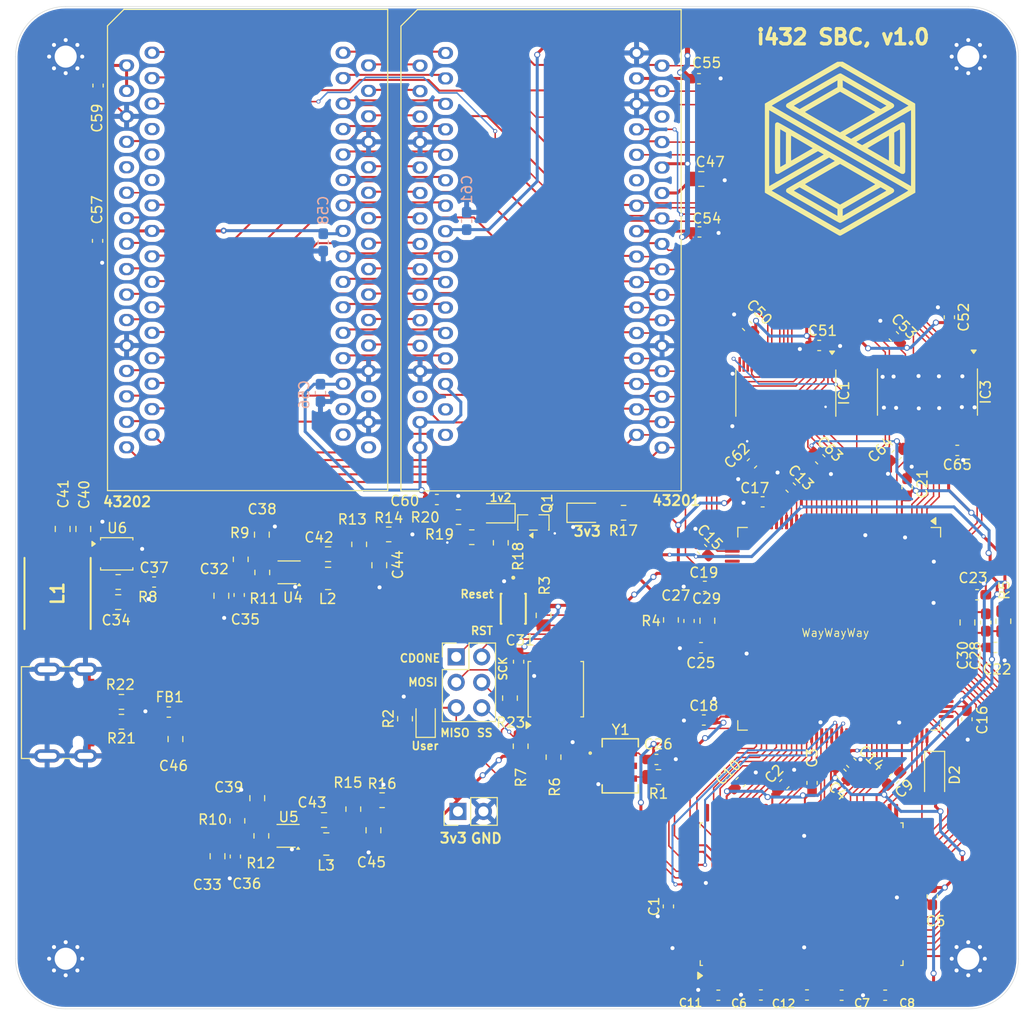
<source format=kicad_pcb>
(kicad_pcb (version 20241229) (generator "pcbnew") (generator_version "9.0")
  (layers (0 "F.Cu" signal) (2 "B.Cu" signal) (13 "F.Paste" user) (15 "B.Paste" user) (5 "F.SilkS" user "F.Silkscreen") (7 "B.SilkS" user "B.Silkscreen") (1 "F.Mask" user) (3 "B.Mask" user) (25 "Edge.Cuts" user))
  (net 0 "")
  (net 1 "+3V3")
  (net 2 "GND")
  (net 3 "+1V2")
  (net 4 "Net-(U2E-GNDPLL0)")
  (net 5 "Net-(U2E-VCCPLL0)")
  (net 6 "Net-(U2E-VCCPLL1)")
  (net 7 "Net-(U2E-GNDPLL1)")
  (net 8 "+5V_USB")
  (net 9 "Net-(U6-EN)")
  (net 10 "Net-(U4-EN)")
  (net 11 "Net-(U5-EN)")
  (net 12 "+5V")
  (net 13 "Net-(U4-FB)")
  (net 14 "Net-(U5-FB)")
  (net 15 "Net-(U7-Vbb)")
  (net 16 "Net-(D1-K)")
  (net 17 "SPI_MISO{slash}FPGA_LED")
  (net 18 "Net-(D2-K)")
  (net 19 "Net-(D3-A)")
  (net 20 "Net-(D4-K)")
  (net 21 "Net-(D4-A)")
  (net 22 "Net-(FB1-Pad2)")
  (net 23 "ACD3_3V")
  (net 24 "ACD1_3V")
  (net 25 "ACD_DIRECTION")
  (net 26 "ACD0_3V")
  (net 27 "/iapx432/ACD2_5V")
  (net 28 "/iapx432/ACD8_5V")
  (net 29 "/iapx432/ACD15_5V")
  (net 30 "ACD15_3V")
  (net 31 "/iapx432/ACD14_5V")
  (net 32 "/iapx432/ACD7_5V")
  (net 33 "ACD7_3V")
  (net 34 "/iapx432/ACD11_5V")
  (net 35 "/iapx432/ACD12_5V")
  (net 36 "/iapx432/ACD5_5V")
  (net 37 "ACD11_3V")
  (net 38 "/iapx432/ACD10_5V")
  (net 39 "ACD5_3V")
  (net 40 "/iapx432/ACD13_5V")
  (net 41 "ACD13_3V")
  (net 42 "/iapx432/ACD3_5V")
  (net 43 "ACD12_3V")
  (net 44 "/iapx432/ACD6_5V")
  (net 45 "ACD9_3V")
  (net 46 "ACD14_3V")
  (net 47 "/iapx432/ACD1_5V")
  (net 48 "ACD2_3V")
  (net 49 "/iapx432/ACD9_5V")
  (net 50 "ACD8_3V")
  (net 51 "ACD10_3V")
  (net 52 "ACD4_3V")
  (net 53 "/iapx432/ACD4_5V")
  (net 54 "/iapx432/ACD0_5V")
  (net 55 "ACD6_3V")
  (net 56 "/iapx432/uI1_5V")
  (net 57 "/iapx432/uI11_5V")
  (net 58 "/iapx432/uI0_5V")
  (net 59 "/iapx432/uI5_5V")
  (net 60 "/iapx432/uI9_5V")
  (net 61 "/iapx432/uI14_5V")
  (net 62 "/iapx432/uI4_5V")
  (net 63 "/iapx432/uI10_5V")
  (net 64 "/iapx432/uI8_5V")
  (net 65 "/iapx432/uI2_5V")
  (net 66 "/iapx432/uI3_5V")
  (net 67 "/iapx432/uI12_5V")
  (net 68 "/iapx432/uI15_5V")
  (net 69 "/iapx432/uI13_5V")
  (net 70 "/iapx432/uI7_5V")
  (net 71 "/iapx432/uI6_5V")
  (net 72 "CLKB_3V")
  (net 73 "CLR_3V")
  (net 75 "CLKA_3V")
  (net 76 "PRQ_3V")
  (net 79 "/iapx432/BOUT_5V")
  (net 81 "/iapx432/INIT_5V")
  (net 82 "/iapx432/PCLK_5V")
  (net 83 "/iapx432/CLR_5V")
  (net 84 "BOUT_3V")
  (net 85 "/iapx432/CLKA_5V")
  (net 86 "/iapx432/FATAL_5V")
  (net 88 "INIT_3V")
  (net 89 "/iapx432/PRQ_5V")
  (net 91 "PCLK_3V")
  (net 92 "/iapx432/ICS_5V")
  (net 93 "FATAL_3V")
  (net 94 "ICS_3V")
  (net 95 "/iapx432/CLKB_5V")
  (net 96 "Net-(J1-CC1)")
  (net 100 "Net-(J1-CC2)")
  (net 104 "SPI_SS")
  (net 105 "SPI_MOSI{slash}UART_FPGA_TX")
  (net 106 "FPGA_CDONE")
  (net 107 "FPGA_CRESET")
  (net 108 "SPI_SCK{slash}UART_FPGA_RX")
  (net 109 "Net-(U6-L1)")
  (net 110 "Net-(U6-L2)")
  (net 111 "Net-(U4-SW)")
  (net 112 "Net-(U5-SW)")
  (net 113 "Net-(Q1-B)")
  (net 114 "CLK_250")
  (net 115 "Net-(Y1-OUT)")
  (net 116 "Net-(U3-~{HOLD}{slash}~{RESET}{slash}IO_{3})")
  (net 117 "Net-(U4-PG)")
  (net 118 "Net-(U5-PG)")
  (net 119 "SRAM_D7")
  (net 120 "SRAM_A0")
  (net 122 "SRAM_D1")
  (net 124 "SRAM_A8")
  (net 126 "SRAM_A10")
  (net 128 "SRAM_D12")
  (net 129 "SRAM_D8")
  (net 130 "SRAM_A7")
  (net 131 "SRAM_D5")
  (net 134 "SRAM_D13")
  (net 138 "SRAM_A13")
  (net 139 "SRAM_A6")
  (net 141 "SRAM_A1")
  (net 144 "SRAM_D2")
  (net 145 "SRAM_D6")
  (net 147 "SRAM_D3")
  (net 148 "SRAM_D10")
  (net 149 "SRAM_A4")
  (net 150 "SRAM_STROBE")
  (net 152 "SRAM_D11")
  (net 154 "SRAM_A12")
  (net 155 "SRAM_A15")
  (net 156 "SRAM_D0")
  (net 157 "SRAM_WR")
  (net 158 "SRAM_A9")
  (net 159 "SRAM_A2")
  (net 160 "SRAM_A14")
  (net 162 "SRAM_D9")
  (net 165 "SRAM_A3")
  (net 167 "SRAM_D14")
  (net 168 "SRAM_D15")
  (net 169 "SRAM_A11")
  (net 170 "SRAM_D4")
  (net 171 "SRAM_A5")
  (net 183 "Net-(U7-IS0)")
  (net 184 "Net-(U7-IS6)")
  (net 185 "Net-(U7-IS2)")
  (net 187 "Net-(U7-IS1)")
  (net 188 "Net-(U7-IS5)")
  (net 189 "Net-(U7-IS3)")
  (net 190 "Net-(U7-IS4)")
  (net 229 "SRAM_OE")
  (net 230 "SRAM_CLK")
  (net 243 "Net-(J2-Pin_4)")
  (footprint "Resistor_SMD:R_0805_2012Metric_Pad1.20x1.40mm_HandSolder" (layer "F.Cu") (at 110.56 119.3772 180)
    (property "Reference" "R22")
    (property "Value" "5k1" (hide yes))
  )
  (footprint "Capacitor_SMD:C_0805_2012Metric_Pad1.18x1.45mm_HandSolder" (layer "F.Cu") (at 110.236 109.4232)
    (property "Reference" "C34")
    (property "Value" "10u" (hide yes))
  )
  (footprint "Package_SO:SOIC-8_5.3x5.3mm_P1.27mm" (layer "F.Cu") (at 153.8732 118.11 90)
    (property "Reference" "U3" (hide yes))
    (property "Value" "Bitstream flash" (hide yes))
  )
  (footprint "Package_DFN_QFN:DFN-8-1EP_2x2mm_P0.5mm_EP0.8x1.6mm" (layer "F.Cu") (at 127.1778 132.7404 180)
    (property "Reference" "U5")
    (property "Value" "LX7167ACLD-TR" (hide yes))
  )
  (footprint "Package_QFP:TQFP-144_20x20mm_P0.5mm" (layer "F.Cu") (at 182.1314 112.0847 -90)
    (property "Reference" "U2" (hide yes))
    (property "Value" "ICE40" (hide yes))
  )
  (footprint "Resistor_SMD:R_0805_2012Metric_Pad1.20x1.40mm_HandSolder" (layer "F.Cu") (at 110.56 121.3584 180)
    (property "Reference" "R21")
    (property "Value" "5k1" (hide yes))
  )
  (footprint "Capacitor_SMD:C_0603_1608Metric_Pad1.08x0.95mm_HandSolder" (layer "F.Cu") (at 168.4528 104.14 -45)
    (property "Reference" "C15")
    (property "Value" "100n" (hide yes))
  )
  (footprint "Capacitor_SMD:C_0603_1608Metric_Pad1.08x0.95mm_HandSolder" (layer "F.Cu") (at 168.7322 107.8484)
    (property "Reference" "C19")
    (property "Value" "100n" (hide yes))
  )
  (footprint "Capacitor_SMD:C_0603_1608Metric_Pad1.08x0.95mm_HandSolder" (layer "F.Cu") (at 182.3466 126.5428 135)
    (property "Reference" "C4")
    (property "Value" "100n" (hide yes))
  )
  (footprint "Capacitor_SMD:C_0603_1608Metric_Pad1.08x0.95mm_HandSolder" (layer "F.Cu") (at 194.8688 121.1072 90)
    (property "Reference" "C16")
    (property "Value" "100n" (hide yes))
  )
  (footprint "Resistor_SMD:R_0805_2012Metric_Pad1.20x1.40mm_HandSolder" (layer "F.Cu") (at 150.368 123.7996 90)
    (property "Reference" "R7")
    (property "Value" "10k" (hide yes))
  )
  (footprint "Capacitor_SMD:C_0603_1608Metric_Pad1.08x0.95mm_HandSolder" (layer "F.Cu") (at 168.1988 72.4916 180)
    (property "Reference" "C54")
    (property "Value" "100n" (hide yes))
  )
  (footprint "Capacitor_SMD:C_0805_2012Metric_Pad1.18x1.45mm_HandSolder" (layer "F.Cu") (at 115.9448 123.0856 90)
    (property "Reference" "C46")
    (property "Value" "1u" (hide yes))
  )
  (footprint "MountingHole:MountingHole_2.2mm_M2_Pad_Via" (layer "F.Cu") (at 195 145)
    (property "Reference" "H4" (hide yes))
    (property "Value" "MountingHole_Pad" (hide yes))
  )
  (footprint "Capacitor_SMD:C_0805_2012Metric_Pad1.18x1.45mm_HandSolder" (layer "F.Cu") (at 124.1044 128.9812 -90)
    (property "Reference" "C39")
    (property "Value" "1u")
  )
  (footprint "Resistor_SMD:R_0805_2012Metric_Pad1.20x1.40mm_HandSolder" (layer "F.Cu") (at 110.236 107.4166)
    (property "Reference" "R8")
    (property "Value" "100R" (hide yes))
  )
  (footprint "Capacitor_SMD:C_0603_1608Metric_Pad1.08x0.95mm_HandSolder" (layer "F.Cu") (at 188.8998 97.9678 -90)
    (property "Reference" "C21")
    (property "Value" "100n" (hide yes))
  )
  (footprint "Capacitor_SMD:C_0805_2012Metric_Pad1.18x1.45mm_HandSolder" (layer "F.Cu") (at 104.6988 102.124 90)
    (property "Reference" "C41")
    (property "Value" "10u" (hide yes))
  )
  (footprint "Capacitor_SMD:C_0603_1608Metric_Pad1.08x0.95mm_HandSolder" (layer "F.Cu") (at 142.0114 99.187 180)
    (property "Reference" "C60")
    (property "Value" "100n" (hide yes))
  )
  (footprint "Package_TO_SOT_SMD:SOT-23" (layer "F.Cu") (at 151.638 101.473 90)
    (property "Reference" "Q1")
    (property "Value" "MMBT3904" (hide yes))
  )
  (footprint "Capacitor_SMD:C_0603_1608Metric_Pad1.08x0.95mm_HandSolder" (layer "F.Cu") (at 174.498 99.4156)
    (property "Reference" "C17")
    (property "Value" "100n")
  )
  (footprint "Package_SO:TSSOP-48_4.4x9.7mm_P0.4mm" (layer "F.Cu") (at 176.8094 88.5698 -90)
    (property "Reference" "IC1")
    (property "Value" "Address/data bus" (hide yes))
  )
  (footprint "Capacitor_SMD:C_0603_1608Metric_Pad1.08x0.95mm_HandSolder" (layer "F.Cu") (at 121.92 134.7978 90)
    (property "Reference" "C36")
    (property "Value" "100n" (hide yes))
  )
  (footprint "Capacitor_SMD:C_0603_1608Metric_Pad1.08x0.95mm_HandSolder" (layer "F.Cu") (at 168.6306 121.1834)
    (property "Reference" "C18")
    (property "Value" "100n" (hide yes))
  )
  (footprint "Resistor_SMD:R_0805_2012Metric_Pad1.20x1.40mm_HandSolder" (layer "F.Cu") (at 145.4912 102.9462 180)
    (property "Reference" "R19")
    (property "Value" "100k")
  )
  (footprint "Inductor_SMD:L_1008_2520Metric_Pad1.43x2.20mm_HandSolder" (layer "F.Cu") (at 131.1656 107.061)
    (property "Reference" "L2")
    (property "Value" "0u68, 5.5A" (hide yes))
  )
  (footprint "Diode_SMD:D_SOD-123" (layer "F.Cu") (at 191.643 126.6698 -90)
    (property "Reference" "D2")
    (property "Value" "1N5819" (hide yes))
  )
  (footprint "Capacitor_SMD:C_0603_1608Metric_Pad1.08x0.95mm_HandSolder" (layer "F.Cu") (at 191.4144 138.7602 90)
    (property "Reference" "C5")
    (property "Value" "100n" (hide yes))
  )
  (footprint "Capacitor_SMD:C_0603_1608Metric_Pad1.08x0.95mm_HandSolder" (layer "F.Cu") (at 170.0784 148.6408)
    (property "Reference" "C11")
    (property "Value" "100n" (hide yes))
  )
  (footprint "Connector_PinHeader_2.54mm:PinHeader_2x03_P2.54mm_Vertical" (layer "F.Cu") (at 143.9418 114.8842)
    (property "Reference" "J2" (hide yes))
    (property "Value" "FPGA programming / UART" (hide yes))
  )
  (footprint "Capacitor_SMD:C_0603_1608Metric_Pad1.08x0.95mm_HandSolder" (layer "F.Cu") (at 193.1162 81.0006 -90)
    (property "Reference" "C52")
    (property "Value" "100n" (hide yes))
  )
  (footprint "Capacitor_SMD:C_0603_1608Metric_Pad1.08x0.95mm_HandSolder" (layer "F.Cu") (at 195.8859 108.6866 180)
    (property "Reference" "C23")
    (property "Value" "100n" (hide yes))
  )
  (footprint "LED_SMD:LED_0805_2012Metric_Pad1.15x1.40mm_HandSolder" (layer "F.Cu") (at 140.8938 121.0564 90)
    (property "Reference" "D1" (hide yes))
    (property "Value" "Red" (hide yes))
  )
  (footprint "Resistor_SMD:R_0805_2012Metric_Pad1.20x1.40mm_HandSolder" (layer "F.Cu") (at 122.4534 105.156 90)
    (property "Reference" "R9")
    (property "Value" "10")
  )
  (footprint "Resistor_SMD:R_0805_2012Metric_Pad1.20x1.40mm_HandSolder" (layer "F.Cu") (at 148.3868 103.505 90)
    (property "Reference" "R18")
    (property "Value" "4k7" (hide yes))
  )
  (footprint "Capacitor_SMD:C_0603_1608Metric_Pad1.08x0.95mm_HandSolder" (layer "F.Cu") (at 163.9062 125.1204 180)
    (property "Reference" "C26")
    (property "Value" "100n" (hide yes))
  )
  (footprint "footprints:XLH536250.000000I" (layer "F.Cu") (at 160.2994 125.7554)
    (property "Reference" "Y1")
    (property "Value" "250Mhz" (hide yes))
  )
  (footprint "Resistor_SMD:R_0805_2012Metric_Pad1.20x1.40mm_HandSolder" (layer "F.Cu") (at 137.2108 102.6668)
    (property "Reference" "R14")
    (property "Value" "100k" (hide yes))
  )
  (footprint "Capacitor_SMD:C_0603_1608Metric_Pad1.08x0.95mm_HandSolder" (layer "F.Cu") (at 113.8174 107.4166)
    (property "Reference" "C37")
    (property "Value" "100n" (hide yes))
  )
  (footprint "Capacitor_SMD:C_0603_1608Metric_Pad1.08x0.95mm_HandSolder" (layer "F.Cu") (at 197.7136 113.9444 180)
    (property "Reference" "C22")
    (property "Value" "100n" (hide yes))
  )
  (footprint "Resistor_SMD:R_0805_2012Metric_Pad1.20x1.40mm_HandSolder" (layer "F.Cu") (at 138.8364 121.0564 90)
    (property "Reference" "R2")
    (property "Value" "4k7" (hide yes))
  )
  (footprint "MountingHole:MountingHole_2.2mm_M2_Pad_Via" (layer "F.Cu") (at 105 55)
    (property "Reference" "H2" (hide yes))
    (property "Value" "MountingHole_Pad" (hide yes))
  )
  (footprint "Capacitor_SMD:C_0805_2012Metric_Pad1.18x1.45mm_HandSolder" (layer "F.Cu") (at 130.7592 131.1656)
    (property "Reference" "C43")
    (property "Value" "33p" (hide yes))
  )
  (footprint "footprints:3M_QUIP64" (layer "F.Cu") (at 123.1392 74.295 90)
    (property "Reference" "U8" (hide yes))
    (property "Value" "43202" (hide yes))
  )
  (footprint "Resistor_SMD:R_0805_2012Metric_Pad1.20x1.40mm_HandSolder" (layer "F.Cu") (at 122.1232 131.2418 90)
    (property "Reference" "R10")
    (property "Value" "10" (hide yes))
  )
  (footprint "Capacitor_SMD:C_0603_1608Metric_Pad1.08x0.95mm_HandSolder" (layer "F.Cu") (at 187.6044 127.0254 -135)
    (property "Reference" "C9")
    (property "Value" "100n" (hide yes))
  )
  (footprint "Capacitor_SMD:C_0603_1608Metric_Pad1.08x0.95mm_HandSolder" (layer "F.Cu") (at 193.9036 94.2848 180)
    (property "Reference" "C65")
    (property "Value" "100n" (hide yes))
  )
  (footprint "Resistor_SMD:R_0805_2012Metric_Pad1.20x1.40mm_HandSolder" (layer "F.Cu") (at 133.6802 130.0734 90)
    (property "Reference" "R15")
    (property "Value" "158k")
  )
  (footprint "Package_SO:TSSOP-48_4.4x9.7mm_P0.4mm" (layer "F.Cu") (at 190.9318 88.4682 -90)
    (property "Reference" "IC3")
    (property "Value" "Control signals" (hide yes))
  )
  (footprint "footprints:3M_QUIP64" (layer "F.Cu") (at 152.4 74.3204 90)
    (property "Reference" "U7" (hide yes))
    (property "Value" "43201" (hide yes))
  )
  (footprint "Connector_USB:USB_C_Receptacle_JAE_DX07S016JA1R1500" (layer "F.Cu") (at 104.2982 120.444 -90)
    (property "Reference" "J1" (hide yes))
    (property "Value" "Type-C")
  )
  (footprint "Capacitor_SMD:C_0603_1608Metric_Pad1.08x0.95mm_HandSolder" (layer "F.Cu") (at 150.1631 115.3668 -90)
    (property "Reference" "C31")
    (property "Value" "100n" (hide yes))
  )
  (footprint "Resistor_SMD:R_0805_2012Metric_Pad1.20x1.40mm_HandSolder" (layer "F.Cu") (at 136.5504 129.1844)
    (property "Reference" "R16")
    (property "Value" "34k8" (hide yes))
  )
  (footprint "Capacitor_SMD:C_0603_1608Metric_Pad1.08x0.95mm_HandSolder" (layer "F.Cu") (at 196.7484 111.4541 90)
    (property "Reference" "C28")
    (property "Value" "100n" (hide yes))
  )
  (footprint "Capacitor_SMD:C_0603_1608Metric_Pad1.08x0.95mm_HandSolder" (layer "F.Cu") (at 186.7154 148.6408 180)
    (property "Reference" "C8")
    (property "Value" "100n" (hide yes))
  )
  (footprint "Resistor_SMD:R_0805_2012Metric_Pad1.20x1.40mm_HandSolder" (layer "F.Cu") (at 124.5108 132.7404 90)
    (property "Reference" "R12")
    (property "Value" "100k" (hide yes))
  )
  (footprint "Capacitor_SMD:C_0603_1608Metric_Pad1.08x0.95mm_HandSolder" (layer "F.Cu") (at 177.292 97.9932 -45)
    (property "Reference" "C13")
    (property "Value" "100n" (hide yes))
  )
  (footprint "Capacitor_SMD:C_0603_1608Metric_Pad1.08x0.95mm_HandSolder" (layer "F.Cu") (at 182.372 148.6408 180)
    (property "Reference" "C7")
    (property "Value" "100n" (hide yes))
  )
  (footprint "Package_QFP:PQFP-100_14x20mm_P0.65mm" (layer "F.Cu") (at 178.3842 138.557 90)
    (property "Reference" "U1" (hide yes))
    (property "Value" "SRAM" (hide yes))
  )
  (footprint "Capacitor_SMD:C_0603_1608Metric_Pad1.08x0.95mm_HandSolder" (layer "F.Cu") (at 172.9486 81.8642 -45)
    (property "Reference" "C50")
    (property "Value" "100n" (hide yes))
  )
  (footprint "Capacitor_SMD:C_0805_2012Metric_Pad1.18x1.45mm_HandSolder" (layer "F.Cu") (at 194.9196 111.4541 90)
    (property "Reference" "C30")
    (property "Value" "22u" (hide yes))
  )
  (footprint "Capacitor_SMD:C_0805_2012Metric_Pad1.18x1.45mm_HandSolder" (layer "F.Cu") (at 120.142 134.7724 90)
    (property "Reference" "C33")
    (property "Value" "22u" (hide yes))
  )
  (footprint "Capacitor_SMD:C_0805_2012Metric_Pad1.18x1.45mm_HandSolder" (layer "F.Cu") (at 120.523 108.7882 90)
    (property "Reference" "C32")
    (property "Value" "22u" (hide yes))
  )
  (footprint "Capacitor_SMD:C_0805_2012Metric_Pad1.18x1.45mm_HandSolder" (layer "F.Cu") (at 168.9862 111.2774 90)
    (property "Reference" "C29")
    (property "Value" "22u" (hide yes))
  )
  (footprint "Capacitor_SMD:C_0603_1608Metric_Pad1.08x0.95mm_HandSolder" (layer "F.Cu") (at 176.657 127.5842 -135)
    (property "Reference" "C2")
    (property "Value" "100n" (hide yes))
  )
  (footprint "footprints:SRP6530A-1R5M" (layer "F.Cu") (at 104.1908 108.5596 -90)
    (property "Reference" "L1")
    (property "Value" "1u5, 5A" (hide yes))
  )
  (footprint "Capacitor_SMD:C_0603_1608Metric_Pad1.08x0.95mm_HandSolder" (layer "F.Cu") (at 122.301 108.712 90)
    (property "Reference" "C35")
    (property "Value" "100n" (hide yes))
  )
  (footprint "Capacitor_SMD:C_0603_1608Metric_Pad1.08x0.95mm_HandSolder" (layer "F.Cu") (at 168.148 57.2008 180)
    (property "Reference" "C55")
    (property "Value" "100n" (hide yes))
  )
  (footprint "Resistor_SMD:R_0805_2012Metric_Pad1.20x1.40mm_HandSolder" (layer "F.Cu") (at 144.1704 100.9396 180)
    (property "Reference" "R20")
    (property "Value" "2k2" (hide yes))
  )
  (footprint "footprints:SWT0010-015016SSA" (layer "F.Cu") (at 149.6314 110.0836 -90)
    (property "Reference" "SW1" (hide yes))
    (property "Value" "FPGA Reset" (hide yes))
  )
  (footprint "MountingHole:MountingHole_2.2mm_M2_Pad_Via" (layer "F.Cu") (at 195 55)
    (property "Reference" "H1" (hide yes))
    (property "Value" "MountingHole_Pad" (hide yes))
  )
  (footprint "Resistor_SMD:R_0805_2012Metric_Pad1.20x1.40mm_HandSolder" (layer "F.Cu") (at 152.654 110.744 -90)
    (property "Reference" "R3")
    (property "Value" "10k" (hide yes))
  )
  (footprint "Resistor_SMD:R_0805_2012Metric_Pad1.20x1.40mm_HandSolder" (layer "F.Cu") (at 164.1094 126.873 180)
    (property "Reference" "R1")
    (property "Value" "22R" (hide yes))
  )
  (footprint "LED_SMD:LED_0805_2012Metric_Pad1.15x1.40mm_HandSolder" (layer "F.Cu") (at 156.845 100.5078)
    (property "Reference" "D3" (hide yes))
    (property "Value" "Green" (hide yes))
  )
  (footprint "Resistor_SMD:R_0805_2012Metric_Pad1.20x1.40mm_HandSolder" (layer "F.Cu") (at 124.603 106.4634 90)
    (property "Reference" "R11")
    (property "Value" "100k" (hide yes))
  )
  (footprint "Capacitor_SMD:C_0603_1608Metric_Pad1.08x0.95mm_HandSolder" (layer "F.Cu") (at 178.9176 148.6154 180)
    (property "Reference" "C12")
    (property "Value" "100n" (hide yes))
  )
  (footprint "Capacitor_SMD:C_0603_1608Metric_Pad1.08x0.95mm_HandSolder" (layer "F.Cu") (at 108.1786 73.3806 90)
    (property "Reference" "C57")
    (property "Value" "100n" (hide yes))
  )
  (footprint "Capacitor_SMD:C_0603_1608Metric_Pad1.08x0.95mm_HandSolder" (layer "F.Cu") (at 108.2294 57.8866 90)
    (property "Reference" "C59")
    (property "Value" "100n" (hide yes))
  )
  (footprint "Connector_PinHeader_2.54mm:PinHeader_1x02_P2.54mm_Vertical" (layer "F.Cu") (at 144.1146 130.302 90)
    (property "Reference" "J3" (hide yes))
    (property "Value" "Power" (hide yes))
  )
  (footprint "Resistor_SMD:R_0805_2012Metric_Pad1.20x1.40mm_HandSolder" (layer "F.Cu") (at 149.3012 118.999 90)
    (property "Reference" "R23")
    (property "Value" "470R" (hide yes))
  )
  (footprint "Capacitor_SMD:C_0603_1608Metric_Pad1.08x0.95mm_HandSolder" (layer "F.Cu") (at 183.3372 125.4506 135)
    (property "Reference" "C14")
    (property "Value" "100n" (hide yes))
  )
  (footprint "Package_SON:VSON-10-1EP_3x3mm_P0.5mm_EP1.2x2mm" (layer "F.Cu") (at 110.0884 104.6052)
    (property "Reference" "U6")
    (property "Value" "TPS63002" (hide yes))
  )
  (footprint "Capacitor_SMD:C_0603_1608Metric_Pad1.08x0.95mm_HandSolder" (layer "F.Cu") (at 173.4312 95.5802 45)
    (property "Reference" "C62")
    (property "Value" "100n" (hide yes))
  )
  (footprint "LED_SMD:LED_0805_2012Metric_Pad1.15x1.40mm_HandSolder" (layer "F.Cu") (at 147.955 100.5586 180)
    (property "Reference" "D4" (hide yes))
    (property "Value" "Green" (hide yes))
  )
  (footprint "Resistor_SMD:R_0805_2012Metric_Pad1.20x1.40mm_HandSolder" (layer "F.Cu") (at 160.6296 100.5078 180)
    (property "Reference" "R17")
    (property "Value" "2k2" (hide yes))
  )
  (footprint "Resistor_SMD:R_0805_2012Metric_Pad1.20x1.40mm_HandSolder" (layer "F.Cu") (at 153.6446 124.8918 90)
    (property "Reference" "R6")
    (property "Value" "10k" (hide yes))
  )
  (footprint "MountingHole:MountingHole_2.2mm_M2_Pad_Via" (layer "F.Cu") (at 105 145)
    (property "Reference" "H3" (hide yes))
    (property "Value" "MountingHole_Pad" (hide yes))
  )
  (footprint "Capacitor_SMD:C_0603_1608Metric_Pad1.08x0.95mm_HandSolder" (layer "F.Cu") (at 179.4256 127.4572 -90)
    (property "Reference" "C3")
    (property "Value" "100n" (hide yes))
  )
  (footprint "Capacitor_SMD:C_0603_1608Metric_Pad1.08x0.95mm_HandSolder" (layer "F.Cu") (at 174.3202 148.6154)
    (property "Reference" "C6")
    (property "Value" "100n" (hide yes))
  )
  (footprint "Capacitor_SMD:C_0805_2012Metric_Pad1.18x1.45mm_HandSolder" (layer "F.Cu") (at 136.271 105.7402 90)
    (property "Reference" "C44")
    (property "Value" "22u" (hide yes))
  )
  (footprint "Inductor_SMD:L_1008_2520Metric_Pad1.43x2.20mm_HandSolder" (layer "F.Cu") (at 130.9878 133.5532)
    (property "Reference" "L3")
    (property "Value" "0u68, 5.5A" (hide yes))
  )
  (footprint "Inductor_SMD:L_0603_1608Metric_Pad1.05x0.95mm_HandSolder" (layer "F.Cu") (at 115.2844 120.3932 180)
    (property "Reference" "FB1")
    (property "Value" "Ferrite_Bead" (hide yes))
  )
  (footprint "Capacitor_SMD:C_0805_2012Metric_Pad1.18x1.45mm_HandSolder" (layer "F.Cu") (at 135.6868 132.1816 90)
    (property "Reference" "C45")
    (property "Value" "22u" (hide yes))
  )
  (footprint "LOGO" (layer "F.Cu") (at 182.2196 65.130633)
    (property "Reference" "G***" (hide yes))
    (property "Value" "LOGO" (hide yes))
  )
  (footprint "Capacitor_SMD:C_0805_2012Metric_Pad1.18x1.45mm_HandSolder" (layer "F.Cu") (at 124.5616 102.6922 -90)
    (property "Reference" "C38")
    (property "Value" "1u" (hide yes))
  )
  (footprint "Capacitor_SMD:C_0603_1608Metric_Pad1.08x0.95mm_HandSolder" (layer "F.Cu") (at 168.3512 113.9698)
    (property "Reference" "C25")
    (property "Value" "100n" (hide yes))
  )
  (footprint "Capacitor_SMD:C_0603_1608Metric_Pad1.08x0.95mm_HandSolder" (layer "F.Cu") (at 187.579 82.9056 -45)
    (property "Reference" "C53")
    (property "Value" "100n" (hide yes))
  )
  (footprint "Capacitor_SMD:C_0603_1608Metric_Pad1.08x0.95mm_HandSolder" (layer "F.Cu") (at 172.3136 127.381 -135)
    (property "Reference" "C10")
    (property "Value" "100n" (hide yes))
  )
  (footprint "Capacitor_SMD:C_0805_2012Metric_Pad1.18x1.45mm_HandSolder" (layer "F.Cu") (at 131.1656 104.648)
    (property "Reference" "C42")
    (property "Value" "22p" (hide yes))
  )
  (footprint "Capacitor_SMD:C_0603_1608Metric_Pad1.08x0.95mm_HandSolder" (layer "F.Cu") (at 180.2384 95.1738 135)
    (property "Reference" "C63")
    (property "Value" "100n" (hide yes))
  )
  (footprint "Capacitor_SMD:C_0603_1608Metric_Pad1.08x0.95mm_HandSolder" (layer "F.Cu") (at 187.8584 94.742 45)
    (property "Reference" "C64")
    (property "Value" "100n" (hide yes))
  )
  (footprint "Capacitor_SMD:C_0603_1608Metric_Pad1.08x0.95mm_HandSolder" (layer "F.Cu") (at 180.1368 83.82 180)
    (property "Reference" "C51")
    (property "Value" "100n" (hide yes))
  )
  (footprint "Package_DFN_QFN:DFN-8-1EP_2x2mm_P0.5mm_EP0.8x1.6mm" (layer "F.Cu") (at 127.2794 106.4514 180)
    (property "Reference" "U4")
    (property "Value" "LX7167ACLD-TR" (hide yes))
  )
  (footprint "Resistor_SMD:R_0805_2012Metric_Pad1.20x1.40mm_HandSolder" (layer "F.Cu") (at 134.2644 103.6574 90)
    (property "Reference" "R13")
    (property "Value" "100k" (hide yes))
  )
  (footprint "Resistor_SMD:R_0805_2012Metric_Pad1.20x1.40mm_HandSolder" (layer "F.Cu") (at 165.354 111.2012 -90)
    (property "Reference" "R4")
    (property "Value" "100R" (hide yes))
  )
  (footprint "Resistor_SMD:R_0805_2012Metric_Pad1.20x1.40mm_HandSolder" (layer "F.Cu") (at 198.501 111.3271 -90)
    (property "Reference" "R5")
    (property "Value" "100R" (hide yes))
  )
  (footprint "Capacitor_SMD:C_0603_1608Metric_Pad1.08x0.95mm_HandSolder" (layer "F.Cu") (at 167.1574 111.3028 90)
    (property "Reference" "C27")
    (property "Value" "100n" (hide yes))
  )
  (footprint "Capacitor_SMD:C_0603_1608Metric_Pad1.08x0.95mm_HandSolder" (layer "F.Cu") (at 165.1 139.7762 90)
    (property "Reference" "C1")
    (property "Value" "100n" (hide yes))
  )
  (footprint "Capacitor_SMD:C_0805_2012Metric_Pad1.18x1.45mm_HandSolder" (layer "F.Cu") (at 168.3766 67.2084 180)
    (property "Reference" "C47")
    (property "Value" "1u" (hide yes))
  )
  (footprint "Capacitor_SMD:C_0805_2012Metric_Pad1.18x1.45mm_HandSolder" (layer "F.Cu") (at 106.7562 102.124 90)
    (property "Reference" "C40")
    (property "Value" "10u" (hide yes))
  )
  (footprint "Capacitor_SMD:C_0603_1608Metric_Pad1.08x0.95mm_HandSolder" (layer "B.Cu") (at 130.4036 88.5444 90)
    (property "Reference" "C56")
    (property "Value" "100n" (hide yes))
  )
  (footprint "Capacitor_SMD:C_0603_1608Metric_Pad1.08x0.95mm_HandSolder" (layer "B.Cu") (at 144.9832 71.3994 -90)
    (property "Reference" "C61")
    (property "Value" "100n" (hide yes))
  )
  (footprint "Capacitor_SMD:C_0603_1608Metric_Pad1.08x0.95mm_HandSolder" (layer "B.Cu") (at 130.683 73.533 90)
    (property "Reference" "C58")
    (property "Value" "100n" (hide yes))
  )
  (gr_line (start 100 55) (end 100 145) (stroke (width 0.05)) (layer "Edge.Cuts"))
  (gr_line (start 105 150) (end 195 150) (stroke (width 0.05)) (layer "Edge.Cuts"))
  (gr_line (start 200 55) (end 200 145) (stroke (width 0.05)) (layer "Edge.Cuts"))
  (gr_arc (start 100 55) (mid 101.464466 51.464466) (end 105 50) (stroke (width 0.05)) (layer "Edge.Cuts"))
  (gr_arc (start 195 50) (mid 198.535534 51.464466) (end 200 55) (stroke (width 0.05)) (layer "Edge.Cuts"))
  (gr_line (start 105 50) (end 195 50) (stroke (width 0.05)) (layer "Edge.Cuts"))
  (gr_arc (start 200 145) (mid 198.535534 148.535534) (end 195 150) (stroke (width 0.05)) (layer "Edge.Cuts"))
  (gr_arc (start 105 150) (mid 101.464466 148.535534) (end 100 145) (stroke (width 0.05)) (layer "Edge.Cuts"))
  (gr_text "MOSI" (at 139.065 117.8814 0) (layer "F.SilkS") (effects (font (size 0.8 0.8) (thickness 0.16) (bold yes)) (justify left bottom)))
  (gr_text "GND" (at 145.288 133.5786 0) (layer "F.SilkS") (effects (font (size 1 1) (thickness 0.2) (bold yes)) (justify left bottom)))
  (gr_text "43201" (at 163.3728 99.8728 0) (layer "F.SilkS") (effects (font (size 1 1) (thickness 0.2) (bold yes)) (justify left bottom)))
  (gr_text "User" (at 139.3952 124.2314 0) (layer "F.SilkS") (effects (font (size 0.8 0.8) (thickness 0.16) (bold yes)) (justify left bottom)))
  (gr_text "SCK" (at 149.0726 117.348 90) (layer "F.SilkS") (effects (font (size 0.8 0.8) (thickness 0.16) (bold yes)) (justify left bottom)))
  (gr_text "43202" (at 108.6104 99.9998 0) (layer "F.SilkS") (effects (font (size 1 1) (thickness 0.2) (bold yes)) (justify left bottom)))
  (gr_text "3v3" (at 142.1892 133.5532 0) (layer "F.SilkS") (effects (font (size 1 1) (thickness 0.2) (bold yes)) (justify left bottom)))
  (gr_text "3v3" (at 155.5496 102.9462 0) (layer "F.SilkS") (effects (font (size 1 1) (thickness 0.2) (bold yes)) (justify left bottom)))
  (gr_text "i432 SBC, v1.0" (at 173.7106 53.9242 0) (layer "F.SilkS") (effects (font (size 1.5 1.5) (thickness 0.35) (bold yes)) (justify left bottom)))
  (gr_text "RST" (at 145.3134 112.7506 0) (layer "F.SilkS") (effects (font (size 0.8 0.8) (thickness 0.16) (bold yes)) (justify left bottom)))
  (gr_text "SS" (at 145.923 122.936 0) (layer "F.SilkS") (effects (font (size 0.8 0.8) (thickness 0.16) (bold yes)) (justify left bottom)))
  (gr_text "WayWayWay" (at 178.308 112.9538 0) (layer "F.SilkS") (effects (font (size 0.8 0.8) (thickness 0.1)) (justify left bottom)))
  (gr_text "MISO" (at 142.2654 122.936 0) (layer "F.SilkS") (effects (font (size 0.8 0.8) (thickness 0.16) (bold yes)) (justify left bottom)))
  (gr_text "Reset" (at 144.272 109.093 0) (layer "F.SilkS") (effects (font (size 0.8 0.8) (thickness 0.16) (bold yes)) (justify left bottom)))
  (gr_text "CDONE" (at 138.2268 115.4938 0) (layer "F.SilkS") (effects (font (size 0.8 0.8) (thickness 0.16) (bold yes)) (justify left bottom)))
  (gr_text "1v2" (at 147.193 99.4664 0) (layer "F.SilkS") (effects (font (size 0.8 0.8) (thickness 0.16) (bold yes)) (justify left bottom)))
  (segment (start 188.3814 101.4222) (end 188.3814 99.3487) (width 0.2) (layer "F.Cu") (net 1))
  (segment (start 169.4942 140.1064) (end 169.4942 135.89) (width 0.2) (layer "F.Cu") (net 1))
  (segment (start 191.7446 129.8194) (end 191.7446 128.4214) (width 0.3) (layer "F.Cu") (net 1))
  (segment (start 189.4078 149.606) (end 191.5414 147.4724) (width 0.3) (layer "F.Cu") (net 1))
  (segment (start 168.5492 138.882) (end 167.2592 138.882) (width 0.2) (layer "F.Cu") (net 1))
  (segment (start 193.7207 109.8347) (end 194.8688 108.6866) (width 0.2) (layer "F.Cu") (net 1))
  (segment (start 160.6136 109.744) (end 161.6964 108.6612) (width 0.3) (layer "F.Cu") (net 1))
  (segment (start 171.704 149.4039) (end 170.9409 148.6408) (width 0.3) (layer "F.Cu") (net 1))
  (segment (start 135.6868 115.189) (end 141.1318 109.744) (width 0.3) (layer "F.Cu") (net 1))
  (segment (start 176.04712 128.27028) (end 176.04712 128.19408) (width 0.3) (layer "F.Cu") (net 1))
  (segment (start 195.8086 106.68) (end 195.0234 107.4652) (width 0.3) (layer "F.Cu") (net 1))
  (segment (start 191.0801 138.232) (end 191.4144 137.8977) (width 0.2) (layer "F.Cu") (net 1))
  (segment (start 193.1318 94.1941) (end 193.1318 91.3307) (width 0.15) (layer "F.Cu") (net 1))
  (segment (start 179.62852 94.05592) (end 179.3748 93.8022) (width 0.2) (layer "F.Cu") (net 1))
  (segment (start 170.9166 99.5426) (end 172.3898 98.0694) (width 0.3) (layer "F.Cu") (net 1))
  (segment (start 179.62852 94.56392) (end 179.62852 94.05592) (width 0.2) (layer "F.Cu") (net 1))
  (segment (start 150.368 124.7996) (end 148.5806 124.7996) (width 0.3) (layer "F.Cu") (net 1))
  (segment (start 131.7967 131.1656) (end 133.588 131.1656) (width 0.3) (layer "F.Cu") (net 1))
  (segment (start 191.5414 147.4724) (end 191.5414 146.4564) (width 0.3) (layer "F.Cu") (net 1))
  (segment (start 153.6446 125.8918) (end 151.4602 125.8918) (width 0.3) (layer "F.Cu") (net 1))
  (segment (start 132.1503 133.5532) (end 132.1503 131.5192) (width 0.3) (layer "F.Cu") (net 1))
  (segment (start 169.756301 121.4466) (end 169.493101 121.1834) (width 0.3) (layer "F.Cu") (net 1))
  (segment (start 174.04108 94.97032) (end 173.88868 94.81792) (width 0.15) (layer "F.Cu") (net 1))
  (segment (start 172.3898 98.0694) (end 174.0143 98.0694) (width 0.3) (layer "F.Cu") (net 1))
  (segment (start 181.3092 126.36044) (end 181.73672 125.93292) (width 0.2) (layer "F.Cu") (net 1))
  (segment (start 175.1827 148.6154) (end 175.4592 148.3389) (width 0.2) (layer "F.Cu") (net 1))
  (segment (start 169.2137 113.9698) (end 169.7736 113.9698) (width 0.2) (layer "F.Cu") (net 1))
  (segment (start 170.9092 130.432) (end 170.9092 128.7854) (width 0.2) (layer "F.Cu") (net 1))
  (segment (start 164.8714 100.5078) (end 166.0906 101.727) (width 0.2) (layer "F.Cu") (net 1))
  (segment (start 171.24652 127.99088) (end 170.942 128.2954) (width 0.3) (layer "F.Cu") (net 1))
  (segment (start 169.2137 114.5297) (end 169.2137 113.9698) (width 0.3) (layer "F.Cu") (net 1))
  (segment (start 175.450313 128.867087) (end 176.04712 128.27028) (width 0.3) (layer "F.Cu") (net 1))
  (segment (start 159.893 109.744) (end 165.6428 115.4938) (width 0.3) (layer "F.Cu") (net 1))
  (segment (start 193.1318 89.494) (end 195.5318 87.094) (width 0.15) (layer "F.Cu") (net 1))
  (segment (start 170.9409 146.7137) (end 170.9092 146.682) (width 0.2) (layer "F.Cu") (net 1))
  (segment (start 175.4592 128.5534) (end 175.76772 128.24488) (width 0.2) (layer "F.Cu") (net 1))
  (segment (start 162.7632 125.1204) (end 163.0437 125.1204) (width 0.15) (layer "F.Cu") (net 1))
  (segment (start 144.0815 129.1971) (end 146.5834 126.6952) (width 0.3) (layer "F.Cu") (net 1))
  (segment (start 170.4087 113.3347) (end 171.4689 113.3347) (width 0.2) (layer "F.Cu") (net 1))
  (segment (start 176.0982 149.5044) (end 176.022 149.5806) (width 0.3) (layer "F.Cu") (net 1))
  (segment (start 169.9514 121.2342) (end 170.3509 120.8347) (width 0.2) (layer "F.Cu") (net 1))
  (segment (start 175.76772 128.24488) (end 176.02172 128.24488) (width 0.2) (layer "F.Cu") (net 1))
  (segment (start 151.4602 125.8918) (end 150.368 124.7996) (width 0.3) (layer "F.Cu") (net 1))
  (segment (start 163.957 106.553) (end 165.6588 106.553) (width 0.3) (layer "F.Cu") (net 1))
  (segment (start 197.1802 106.68) (end 197.1802 104.6734) (width 0.3) (layer "F.Cu") (net 1))
  (segment (start 150.1631 114.5043) (end 150.1631 114.4287) (width 0.3) (layer "F.Cu") (net 1))
  (segment (start 189.7726 98.310103) (end 189.419997 98.310103) (width 0.3) (layer "F.Cu") (net 1))
  (segment (start 150.368 124.3932) (end 150.368 124.7996) (width 0.3) (layer "F.Cu") (net 1))
  (segment (start 195.0234 107.4652) (end 195.0234 108.6866) (width 0.3) (layer "F.Cu") (net 1))
  (segment (start 149.7302 138.9137) (end 157.9118 138.9137) (width 0.3) (layer "F.Cu") (net 1))
  (segment (start 195.5318 87.094) (end 195.5318 85.6057) (width 0.15) (layer "F.Cu") (net 1))
  (segment (start 186.8814 127.52216) (end 186.99452 127.63528) (width 0.2) (layer "F.Cu") (net 1))
  (segment (start 174.04108 94.97032) (end 174.04108 98.04262) (width 0.3) (layer "F.Cu") (net 1))
  (segment (start 192.659 137.8966) (end 194.4116 136.144) (width 0.3) (layer "F.Cu") (net 1))
  (segment (start 176.0982 149.5044) (end 175.2092 148.6154) (width 0.3) (layer "F.Cu") (net 1))
  (segment (start 181.5095 148.6408) (end 181.3092 148.4405) (width 0.2) (layer "F.Cu") (net 1))
  (segment (start 174.993487 128.867087) (end 175.450313 128.867087) (width 0.3) (layer "F.Cu") (net 1))
  (segment (start 174.04108 98.04262) (end 174.0143 98.0694) (width 0.3) (layer "F.Cu") (net 1))
  (segment (start 135.6868 123.19) (end 135.6868 115.189) (width 0.3) (layer "F.Cu") (net 1))
  (segment (start 137.7696 125.2728) (end 135.6868 123.19) (width 0.3) (layer "F.Cu") (net 1))
  (segment (start 168.1734 123.571) (end 168.7576 122.9868) (width 0.3) (layer "F.Cu") (net 1))
  (segment (start 176.04712 128.21948) (end 176.04712 128.19408) (width 0.2) (layer "F.Cu") (net 1))
  (segment (start 188.46828 94.13212) (end 188.46828 93.95488) (width 0.3) (layer "F.Cu") (net 1))
  (segment (start 188.7318 93.9448) (end 188.54448 94.13212) (width 0.15) (layer "F.Cu") (net 1))
  (segment (start 171.4689 107.8347) (end 169.6084 107.8347) (width 0.2) (layer "F.Cu") (net 1))
  (segment (start 197.358 115.1382) (end 197.358 114.4513) (width 0.3) (layer "F.Cu") (net 1))
  (segment (start 161.6296 100.5078) (end 164.8714 100.5078) (width 0.2) (layer "F.Cu") (net 1))
  (segment (start 188.54448 94.13212) (end 188.46828 94.13212) (width 0.15) (layer "F.Cu") (net 1))
  (segment (start 150.0886 124.5202) (end 150.0886 124.4854) (width 0.3) (layer "F.Cu") (net 1))
  (segment (start 181.3092 130.432) (end 181.3092 126.36044) (width 0.2) (layer "F.Cu") (net 1))
  (segment (start 165.6588 106.553) (end 168.2993 106.553) (width 0.3) (layer "F.Cu") (net 1))
  (segment (start 133.588 131.1656) (end 133.6802 131.0734) (width 0.3) (layer "F.Cu") (net 1))
  (segment (start 181.3814 125.5776) (end 181.3814 122.7472) (width 0.2) (layer "F.Cu") (net 1))
  (segment (start 178.0551 148.6154) (end 178.0551 146.6861) (width 0.2) (layer "F.Cu") (net 1))
  (segment (start 169.7736 113.9698) (end 170.4087 113.3347) (width 0.2) (layer "F.Cu") (net 1))
  (segment (start 157.9118 138.9137) (end 165.1 138.9137) (width 0.3) (layer "F.Cu") (net 1))
  (segment (start 163.6014 106.9086) (end 163.957 106.553) (width 0.3) (layer "F.Cu") (net 1))
  (segment (start 196.7414 113.8347) (end 196.8511 113.9444) (width 0.2) (layer "F.Cu") (net 1))
  (segment (start 189.5092 138.232) (end 191.0801 138.232) (width 0.2) (layer "F.Cu") (net 1))
  (segment (start 133.6802 131.0734) (end 135.6161 131.0734) (width 0.3) (layer "F.Cu") (net 1))
  (segment (start 144.0815 129.1971) (end 140.1572 125.2728) (width 0.3) (layer "F.Cu") (net 1))
  (segment (start 170.6626 99.5426) (end 170.9166 99.5426) (width 0.3) (layer "F.Cu") (net 1))
  (segment (start 185.8529 146.6883) (end 185.8592 146.682) (width 0.2) (layer "F.Cu") (net 1))
  (segment (start 178.7092 129.0361) (end 179.4256 128.3197) (width 0.2) (layer "F.Cu") (net 1))
  (segment (start 194.8688 108.6866) (end 195.0234 108.6866) (width 0.2) (layer "F.Cu") (net 1))
  (segment (start 194.4116 136.144) (end 194.4116 134.4676) (width 0.3) (layer "F.Cu") (net 1))
  (segment (start 162.3568 134.4687) (end 162.3568 129.413) (width 0.3) (layer "F.Cu") (net 1))
  (segment (start 165.6428 115.4938) (end 168.2496 115.4938) (width 0.3) (layer "F.Cu") (net 1))
  (segment (start 170.3509 120.8347) (end 171.4689 120.8347) (width 0.2) (layer "F.Cu") (net 1))
  (segment (start 197.1802 106.68) (end 195.8086 106.68) (width 0.3) (layer "F.Cu") (net 1))
  (segment (start 175.4592 148.3389) (end 175.4592 146.682) (width 0.2) (layer "F.Cu") (net 1))
  (segment (start 141.7828 131.1441) (end 141.9606 131.1441) (width 0.3) (layer "F.Cu") (net 1))
  (segment (start 197.8914 107.3912) (end 197.1802 106.68) (width 0.3) (layer "F.Cu") (net 1))
  (segment (start 169.4942 135.255) (end 169.4942 135.89) (width 0.2) (layer "F.Cu") (net 1))
  (segment (start 165.1317 138.882) (end 165.1 138.9137) (width 0.2) (layer "F.Cu") (net 1))
  (segment (start 176.02172 128.24488) (end 176.04712 128.21948) (width 0.2) (layer "F.Cu") (net 1))
  (segment (start 186.4614 149.606) (end 189.4078 149.606) (width 0.3) (layer "F.Cu") (net 1))
  (segment (start 168.2496 115.4938) (end 169.2137 114.5297) (width 0.3) (layer "F.Cu") (net 1))
  (segment (start 178.7092 130.432) (end 178.7092 129.0361) (width 0.2) (layer "F.Cu") (net 1))
  (segment (start 188.3814 99.3487) (end 188.8998 98.8303) (width 0.2) (layer "F.Cu") (net 1))
  (segment (start 167.2592 134.332) (end 168.5712 134.332) (width 0.2) (layer "F.Cu") (net 1))
  (segment (start 192.7939 113.8347) (end 196.7414 113.8347) (width 0.2) (layer "F.Cu") (net 1))
  (segment (start 192.659 137.8966) (end 191.4155 137.8966) (width 0.3) (layer "F.Cu") (net 1))
  (segment (start 175.4592 130.432) (end 175.4592 128.5534) (width 0.2) (layer "F.Cu") (net 1))
  (segment (start 179.0435 128.7018) (end 179.4256 128.3197) (width 0.3) (layer "F.Cu") (net 1))
  (segment (start 169.4942 135.89) (end 169.4942 134.2898) (width 0.2) (layer "F.Cu") (net 1))
  (segment (start 140.1572 125.2728) (end 137.7696 125.2728) (width 0.3) (layer "F.Cu") (net 1))
  (segment (start 135.6868 131.1441) (end 141.7828 131.1441) (width 0.3) (layer "F.Cu") (net 1))
  (segment (start 185.8529 148.6408) (end 185.8529 148.9975) (width 0.3) (layer "F.Cu") (net 1))
  (segment (start 168.5712 134.332) (end 169.4942 135.255) (width 0.2) (layer "F.Cu") (net 1))
  (segment (start 175.2092 148.6154) (end 175.1827 148.6154) (width 0.3) (layer "F.Cu") (net 1))
  (segment (start 168.134199 142.782) (end 169.4942 141.421999) (width 0.2) (layer "F.Cu") (net 1))
  (segment (start 168.2993 106.553) (end 169.5947 107.8484) (width 0.3) (layer "F.Cu") (net 1))
  (segment (start 174.0143 98.0694) (end 175.3605 99.4156) (width 0.3) (layer "F.Cu") (net 1))
  (segment (start 188.7318 91.3307) (end 188.7318 93.9448) (width 0.15) (layer "F.Cu") (net 1))
  (segment (start 167.2592 138.882) (end 165.1317 138.882) (width 0.2) (layer "F.Cu") (net 1))
  (segment (start 167.2592 142.782) (end 168.134199 142.782) (width 0.2) (layer "F.Cu") (net 1))
  (segment (start 141.1318 109.744) (end 152.654 109.744) (width 0.3) (layer "F.Cu") (net 1))
  (segment (start 174.6094 94.402) (end 174.6094 93.386) (width 0.15) (layer "F.Cu") (net 1))
  (segment (start 132.1503 131.5192) (end 131.7967 131.1656) (width 0.3) (layer "F.Cu") (net 1))
  (segment (start 163.6268 124.5373) (end 163.0437 125.1204) (width 0.3) (layer "F.Cu") (net 1))
  (segment (start 193.0411 94.2848) (end 193.1318 94.1941) (width 0.15) (layer "F.Cu") (net 1))
  (segment (start 141.9606 131.1441) (end 149.7302 138.9137) (width 0.3) (layer "F.Cu") (net 1))
  (segment (start 192.7939 109.8347) (end 193.7207 109.8347) (width 0.2) (layer "F.Cu") (net 1))
  (segment (start 152.7904 109.8804) (end 152.654 109.744) (width 0.3) (layer "F.Cu") (net 1))
  (segment (start 169.4942 140.1064) (end 169.4942 139.827) (width 0.2) (layer "F.Cu") (net 1))
  (segment (start 181.7116 125.95804) (end 181.73672 125.93292) (width 0.3) (layer "F.Cu") (net 1))
  (segment (start 185.8529 148.9975) (end 186.4614 149.606) (width 0.3) (layer "F.Cu") (net 1))
  (segment (start 170.9092 128.7854) (end 171.70372 127.99088) (width 0.2) (layer "F.Cu") (net 1))
  (segment (start 189.419997 98.310103) (end 188.8998 98.8303) (width 0.3) (layer "F.Cu") (net 1))
  (segment (start 161.441 124.4854) (end 162.1282 124.4854) (width 0.15) (layer "F.Cu") (net 1))
  (segment (start 154.1018 109.8804) (end 152.7904 109.8804) (width 0.3) (layer "F.Cu") (net 1))
  (segment (start 178.0551 146.6861) (end 178.0592 146.682) (width 0.2) (layer "F.Cu") (net 1))
  (segment (start 150.1631 114.4287) (end 150.749 113.8428) (width 0.3) (layer "F.Cu") (net 1))
  (segment (start 163.6268 123.571) (end 168.1734 123.571) (width 0.3) (layer "F.Cu") (net 1))
  (segment (start 141.7828 131.1441) (end 142.1345 131.1441) (width 0.3) (layer "F.Cu") (net 1))
  (segment (start 170.9409 148.6408) (end 170.9409 146.7137) (width 0.2) (layer "F.Cu") (net 1))
  (segment (start 176.3814 100.4365) (end 175.3605 99.4156) (width 0.15) (layer "F.Cu") (net 1))
  (segment (start 185.8592 128.7706) (end 186.99452 127.63528) (width 0.2) (layer "F.Cu") (net 1))
  (segment (start 169.4942 139.827) (end 168.5492 138.882) (width 0.2) (layer "F.Cu") (net 1))
  (segment (start 162.1282 124.4854) (end 162.7632 125.1204) (width 0.15) (layer "F.Cu") (net 1))
  (segment (start 148.5806 124.7996) (end 148.1836 125.1966) (width 0.3) (layer "F.Cu") (net 1))
  (segment (start 186.613613 128.016187) (end 186.99452 127.63528) (width 0.3) (layer "F.Cu") (net 1))
  (segment (start 163.6268 123.571) (end 163.6268 124.5373) (width 0.3) (layer "F.Cu") (net 1))
  (segment (start 169.493101 121.1834) (end 169.543901 121.2342) (width 0.2) (layer "F.Cu") (net 1))
  (segment (start 197.8914 108.6358) (end 197.8914 107.3912) (width 0.3) (layer "F.Cu") (net 1))
  (segment (start 159.893 109.744) (end 160.6136 109.744) (width 0.3) (layer "F.Cu") (net 1))
  (segment (start 149.7302 138.9137) (end 160.4225 149.606) (width 0.3) (layer "F.Cu") (net 1))
  (segment (start 171.704 149.606) (end 171.704 149.4039) (width 0.3) (layer "F.Cu") (net 1))
  (segment (start 135.6161 131.0734) (end 135.6868 131.1441) (width 0.3) (layer "F.Cu") (net 1))
  (segment (start 152.654 109.744) (end 159.893 109.744) (width 0.3) (layer "F.Cu") (net 1))
  (segment (start 188.46828 93.95488) (end 187.8838 93.3704) (width 0.3) (layer "F.Cu") (net 1))
  (segment (start 181.7116 126.9746) (end 181.7116 125.95804) (width 0.3) (layer "F.Cu") (net 1))
  (segment (start 181.3092 148.4405) (end 181.3092 146.682) (width 0.2) (layer "F.Cu") (net 1))
  (segment (start 165.6588 106.553) (end 166.0906 106.1212) (width 0.3) (layer "F.Cu") (net 1))
  (segment (start 186.8814 122.7472) (end 186.8814 127.52216) (width 0.2) (layer "F.Cu") (net 1))
  (segment (start 193.0411 98.2391) (end 193.0411 94.2848) (width 0.3) (layer "F.Cu") (net 1))
  (segment (start 150.1813 114.5225) (end 150.1631 114.5043) (width 0.2) (layer "F.Cu") (net 1))
  (segment (start 169.6084 107.8347) (end 169.5947 107.8484) (width 0.2) (layer "F.Cu") (net 1))
  (segment (start 179.0094 93.9448) (end 179.62852 94.56392) (width 0.15) (layer "F.Cu") (net 1))
  (segment (start 179.0094 91.4323) (end 179.0094 93.9448) (width 0.15) (layer "F.Cu") (net 1))
  (segment (start 195.3098 100.5078) (end 193.0411 98.2391) (width 0.3) (layer "F.Cu") (net 1))
  (segment (start 197.1802 104.6734) (end 197.0278 104.521) (width 0.3) (layer "F.Cu") (net 1))
  (segment (start 186.613613 128.625413) (end 186.613613 128.016187) (width 0.3) (layer "F.Cu") (net 1))
  (segment (start 168.8864 133.682) (end 167.2592 133.682) (width 0.2) (layer "F.Cu") (net 1))
  (segment (start 157.9118 138.9137) (end 162.3568 134.4687) (width 0.3) (layer "F.Cu") (net 1))
  (segment (start 150.368 124.7996) (end 150.0886 124.5202) (width 0.3) (layer "F.Cu") (net 1))
  (segment (start 185.8529 148.6408) (end 185.8529 146.6883) (width 0.2) (layer "F.Cu") (net 1))
  (segment (start 169.543901 121.2342) (end 169.9514 121.2342) (width 0.2) (layer "F.Cu") (net 1))
  (segment (start 171.70372 127.99088) (end 171.24652 127.99088) (width 0.3) (layer "F.Cu") (net 1))
  (segment (start 174.6094 91.4323) (end 174.6094 93.386) (width 0.15) (layer "F.Cu") (net 1))
  (segment (start 191.4155 137.8966) (end 191.4144 137.8977) (width 0.3) (layer "F.Cu") (net 1))
  (segment (start 178.9441 149.5044) (end 178.0551 148.6154) (width 0.3) (layer "F.Cu") (net 1))
  (segment (start 182.3731 149.5044) (end 181.5095 148.6408) (width 0.3) (layer "F.Cu") (net 1))
  (segment (start 166.0906 106.1212) (end 166.0906 101.727) (width 0.3) (layer "F.Cu") (net 1))
  (segment (start 169.4942 141.421999) (end 169.4942 140.1064) (width 0.2) (layer "F.Cu") (net 1))
  (segment (start 185.8592 130.432) (end 185.8592 128.7706) (width 0.2) (layer "F.Cu") (net 1))
  (segment (start 174.04108 94.97032) (end 174.6094 94.402) (width 0.15) (layer "F.Cu") (net 1))
  (segment (start 151.9682 114.5225) (end 150.1813 114.5225) (width 0.2) (layer "F.Cu") (net 1))
  (segment (start 142.1345 131.1441) (end 144.0815 129.1971) (width 0.3) (layer "F.Cu") (net 1))
  (segment (start 176.3814 101.4222) (end 176.3814 100.4365) (width 0.15) (layer "F.Cu") (net 1))
  (segment (start 181.73672 125.93292) (end 181.3814 125.5776) (width 0.2) (layer "F.Cu") (net 1))
  (segment (start 197.358 114.4513) (end 196.8511 113.9444) (width 0.3) (layer "F.Cu") (net 1))
  (segment (start 170.5864 121.4466) (end 169.756301 121.4466) (width 0.3) (layer "F.Cu") (net 1))
  (segment (start 193.1318 91.3307) (end 193.1318 89.494) (width 0.15) (layer "F.Cu") (net 1))
  (segment (start 191.7446 128.4214) (end 191.643 128.3198) (width 0.3) (layer "F.Cu") (net 1))
  (segment (start 192.2272 130.302) (end 191.7446 129.8194) (width 0.3) (layer "F.Cu") (net 1))
  (segment (start 171.704 149.606) (end 186.4614 149.606) (width 0.3) (layer "F.Cu") (net 1))
  (segment (start 178.5112 128.7018) (end 179.0435 128.7018) (width 0.3) (layer "F.Cu") (net 1))
  (segment (start 169.4942 134.2898) (end 168.8864 133.682) (width 0.2) (layer "F.Cu") (net 1))
  (segment (start 160.4225 149.606) (end 171.704 149.606) (width 0.3) (layer "F.Cu") (net 1))
  (segment (start 185.8529 148.6408) (end 185.8264 148.6408) (width 0.3) (layer "F.Cu") (net 1))
  (via (at 170.5864 121.4466) (size 0.6) (drill 0.4) (layers "F.Cu" "B.Cu") (net 1))
  (via (at 178.5112 128.7018) (size 0.6) (drill 0.4) (layers "F.Cu" "B.Cu") (net 1))
  (via (at 150.749 113.8428) (size 0.6) (drill 0.4) (layers "F.Cu" "B.Cu") (net 1))
  (via (at 166.0906 101.727) (size 0.6) (drill 0.4) (layers "F.Cu" "B.Cu") (net 1))
  (via (at 192.659 137.8966) (size 0.6) (drill 0.4) (layers "F.Cu" "B.Cu") (net 1))
  (via (at 154.1018 109.8804) (size 0.6) (drill 0.4) (layers "F.Cu" "B.Cu") (net 1))
  (via (at 192.2272 130.302) (size 0.6) (drill 0.4) (layers "F.Cu" "B.Cu") (net 1))
  (via (at 194.4116 134.4676) (size 0.6) (drill 0.4) (layers "F.Cu" "B.Cu") (net 1))
  (via (at 174.993487 128.867087) (size 0.6) (drill 0.4) (layers "F.Cu" "B.Cu") (net 1))
  (via (at 161.6964 108.6612) (size 0.6) (drill 0.4) (layers "F.Cu" "B.Cu") (net 1))
  (via (at 197.8914 108.6358) (size 0.6) (drill 0.4) (layers "F.Cu" "B.Cu") (net 1))
  (via (at 191.5414 146.4564) (size 0.6) (drill 0.4) (layers "F.Cu" "B.Cu") (net 1))
  (via (at 186.613613 128.625413) (size 0.6) (drill 0.4) (layers "F.Cu" "B.Cu") (net 1))
  (via (at 170.6626 99.5426) (size 0.6) (drill 0.4) (layers "F.Cu" "B.Cu") (net 1))
  (via (at 189.7726 98.310103) (size 0.6) (drill 0.4) (layers "F.Cu" "B.Cu") (net 1))
  (via (at 146.5834 126.6952) (size 0.6) (drill 0.4) (layers "F.Cu" "B.Cu") (net 1))
  (via (at 181.7116 126.9746) (size 0.6) (drill 0.4) (layers "F.Cu" "B.Cu") (net 1))
  (via (at 162.3568 129.413) (size 0.6) (drill 0.4) (layers "F.Cu" "B.Cu") (net 1))
  (via (at 163.6268 123.571) (size 0.6) (drill 0.4) (layers "F.Cu" "B.Cu") (net 1))
  (via (at 170.942 128.2954) (size 0.6) (drill 0.4) (layers "F.Cu" "B.Cu") (net 1))
  (via (at 163.6014 106.9086) (size 0.6) (drill 0.4) (layers "F.Cu" "B.Cu") (net 1))
  (via (at 179.3748 93.8022) (size 0.4) (drill 0.25) (layers "F.Cu" "B.Cu") (net 1))
  (via (at 195.3098 100.5078) (size 0.6) (drill 0.4) (layers "F.Cu" "B.Cu") (net 1))
  (via (at 187.8838 93.3704) (size 0.6) (drill 0.4) (layers "F.Cu" "B.Cu") (net 1))
  (via (at 197.0278 104.521) (size 0.6) (drill 0.4) (layers "F.Cu" "B.Cu") (net 1))
  (via (at 148.1836 125.1966) (size 0.6) (drill 0.4) (layers "F.Cu" "B.Cu") (net 1))
  (via (at 168.7576 122.9868) (size 0.6) (drill 0.4) (layers "F.Cu" "B.Cu") (net 1))
  (via (at 197.358 115.1382) (size 0.6) (drill 0.4) (layers "F.Cu" "B.Cu") (net 1))
  (segment (start 168.7576 122.9868) (end 169.0462 122.9868) (width 0.3) (layer "B.Cu") (net 1))
  (segment (start 178.345913 128.867087) (end 178.5112 128.7018) (width 0.3) (layer "B.Cu") (net 1))
  (segment (start 174.4218 128.2954) (end 174.993487 128.867087) (width 0.3) (layer "B.Cu") (net 1))
  (segment (start 192.3288 122.5296) (end 197.358 117.5004) (width 0.3) (layer "B.Cu") (net 1))
  (segment (start 192.2272 132.2832) (end 192.2272 130.302) (width 0.3) (layer "B.Cu") (net 1))
  (segment (start 187.8838 93.3704) (end 187.8838 96.421303) (width 0.3) (layer "B.Cu") (net 1))
  (segment (start 197.358 117.5004) (end 197.358 115.1382) (width 0.3) (layer "B.Cu") (net 1))
  (segment (start 168.275 99.5426) (end 170.6626 99.5426) (width 0.3) (layer "B.Cu") (net 1))
  (segment (start 150.749 113.8428) (end 154.1018 110.49) (width 0.3) (layer "B.Cu") (net 1))
  (segment (start 194.4116 134.4676) (end 192.2272 132.2832) (width 0.3) (layer "B.Cu") (net 1))
  (segment (start 197.0786 104.4702) (end 197.0786 102.2766) (width 0.3) (layer "B.Cu") (net 1))
  (segment (start 197.0786 102.2766) (end 195.3098 100.5078) (width 0.3) (layer "B.Cu") (net 1))
  (segment (start 161.6964 108.6612) (end 161.8488 108.6612) (width 0.3) (layer "B.Cu") (net 1))
  (segment (start 192.2272 130.302) (end 188.2902 130.302) (width 0.3) (layer "B.Cu") (net 1))
  (segment (start 179.9844 128.7018) (end 181.7116 126.9746) (width 0.3) (layer "B.Cu") (net 1))
  (segment (start 186.613613 128.625413) (end 186.613613 128.244787) (width 0.3) (layer "B.Cu") (net 1))
  (segment (start 174.993487 128.867087) (end 178.345913 128.867087) (width 0.3) (layer "B.Cu") (net 1))
  (segment (start 193.112103 98.310103) (end 189.7726 98.310103) (width 0.3) (layer "B.Cu") (net 1))
  (segment (start 169.0462 122.9868) (end 170.5864 121.4466) (width 0.3) (layer "B.Cu") (net 1))
  (segment (start 179.8066 93.3704) (end 187.8838 93.3704) (width 0.2) (layer "B.Cu") (net 1))
  (segment (start 195.3098 100.5078) (end 193.112103 98.310103) (width 0.3) (layer "B.Cu") (net 1))
  (segment (start 181.7116 126.9746) (end 183.362413 128.625413) (width 0.3) (layer "B.Cu") (net 1))
  (segment (start 170.942 128.2954) (end 174.4218 128.2954) (width 0.3) (layer "B.Cu") (net 1))
  (segment (start 162.3568 124.841) (end 163.6268 123.571) (width 0.3) (layer "B.Cu") (net 1))
  (segment (start 197.358 109.1692) (end 197.8914 108.6358) (width 0.3) (layer "B.Cu") (net 1))
  (segment (start 183.362413 128.625413) (end 186.613613 128.625413) (width 0.3) (layer "B.Cu") (net 1))
  (segment (start 179.3748 93.8022) (end 179.8066 93.3704) (width 0.2) (layer "B.Cu") (net 1))
  (segment (start 186.613613 128.244787) (end 192.3288 122.5296) (width 0.3) (layer "B.Cu") (net 1))
  (segment (start 178.5112 128.7018) (end 179.9844 128.7018) (width 0.3) (layer "B.Cu") (net 1))
  (segment (start 162.3568 129.413) (end 162.3568 124.841) (width 0.3) (layer "B.Cu") (net 1))
  (segment (start 166.0906 101.727) (end 168.275 99.5426) (width 0.3) (layer "B.Cu") (net 1))
  (segment (start 197.0278 104.521) (end 197.0786 104.4702) (width 0.3) (layer "B.Cu") (net 1))
  (segment (start 146.5834 126.6952) (end 146.685 126.6952) (width 0.3) (layer "B.Cu") (net 1))
  (segment (start 187.8838 96.421303) (end 189.7726 98.310103) (width 0.3) (layer "B.Cu") (net 1))
  (segment (start 188.2902 130.302) (end 186.613613 128.625413) (width 0.3) (layer "B.Cu") (net 1))
  (segment (start 197.358 115.1382) (end 197.358 109.1692) (width 0.3) (layer "B.Cu") (net 1))
  (segment (start 191.5414 146.4564) (end 191.5414 139.0142) (width 0.3) (layer "B.Cu") (net 1))
  (segment (start 191.5414 139.0142) (end 192.659 137.8966) (width 0.3) (layer "B.Cu") (net 1))
  (segment (start 161.8488 108.6612) (end 163.6014 106.9086) (width 0.3) (layer "B.Cu") (net 1))
  (segment (start 154.1018 110.49) (end 154.1018 109.8804) (width 0.3) (layer "B.Cu") (net 1))
  (segment (start 146.685 126.6952) (end 148.1836 125.1966) (width 0.3) (layer "B.Cu") (net 1))
  (segment (start 191.9318 85.6057) (end 191.9318 86.7504) (width 0.15) (layer "F.Cu") (net 2))
  (segment (start 177.9778 132.1054) (end 175.38973 132.1054) (width 0.2) (layer "F.Cu") (net 2))
  (segment (start 178.078199 144.526) (end 178.078199 144.425601) (width 0.2) (layer "F.Cu") (net 2))
  (segment (start 135.6868 133.9088) (end 135.2042 134.3914) (width 0.3) (layer "F.Cu") (net 2))
  (segment (start 111.56 119.3772) (end 112.0078 119.3772) (width 0.3) (layer "F.Cu") (net 2))
  (segment (start 152.588 102.4105) (end 153.6169 102.4105) (width 0.3) (layer "F.Cu") (net 2))
  (segment (start 127.1778 133.223) (end 127.1778 132.7404) (width 0.3) (layer "F.Cu") (net 2))
  (segment (start 153.6169 102.4105) (end 153.7716 102.5652) (width 0.3) (layer "F.Cu") (net 2))
  (segment (start 177.8094 90.3892) (end 178.0794 90.1192) (width 0.15) (layer "F.Cu") (net 2))
  (segment (start 112.0078 119.3772) (end 112.9476 120.317) (width 0.3) (layer "F.Cu") (net 2))
  (segment (start 166.2966 144.732) (end 165.5064 143.9418) (width 0.2) (layer "F.Cu") (net 2))
  (segment (start 177.4092 131.74) (end 177.7746 132.1054) (width 0.2) (layer "F.Cu") (net 2))
  (segment (start 108.2294 58.7491) (end 108.8633 58.7491) (width 0.2) (layer "F.Cu") (net 2))
  (segment (start 127.8864 133.7818) (end 127.7366 133.7818) (width 0.3) (layer "F.Cu") (net 2))
  (segment (start 190.6737 138.882) (end 191.4144 139.6227) (width 0.2) (layer "F.Cu") (net 2))
  (segment (start 159.1578 127.0254) (end 158.6738 127.0254) (width 0.2) (layer "F.Cu") (net 2))
  (segment (start 184.3814 102.3902) (end 184.7342 102.743) (width 0.2) (layer "F.Cu") (net 2))
  (segment (start 150.7518 116.818) (end 150.1631 116.2293) (width 0.2) (layer "F.Cu") (net 2))
  (segment (start 175.8094 96.3196) (end 175.9844 96.4946) (width 0.15) (layer "F.Cu") (net 2))
  (segment (start 179.3592 148.1945) (end 179.3592 146.682) (width 0.2) (layer "F.Cu") (net 2))
  (segment (start 166.6494 107.8484) (end 166.624 107.8738) (width 0.2) (layer "F.Cu") (net 2))
  (segment (start 127.1778 132.7404) (end 127.4278 132.4904) (width 0.3) (layer "F.Cu") (net 2))
  (segment (start 194.3318 89.9958) (end 194.3608 89.9668) (width 0.15) (layer "F.Cu") (net 2))
  (segment (start 111.5259 104.1052) (end 110.5884 104.1052) (width 0.3) (layer "F.Cu") (net 2))
  (segment (start 178.078199 144.425601) (end 178.6382 143.8656) (width 0.2) (layer "F.Cu") (net 2))
  (segment (start 180.2094 90.5038) (end 180.7718 89.9414) (width 0.15) (layer "F.Cu") (net 2))
  (segment (start 121.92 136.4234) (end 121.3612 136.9822) (width 0.3) (layer "F.Cu") (net 2))
  (segment (start 172.6785 114.3347) (end 172.8978 114.554) (width 0.2) (layer "F.Cu") (net 2))
  (segment (start 167.8697 107.8484) (end 166.6494 107.8484) (width 0.2) (layer "F.Cu") (net 2))
  (segment (start 188.8998 97.1053) (end 188.8998 96.3676) (width 0.3) (layer "F.Cu") (net 2))
  (segment (start 175.8094 91.4323) (end 175.8094 96.3196) (width 0.15) (layer "F.Cu") (net 2))
  (segment (start 164.7687 125.1204) (end 165.8112 125.1204) (width 0.2) (layer "F.Cu") (net 2))
  (segment (start 188.8998 96.3676) (end 189.357 95.9104) (width 0.3) (layer "F.Cu") (net 2))
  (segment (start 137.5504 129.1844) (end 137.5504 128.508) (width 0.3) (layer "F.Cu") (net 2))
  (segment (start 171.5592 131.306999) (end 172.357601 132.1054) (width 0.2) (layer "F.Cu") (net 2))
  (segment (start 189.5092 138.882) (end 190.6737 138.882) (width 0.2) (layer "F.Cu") (net 2))
  (segment (start 127.5294 106.2014) (end 127.2794 106.4514) (width 0.3) (layer "F.Cu") (net 2))
  (segment (start 184.2516 125.1204) (end 183.94708 125.42492) (width 0.2) (layer "F.Cu") (net 2))
  (segment (start 125.3314 101.8794) (end 125.3275 101.8833) (width 0.3) (layer "F.Cu") (net 2))
  (segment (start 177.4092 130.432) (end 177.4092 131.74) (width 0.2) (layer "F.Cu") (net 2))
  (segment (start 180.2094 85.7073) (end 180.2094 84.4067) (width 0.15) (layer "F.Cu") (net 2))
  (segment (start 127.7874 107.4928) (end 127.2794 106.9848) (width 0.3) (layer "F.Cu") (net 2))
  (segment (start 194.7661 94.2848) (end 194.7661 94.9717) (width 0.2) (layer "F.Cu") (net 2))
  (segment (start 175.8094 86.7758) (end 175.6156 86.9696) (width 0.15) (layer "F.Cu") (net 2))
  (segment (start 138.2108 102.6668) (end 139.573 102.6668) (width 0.3) (layer "F.Cu") (net 2))
  (segment (start 189.5348 147.3708) (end 189.5348 144.7576) (width 0.2) (layer "F.Cu") (net 2))
  (segment (start 173.8884 86.9696) (end 171.831 86.9696) (width 0.15) (layer "F.Cu") (net 2))
  (segment (start 170.5864 67.2084) (end 170.7134 67.3354) (width 0.2) (layer "F.Cu") (net 2))
  (segment (start 167.2592 144.732) (end 166.2966 144.732) (width 0.2) (layer "F.Cu") (net 2))
  (segment (start 165.881 142.132) (end 165.1 141.351) (width 0.2) (layer "F.Cu") (net 2))
  (segment (start 169.4141 67.2084) (end 170.5864 67.2084) (width 0.2) (layer "F.Cu") (net 2))
  (segment (start 165.1 140.6387) (end 164.1613 140.6387) (width 0.2) (layer "F.Cu") (net 2))
  (segment (start 169.2159 148.6408) (end 168.6052 148.6408) (width 0.2) (layer "F.Cu") (net 2))
  (segment (start 188.3814 126.2484) (end 188.21428 126.41552) (width 0.2) (layer "F.Cu") (net 2))
  (segment (start 178.2064 84.1756) (end 177.9082 84.4738) (width 0.15) (layer "F.Cu") (net 2))
  (segment (start 177.8508 144.526) (end 178.078199 144.526) (width 0.2) (layer "F.Cu") (net 2))
  (segment (start 171.5592 145.807001) (end 172.840201 144.526) (width 0.2) (layer "F.Cu") (net 2))
  (segment (start 186.3318 90.2742) (end 186.5884 90.0176) (width 0.15) (layer "F.Cu") (net 2))
  (segment (start 125.857 101.8794) (end 125.3314 101.8794) (width 0.3) (layer "F.Cu") (net 2))
  (segment (start 187.5318 90.3188) (end 187.8076 90.043) (width 0.15) (layer "F.Cu") (net 2))
  (segment (start 111.5259 104.1052) (end 112.6142 104.1052) (width 0.3) (layer "F.Cu") (net 2))
  (segment (start 127.7874 107.4928) (end 127.889 107.5944) (width 0.3) (layer "F.Cu") (net 2))
  (segment (start 128.2794 106.2014) (end 127.5294 106.2014) (width 0.3) (layer "F.Cu") (net 2))
  (segment (start 188.3814 122.7472) (end 188.3814 126.2484) (width 0.2) (layer "F.Cu") (net 2))
  (segment (start 168.8338 137.8204) (end 168.8338 137.4394) (width 0.2) (layer "F.Cu") (net 2))
  (segment (start 165.1 141.351) (end 165.1 140.6387) (width 0.2) (layer "F.Cu") (net 2))
  (segment (start 194.8688 121.9697) (end 194.8688 123.063) (width 0.2) (layer "F.Cu") (net 2))
  (segment (start 172.6946 99.4156) (end 172.593 99.5172) (width 0.2) (layer "F.Cu") (net 2))
  (segment (start 167.84292 102.15852) (end 167.7924 102.108) (width 0.2) (layer "F.Cu") (net 2))
  (segment (start 178.0794 90.1192) (end 180.594 90.1192) (width 0.15) (layer "F.Cu") (net 2))
  (segment (start 189.9318 86.757) (end 190.0428 86.868) (width 0.15) (layer "F.Cu") (net 2))
  (segment (start 172.18632 81.25432) (end 171.6532 80.7212) (width 0.3) (layer "F.Cu") (net 2))
  (segment (start 165.9433 141.482) (end 165.1 140.6387) (width 0.2) (layer "F.Cu") (net 2))
  (segment (start 181.0501 83.8708) (end 180.9993 83.82) (width 0.2) (layer "F.Cu") (net 2))
  (segment (start 179.3592 145.807001) (end 178.078199 144.526) (width 0.2) (layer "F.Cu") (net 2))
  (segment (start 174.8092 131.52487) (end 174.8092 130.432) (width 0.2) (layer "F.Cu") (net 2))
  (segment (start 170.0022 72.4916) (end 170.1038 72.5932) (width 0.2) (layer "F.Cu") (net 2))
  (segment (start 179.4256 126.5947) (end 179.8814 126.1389) (width 0.2) (layer "F.Cu") (net 2))
  (segment (start 142.8739 99.187) (end 143.7894 99.187) (width 0.3) (layer "F.Cu") (net 2))
  (segment (start 108.1786 74.2431) (end 108.1786 75.1078) (width 0.2) (layer "F.Cu") (net 2))
  (segment (start 187.24852 96.36788) (end 186.9948 96.6216) (width 0.3) (layer "F.Cu") (net 2))
  (segment (start 191.9318 86.7504) (end 192.0748 86.8934) (width 0.15) (layer "F.Cu") (net 2))
  (segment (start 169.0613 72.4916) (end 170.0022 72.4916) (width 0.2) (layer "F.Cu") (net 2))
  (segment (start 135.6868 133.2191) (end 135.6868 133.9088) (width 0.3) (layer "F.Cu") (net 2))
  (segment (start 171.9149 91.4323) (end 171.4754 91.8718) (width 0.15) (layer "F.Cu") (net 2))
  (segment (start 127.889 107.5944) (end 127.889 107.8992) (width 0.3) (layer "F.Cu") (net 2))
  (segment (start 155.7782 123.1646) (end 155.5496 123.3932) (width 0.2) (layer "F.Cu") (net 2))
  (segment (start 167.2592 138.232) (end 168.4222 138.232) (width 0.2) (layer "F.Cu") (net 2))
  (segment (start 174.8092 145.6754) (end 173.6598 144.526) (width 0.2) (layer "F.Cu") (net 2))
  (segment (start 189.9318 85.6057) (end 189.9318 86.757) (width 0.15) (layer "F.Cu") (net 2))
  (segment (start 189.5092 138.882) (end 187.889 138.882) (width 0.2) (layer "F.Cu") (net 2))
  (segment (start 120.523 110.7186) (end 120.8024 110.998) (width 0.3) (layer "F.Cu") (net 2))
  (segment (start 182.95648 127.05108) (end 183.94708 126.06048) (width 0.2) (layer "F.Cu") (net 2))
  (segment (start 114.6799 107.4166) (end 114.6799 107.6971) (width 0.3) (layer "F.Cu") (net 2))
  (segment (start 143.7894 99.187) (end 144.145 98.8314) (width 0.3) (layer "F.Cu") (net 2))
  (segment (start 181.9592 130.432) (end 181.9592 131.9974) (width 0.2) (layer "F.Cu") (net 2))
  (segment (start 165.5567 140.182) (end 165.1 140.6387) (width 0.2) (layer "F.Cu") (net 2))
  (segment (start 194.7661 94.9717) (end 194.4878 95.25) (width 0.2) (layer "F.Cu") (net 2))
  (segment (start 127.4278 132.4904) (end 128.1778 132.4904) (width 0.3) (layer "F.Cu") (net 2))
  (segment (start 167.2592 143.432) (end 166.0162 143.432) (width 0.2) (layer "F.Cu") (net 2))
  (segment (start 195.5318 90.0912) (end 195.6308 89.9922) (width 0.15) (layer "F.Cu") (net 2))
  (segment (start 174.8092 146.682) (end 174.8092 145.6754) (width 0.2) (layer "F.Cu") (net 2))
  (segment (start 187.5779 148.6408) (end 188.2648 148.6408) (width 0.2) (layer "F.Cu") (net 2))
  (segment (start 188.8814 101.4222) (end 188.8814 102.7868) (width 0.2) (layer "F.Cu") (net 2))
  (segment (start 187.889 138.882) (end 187.8838 138.8872) (width 0.2) (layer "F.Cu") (net 2))
  (segment (start 122.7035 127.9437) (end 122.5042 128.143) (width 0.3) (layer "F.Cu") (net 2))
  (segment (start 191.9318 91.3307) (end 191.9318 90.2368) (width 0.15) (layer "F.Cu") (net 2))
  (segment (start 151.5178 116.7892) (end 151.489 116.818) (width 0.2) (layer "F.Cu") (net 2))
  (segment (start 136.271 106.7777) (end 136.271 107.9246) (width 0.3) (layer "F.Cu") (net 2))
  (segment (start 173.45688 126.77112) (end 173.8122 126.4158) (width 0.2) (layer "F.Cu") (net 2))
  (segment (start 185.2092 131.6812) (end 185.2092 130.432) (width 0.2) (layer "F.Cu") (net 2))
  (segment (start 188.3814 122.7472) (end 188.3814 121.7064) (width 0.2) (layer "F.Cu") (net 2))
  (segment (start 106.7562 101.0865) (end 108.3509 101.0865) (width 0.5) (layer "F.Cu") (net 2))
  (segment (start 187.24852 95.35188) (end 187.24852 96.36788) (width 0.3) (layer "F.Cu") (net 2))
  (segment (start 165.2933 140.832) (end 167.2592 140.832) (width 0.2) (layer "F.Cu") (net 2))
  (segment (start 165.1 140.6387) (end 165.2933 140.832) (width 0.2) (layer "F.Cu") (net 2))
  (segment (start 194.3318 86.8136) (end 194.4116 86.8934) (width 0.15) (layer "F.Cu") (net 2))
  (segment (start 173.4094 92.920952) (end 173.4094 91.4323) (width 0.15) (layer "F.Cu") (net 2))
  (segment (start 177.26688 126.62792) (end 177.26688 126.97432) (width 0.2) (layer "F.Cu") (net 2))
  (segment (start 166.2067 139.532) (end 165.1 140.6387) (width 0.2) (layer "F.Cu") (net 2))
  (segment (start 171.5592 146.682) (end 171.5592 145.807001) (width 0.2) (layer "F.Cu") (net 2))
  (segment (start 177.8094 91.4323) (end 177.8094 90.3892) (width 0.15) (layer "F.Cu") (net 2))
  (segment (start 111.9062 121.3584) (end 112.9476 120.317) (width 0.3) (layer "F.Cu") (net 2))
  (segment (start 192.1013 80.1381) (end 191.9732 80.01) (width 0.3) (layer "F.Cu") (net 2))
  (segment (start 184.8814 101.4222) (end 184.8814 102.5958) (width 0.2) (layer "F.Cu") (net 2))
  (segment (start 194.3318 85.6057) (end 194.3318 86.8136) (width 0.15) (layer "F.Cu") (net 2))
  (segment (start 194.8688 123.063) (end 194.945 123.1392) (width 0.2) (layer "F.Cu") (net 2))
  (segment (start 172.840201 144.526) (end 173.6598 144.526) (width 0.2) (layer "F.Cu") (net 2))
  (segment (start 173.6355 99.4156) (end 172.6946 99.4156) (width 0.2) (layer "F.Cu") (net 2))
  (segment (start 166.2938 113.9698) (end 166.243 114.0206) (width 0.2) (layer "F.Cu") (net 2))
  (segment (start 138.8364 118.9736) (end 138.7094 118.8466) (width 0.2) (layer "F.Cu") (net 2))
  (segment (start 168.6052 148.6408) (end 168.0718 148.1074) (width 0.2) (layer "F.Cu") (net 2))
  (segment (start 172.3644 148.6154) (end 172.339 148.59) (width 0.2) (layer "F.Cu") (net 2))
  (segment (start 173.4094 86.6938) (end 173.4094 85.7073) (width 0.15) (layer "F.Cu") (net 2))
  (segment (start 151.7142 116.7892) (end 151.5178 116.7892) (width 0.2) (layer "F.Cu") (net 2))
  (segment (start 191.7061 109.3347) (end 191.5414 109.4994) (width 0.2) (layer "F.Cu") (net 2))
  (segment (start 179.3592 146.682) (end 179.3592 145.807001) (width 0.2) (layer "F.Cu") (net 2))
  (segment (start 171.5592 130.432) (end 171.5592 131.306999) (width 0.2) (layer "F.Cu") (net 2))
  (segment (start 107.3482 123.544) (end 107.3482 124.389) (width 0.3) (layer "F.Cu") (net 2))
  (segment (start 121.92 135.6603) (end 121.92 136.4234) (width 0.3) (layer "F.Cu") (net 2))
  (segment (start 177.8094 84.566) (end 177.8094 85.7073) (width 0.15) (layer "F.Cu") (net 2))
  (segment (start 169.0105 57.2008) (end 170.2816 57.2008) (width 0.2) (layer "F.Cu") (net 2))
  (segment (start 181.9592 128.14996) (end 182.95648 127.15268) (width 0.2) (layer "F.Cu") (net 2))
  (segment (start 180.9231 83.8962) (end 180.9993 83.82) (width 0.15) (layer "F.Cu") (net 2))
  (segment (start 168.4222 138.232) (end 168.8338 137.8204) (width 0.2) (layer "F.Cu") (net 2))
  (segment (start 127.7366 133.7818) (end 127.7366 133.9088) (width 0.3) (layer "F.Cu") (net 2))
  (segment (start 180.84828 96.18888) (end 181.3064 96.647) (width 0.2) (layer "F.Cu") (net 2))
  (segment (start 143.0528 103.4796) (end 143.9578 103.4796) (width 0.3) (layer "F.Cu") (net 2))
  (segment (start 198.5761 115.1879) (end 198.628 115.2398) (width 0.2) (layer "F.Cu") (net 2))
  (segment (start 180.84828 95.78368) (end 180.84828 96.18888) (width 0.2) (layer "F.Cu") (net 2))
  (segment (start 127.2794 106.9848) (end 127.2794 106.4514) (width 0.3) (layer "F.Cu") (net 2))
  (segment (start 108.3509 101.0865) (end 108.6612 101.3968) (width 0.5) (layer "F.Cu") (net 2))
  (segment (start 155.82 101.7106) (end 155.6004 101.9302) (width 0.2) (layer "F.Cu") (net 2))
  (segment (start 173.8884 86.9696) (end 173.6852 86.9696) (width 0.15) (layer "F.Cu") (net 2))
  (segment (start 120.523 109.8257) (end 122.0498 109.8257) (width 0.3) (layer "F.Cu") (net 2))
  (segment (start 177.637832 126.152032) (end 177.637832 126.256968) (width 0.2) (layer "F.Cu") (net 2))
  (segment (start 187.5318 85.6057) (end 187.5318 86.897) (width 0.15) (layer "F.Cu") (net 2))
  (segment (start 177.637832 126.256968) (end 177.26688 126.62792) (width 0.2) (layer "F.Cu") (net 2))
  (segment (start 158.6738 127.0254) (end 158.115 127.5842) (width 0.2) (layer "F.Cu") (net 2))
  (segment (start 189.5348 144.7576) (end 189.5092 144.732) (width 0.2) (layer "F.Cu") (net 2))
  (segment (start 189.9318 91.3307) (end 189.9318 90.2302) (width 0.15) (layer "F.Cu") (net 2))
  (segment (start 191.6167 105.3347) (end 191.5668 105.3846) (width 0.2) (layer "F.Cu") (net 2))
  (segment (start 155.7782 121.6975) (end 155.7782 123.1646) (width 0.2) (layer "F.Cu") (net 2))
  (segment (start 108.8633 58.7491) (end 111.0742 60.96) (width 0.2) (layer "F.Cu") (net 2))
  (segment (start 181.9592 145.807001) (end 180.678199 144.526) (width 0.2) (layer "F.Cu") (net 2))
  (segment (start 127.988 107.4928) (end 127.7874 107.4928) (width 0.3) (layer "F.Cu") (net 2))
  (segment (start 179.3592 130.432) (end 179.3592 132.0702) (width 0.2) (layer "F.Cu") (net 2))
  (segment (start 167.768099 121.1834) (end 166.7002 121.1834) (width 0.2) (layer "F.Cu") (net 2))
  (segment (start 180.7199 83.8962) (end 180.9231 83.8962) (width 0.15) (layer "F.Cu") (net 2))
  (segment (start 181.9592 130.432) (end 181.9592 128.14996) (width 0.2) (layer "F.Cu") (net 2))
  (segment (start 171.831 86.9696) (end 171.5008 86.6394) (width 0.15) (layer "F.Cu") (net 2))
  (segment (start 128.2794 107.2014) (end 127.988 107.4928) (width 0.3) (layer "F.Cu") (net 2))
  (segment (start 180.2094 84.4067) (end 180.7199 83.8962) (width 0.15) (layer "F.Cu") (net 2))
  (segment (start 172.0596 97.155) (end 172.0596 96.9518) (width 0.2) (layer "F.Cu") (net 2))
  (segment (start 122.0498 109.8257) (end 122.301 109.5745) (width 0.3) (layer "F.Cu") (net 2))
  (segment (start 193.1162 80.1381) (end 192.1013 80.1381) (width 0.3) (layer "F.Cu") (net 2))
  (segment (start 143.9578 103.4796) (end 144.4912 102.9462) (width 0.3) (layer "F.Cu") (net 2))
  (segment (start 181.4094 91.4323) (end 181.4094 90.579) (width 0.15) (layer "F.Cu") (net 2))
  (segment (start 166.0162 143.432) (end 165.5064 143.9418) (width 0.2) (layer "F.Cu") (net 2))
  (segment (start 192.7939 109.3347) (end 191.7061 109.3347) (width 0.2) (layer "F.Cu") (net 2))
  (segment (start 167.2592 142.132) (end 165.881 142.132) (width 0.2) (layer "F.Cu") (net 2))
  (segment (start 194.3318 91.3307) (end 194.3318 89.9958) (width 0.15) (layer "F.Cu") (net 2))
  (segment (start 115.9448 124.1231) (end 115.9233 124.1016) (width 0.5) (layer "F.Cu") (net 2))
  (segment (start 125.3275 101.8833) (end 124.7902 101.8833) (width 0.3) (layer "F.Cu") (net 2))
  (segment (start 175.6156 86.9696) (end 173.8884 86.9696) (width 0.15) (layer "F.Cu") (net 2))
  (segment (start 183.2345 148.6408) (end 184.5056 148.6408) (width 0.2) (layer "F.Cu") (net 2))
  (segment (start 179.8814 121.7944) (end 180.2638 121.412) (width 0.2) (layer "F.Cu") (net 2))
  (segment (start 166.7002 121.1834) (end 166.6494 121.2342) (width 0.2) (layer "F.Cu") (net 2))
  (segment (start 137.5504 128.508) (end 136.6774 127.635) (width 0.3) (layer "F.Cu") (net 2))
  (segment (start 188.2648 148.6408) (end 189.5348 147.3708) (width 0.2) (layer "F.Cu") (net 2))
  (segment (start 181.9592 131.9974) (end 182.0672 132.1054) (width 0.2) (layer "F.Cu") (net 2))
  (segment (start 138.8364 120.0564) (end 138.8364 118.9736) (width 0.2) (layer "F.Cu") (net 2))
  (segment (start 186.96912 82.29572) (end 186.96912 82.09252) (width 0.3) (layer "F.Cu") (net 2))
  (segment (start 173.6598 144.526) (end 177.8508 144.526) (width 0.2) (layer "F.Cu") (net 2))
  (segment (start 172.33872 81.25432) (end 172.18632 81.25432) (width 0.3) (layer "F.Cu") (net 2))
  (segment (start 149.6314 108.3836) (end 149.6314 108.2548) (width 0.2) (layer "F.Cu") (net 2))
  (segment (start 127.7366 133.7818) (end 127.1778 133.223) (width 0.3) (layer "F.Cu") (net 2))
  (segment (start 172.92348 126.77112) (end 173.45688 126.77112) (width 0.2) (layer "F.Cu") (net 2))
  (segment (start 111.56 121.3584) (end 111.9062 121.3584) (width 0.3) (layer "F.Cu") (net 2))
  (segment (start 121.7704 135.8099) (end 121.92 135.6603) (width 0.3) (layer "F.Cu") (net 2))
  (segment (start 175.38973 132.1054) (end 174.8092 131.52487) (width 0.2) (layer "F.Cu") (net 2))
  (segment (start 177.9778 132.1054) (end 179.324 132.1054) (width 0.2) (layer "F.Cu") (net 2))
  (segment (start 120.142 135.8099) (end 121.7704 135.8099) (width 0.3) (layer "F.Cu") (net 2))
  (segment (start 193.082 144.732) (end 193.35 145) (width 0.2) (layer "F.Cu") (net 2))
  (segment (start 184.3814 101.4222) (end 184.3814 102.3902) (width 0.2) (layer "F.Cu") (net 2))
  (segment (start 167.84292 103.53012) (end 167.84292 102.15852) (width 0.2) (layer "F.Cu") (net 2))
  (segment (start 128.1778 133.4904) (end 127.8864 133.7818) (width 0.3) (layer "F.Cu") (net 2))
  (segment (start 179.3592 132.0702) (end 179.324 132.1054) (width 0.2) (layer "F.Cu") (net 2))
  (segment (start 178.0032 132.1054) (end 178.6382 132.7404) (width 0.2) (layer "F.Cu") (net 2))
  (segment (start 151.489 116.818) (end 150.7518 116.818) (width 0.2) (layer "F.Cu") (net 2))
  (segment (start 191.9318 90.2368) (end 192.1002 90.0684) (width 0.15) (layer "F.Cu") (net 2))
  (segment (start 179.8814 122.7472) (end 179.8814 121.7944) (width 0.2) (layer "F.Cu") (net 2))
  (segment (start 182.2196 83.8708) (end 181.0501 83.8708) (width 0.2) (layer "F.Cu") (net 2))
  (segment (start 172.954276 93.376076) (end 173.4094 92.920952) (width 0.15) (layer "F.Cu") (net 2))
  (segment (start 177.5968 132.1054) (end 178.0032 132.1054) (width 0.2) (layer "F.Cu") (net 2))
  (segment (start 180.594 90.1192) (end 180.7718 89.9414) (width 0.15) (layer "F.Cu") (net 2))
  (segment (start 180.2094 91.4323) (end 180.2094 90.5038) (width 0.15) (layer "F.Cu") (net 2))
  (segment (start 184.785 132.1054) (end 185.2092 131.6812) (width 0.2) (layer "F.Cu") (net 2))
  (segment (start 167.4887 113.9698) (end 166.2938 113.9698) (width 0.2) (layer "F.Cu") (net 2))
  (segment (start 179.7801 148.6154) (end 179.3592 148.1945) (width 0.2) (layer "F.Cu") (net 2))
  (segment (start 182.95648 127.15268) (end 182.95648 127.05108) (width 0.2) (layer "F.Cu") (net 2))
  (segment (start 107.3482 124.389) (end 106.9732 124.764) (width 0.3) (layer "F.Cu") (net 2))
  (segment (start 104.6988 101.0865) (end 106.7562 101.0865) (width 0.5) (layer "F.Cu") (net 2))
  (segment (start 177.5968 132.1054) (end 177.7746 132.1054) (width 0.2) (layer "F.Cu") (net 2))
  (segment (start 110.5884 104.1052) (end 110.0884 104.6052) (width 0.3) (layer "F.Cu") (net 2))
  (segment (start 182.0672 132.1054) (end 184.785 132.1054) (width 0.2) (layer "F.Cu") (net 2))
  (segment (start 186.3318 85.6057) (end 186.3318 86.8146) (width 0.15) (layer "F.Cu") (net 2))
  (segment (start 188.8814 102.7868) (end 188.6966 102.9716) (width 0.2) (layer "F.Cu") (net 2))
  (segment (start 198.5761 113.9444) (end 198.5761 115.1879) (width 0.2) (layer "F.Cu") (net 2))
  (segment (start 112.9538 109.4232) (end 113.2586 109.1184) (width 0.3) (layer "F.Cu") (net 2))
  (segment (start 108.6509 104.6052) (end 110.0884 104.6052) (width 0.3) (layer "F.Cu") (net 2))
  (segment (start 170.2816 57.2008) (end 170.307 57.1754) (width 0.2) (layer "F.Cu") (net 2))
  (segment (start 184.8814 102.5958) (end 184.7342 102.743) (width 0.2) (layer "F.Cu") (net 2))
  (segment (start 179.8814 126.1389) (end 179.8814 122.7472) (width 0.2) (layer "F.Cu") (net 2))
  (segment (start 155.82 100.5078) (end 155.82 101.7106) (width 0.2) (layer "F.Cu") (net 2))
  (segment (start 186.3318 86.8146) (end 186.4614 86.9442) (width 0.15) (layer "F.Cu") (net 2))
  (segment (start 176.68212 97.19232) (end 175.9844 96.4946) (width 0.2) (layer "F.Cu") (net 2))
  (segment (start 195.5318 91.3307) (end 195.5318 90.0912) (width 0.15) (layer "F.Cu") (net 2))
  (segment (start 189.9318 90.2302) (end 190.0682 90.0938) (width 0.15) (layer "F.Cu") (net 2))
  (segment (start 185.2092 145.807001) (end 185.2092 146.682) (width 0.2) (layer "F.Cu") (net 2))
  (segment (start 169.9569 119.3347) (end 169.672 119.0498) (width 0.2) (layer "F.Cu") (net 2))
  (segment (start 127.7366 133.9088) (end 127.5588 134.0866) (width 0.3) (layer "F.Cu") (net 2))
  (segment (start 177.9082 84.4738) (end 177.9016 84.4738) (width 0.15) (layer "F.Cu") (net 2))
  (segment (start 171.4689 114.3347) (end 172.6785 114.3347) (width 0.2) (layer "F.Cu") (net 2))
  (segment (start 149.6314 108.2548) (end 148.717 107.3404) (width 0.2) (layer "F.Cu") (net 2))
  (segment (start 196.7484 107.7722) (end 196.5452 107.569) (width 0.2) (layer "F.Cu") (net 2))
  (segment (start 171.4689 119.3347) (end 169.9569 119.3347) (width 0.2) (layer "F.Cu") (net 2))
  (segment (start 172.357601 132.1054) (end 177.5968 132.1054) (width 0.2) (layer "F.Cu") (net 2))
  (segment (start 124.1044 127.9437) (end 122.7035 127.9437) (width 0.3) (layer "F.Cu") (net 2))
  (segment (start 136.271 107.9246) (end 136.2964 107.95) (width 0.3) (layer "F.Cu") (net 2))
  (segment (start 106.9752 124.762) (end 106.9732 124.764) (width 0.5) (layer "F.Cu") (net 2))
  (segment (start 189.5092 144.732) (end 193.082 144.732) (width 0.2) (layer "F.Cu") (net 2))
  (segment (start 186.3318 91.3307) (end 186.3318 90.2742) (width 0.15) (layer "F.Cu") (net 2))
  (segment (start 172.2094 91.4323) (end 171.9149 91.4323) (width 0.15) (layer "F.Cu") (net 2))
  (segment (start 107.3482 117.344) (end 107.3482 116.499) (width 0.3) (layer "F.Cu") (net 2))
  (segment (start 179.324 132.1054) (end 182.0672 132.1054) (width 0.2) (layer "F.Cu") (net 2))
  (segment (start 112.6142 104.1052) (end 112.6236 104.1146) (width 0.3) (layer "F.Cu") (net 2))
  (segment (start 175.8094 85.7073) (end 175.8094 86.7758) (width 0.15) (layer "F.Cu") (net 2))
  (segment (start 120.523 109.8257) (end 120.523 110.7186) (width 0.3) (layer "F.Cu") (net 2))
  (segment (start 108.1786 75.1078) (end 108.6358 75.565) (width 0.2) (layer "F.Cu") (net 2))
  (segment (start 176.68212 97.38332) (end 176.68212 97.19232) (width 0.2) (layer "F.Cu") (net 2))
  (segment (start 107.3482 116.499) (end 106.9732 116.124) (width 0.3) (layer "F.Cu") (net 2))
  (segment (start 167.2592 141.482) (end 165.9433 141.482) (width 0.2) (layer "F.Cu") (net 2))
  (segment (start 115.9233 124.1016) (end 114.4716 124.1016) (width 0.5) (layer "F.Cu") (net 2))
  (segment (start 177.9016 84.4738) (end 177.8094 84.566) (width 0.15) (layer "F.Cu") (net 2))
  (segment (start 124.7902 101.8833) (end 124.5616 101.6547) (width 0.3) (layer "F.Cu") (net 2))
  (segment (start 192.7939 105.3347) (end 191.6167 105.3347) (width 0.2) (layer "F.Cu") (net 2))
  (segment (start 173.4577 148.6154) (end 172.3644 148.6154) (width 0.2) (layer "F.Cu") (net 2))
  (segment (start 186.96912 82.09252) (end 186.2328 81.3562) (width 0.3) (layer "F.Cu") (net 2))
  (segment (start 173.6852 86.9696) (end 173.4094 86.6938) (width 0.15) (layer "F.Cu") (net 2))
  (segment (start 177.7746 132.1054) (end 177.9778 132.1054) (width 0.2) (layer "F.Cu") (net 2))
  (segment (start 165.8112 125.1204) (end 165.8366 125.095) (width 0.2) (layer "F.Cu") (net 2))
  (segment (start 164.1613 140.6387) (end 164.0332 140.7668) (width 0.2) (layer "F.Cu") (net 2))
  (segment (start 181.4094 90.579) (end 180.7718 89.9414) (width 0.15) (layer "F.Cu") (net 2))
  (segment (start 111.2735 109.4232) (end 112.9538 109.4232) (width 0.3) (layer "F.Cu") (net 2))
  (segment (start 114.4716 124.1016) (end 113.8112 124.762) (width 0.5) (layer "F.Cu") (net 2))
  (segment (start 196.7484 108.6866) (end 196.7484 107.7722) (width 0.2) (layer "F.Cu") (net 2))
  (segment (start 183.94708 125.42492) (end 183.94708 126.06048) (width 0.2) (layer "F.Cu") (net 2))
  (segment (start 180.678199 144.526) (end 183.928199 144.526) (width 0.2) (layer "F.Cu") (net 2))
  (segment (start 113.8112 124.762) (end 106.9752 124.762) (width 0.5) (layer "F.Cu") (net 2))
  (segment (start 167.2592 139.532) (end 166.2067 139.532) (width 0.2) (layer "F.Cu") (net 2))
  (segment (start 183.928199 144.526) (end 185.2092 145.807001) (width 0.2) (layer "F.Cu") (net 2))
  (segment (start 181.9592 146.682) (end 181.9592 145.807001) (width 0.2) (layer "F.Cu") (net 2))
  (segment (start 178.078199 144.526) (end 180.678199 144.526) (width 0.2) (layer "F.Cu") (net 2))
  (segment (start 167.2592 140.182) (end 165.5567 140.182) (width 0.2) (layer "F.Cu") (net 2))
  (segment (start 188.3814 121.7064) (end 188.1124 121.4374) (width 0.2) (layer "F.Cu") (net 2))
  (segment (start 187.5318 86.897) (end 187.5536 86.9188) (width 0.15) (layer "F.Cu") (net 2))
  (segment (start 172.0596 96.9518) (end 172.82132 96.19008) (width 0.2) (layer "F.Cu") (net 2))
  (segment (start 114.6799 107.6971) (end 113.2586 109.1184) (width 0.3) (layer "F.Cu") (net 2))
  (segment (start 187.5318 91.3307) (end 187.5318 90.3188) (width 0.15) (layer "F.Cu") (net 2))
  (via (at 170.307 57.1754) (size 0.6) (drill 0.4) (layers "F.Cu" "B.Cu") (net 2))
  (via (at 186.2328 81.3562) (size 0.6) (drill 0.4) (layers "F.Cu" "B.Cu") (net 2))
  (via (at 136.2964 107.95) (size 0.6) (drill 0.4) (layers "F.Cu" "B.Cu") (net 2))
  (via (at 187.8838 138.8872) (size 0.6) (drill 0.4) (layers "F.Cu" "B.Cu") (net 2))
  (via (at 184.5056 148.6408) (size 0.6) (drill 0.4) (layers "F.Cu" "B.Cu") (net 2))
  (via (at 171.4754 91.8718) (size 0.6) (drill 0.4) (layers "F.Cu" "B.Cu") (net 2))
  (via (at 127.889 107.8992) (size 0.6) (drill 0.4) (layers "F.Cu" "B.Cu") (net 2))
  (via (at 155.5496 123.3932) (size 0.6) (drill 0.4) (layers "F.Cu" "B.Cu") (net 2))
  (via (at 158.115 127.5842) (size 0.6) (drill 0.4) (layers "F.Cu" "B.Cu") (net 2))
  (via (at 172.339 148.59) (size 0.6) (drill 0.4) (layers "F.Cu" "B.Cu") (net 2))
  (via (at 194.4878 95.25) (size 0.6) (drill 0.4) (layers "F.Cu" "B.Cu") (net 2))
  (via (at 178.6382 143.8656) (size 0.6) (drill 0.4) (layers "F.Cu" "B.Cu") (net 2))
  (via (at 171.6532 80.7212) (size 0.6) (drill 0.4) (layers "F.Cu" "B.Cu") (net 2))
  (via (at 178.2064 84.1756) (size 0.6) (drill 0.4) (layers "F.Cu" "B.Cu") (net 2))
  (via (at 186.5884 90.0176) (size 0.6) (drill 0.4) (layers "F.Cu" "B.Cu") (net 2))
  (via (at 165.5064 143.9418) (size 0.6) (drill 0.4) (layers "F.Cu" "B.Cu") (net 2))
  (via (at 194.945 123.1392) (size 0.6) (drill 0.4) (layers "F.Cu" "B.Cu") (net 2))
  (via (at 184.2516 125.1204) (size 0.6) (drill 0.4) (layers "F.Cu" "B.Cu") (net 2))
  (via (at 172.8978 114.554) (size 0.6) (drill 0.4) (layers "F.Cu" "B.Cu") (net 2))
  (via (at 108.6358 75.565) (size 0.6) (drill 0.4) (layers "F.Cu" "B.Cu") (net 2))
  (via (at 173.8122 126.4158) (size 0.6) (drill 0.4) (layers "F.Cu" "B.Cu") (net 2))
  (via (at 181.3064 96.647) (size 0.6) (drill 0.4) (layers "F.Cu" "B.Cu") (net 2))
  (via (at 169.672 119.0498) (size 0.6) (drill 0.4) (layers "F.Cu" "B.Cu") (net 2))
  (via (at 186.9948 96.6216) (size 0.6) (drill 0.4) (layers "F.Cu" "B.Cu") (net 2))
  (via (at 122.5042 128.143) (size 0.6) (drill 0.4) (layers "F.Cu" "B.Cu") (net 2))
  (via (at 136.6774 127.635) (size 0.6) (drill 0.4) (layers "F.Cu" "B.Cu") (net 2))
  (via (at 120.8024 110.998) (size 0.6) (drill 0.4) (layers "F.Cu" "B.Cu") (net 2))
  (via (at 187.5536 86.9188) (size 0.6) (drill 0.4) (layers "F.Cu" "B.Cu") (net 2))
  (via (at 166.243 114.0206) (size 0.6) (drill 0.4) (layers "F.Cu" "B.Cu") (net 2))
  (via (at 188.6966 102.9716) (size 0.6) (drill 0.4) (layers "F.Cu" "B.Cu") (net 2))
  (via (at 143.0528 103.4796) (size 0.4) (drill 0.25) (layers "F.Cu" "B.Cu") (net 2))
  (via (at 168.0718 148.1074) (size 0.6) (drill 0.4) (layers "F.Cu" "B.Cu") (net 2))
  (via (at 191.5668 105.3846) (size 0.6) (drill 0.4) (layers "F.Cu" "B.Cu") (net 2))
  (via (at 190.0428 86.868) (size 0.6) (drill 0.4) (layers "F.Cu" "B.Cu") (net 2))
  (via (at 153.7716 102.5652) (size 0.4) (drill 0.25) (layers "F.Cu" "B.Cu") (net 2))
  (via (at 165.8366 125.095) (size 0.6) (drill 0.4) (layers "F.Cu" "B.Cu") (net 2))
  (via (at 180.2638 121.412) (size 0.6) (drill 0.4) (layers "F.Cu" "B.Cu") (net 2))
  (via (at 189.357 95.9104) (size 0.6) (drill 0.4) (layers "F.Cu" "B.Cu") (net 2))
  (via (at 192.0748 86.8934) (size 0.6) (drill 0.4) (layers "F.Cu" "B.Cu") (net 2))
  (via (at 191.9732 80.01) (size 0.6) (drill 0.4) (layers "F.Cu" "B.Cu") (net 2))
  (via (at 112.6236 104.1146) (size 0.6) (drill 0.4) (layers "F.Cu" "B.Cu") (net 2))
  (via (at 125.857 101.8794) (size 0.6) (drill 0.4) (layers "F.Cu" "B.Cu") (net 2))
  (via (at 194.3608 89.9668) (size 0.6) (drill 0.4) (layers "F.Cu" "B.Cu") (net 2))
  (via (at 121.3612 136.9822) (size 0.6) (drill 0.4) (layers "F.Cu" "B.Cu") (net 2))
  (via (at 196.5452 107.569) (size 0.6) (drill 0.4) (layers "F.Cu" "B.Cu") (net 2))
  (via (at 168.8338 137.4394) (size 0.6) (drill 0.4) (layers "F.Cu" "B.Cu") (net 2))
  (via (at 170.1038 72.5932) (size 0.6) (drill 0.4) (layers "F.Cu" "B.Cu") (net 2))
  (via (at 172.0596 97.155) (size 0.6) (drill 0.4) (layers "F.Cu" "B.Cu") (net 2))
  (via (at 195.6308 89.9922) (size 0.6) (drill 0.4) (layers "F.Cu" "B.Cu") (net 2))
  (via (at 127.5588 134.0866) (size 0.6) (drill 0.4) (layers "F.Cu" "B.Cu") (net 2))
  (via (at 194.4116 86.8934) (size 0.6) (drill 0.4) (layers "F.Cu" "B.Cu") (net 2))
  (via (at 164.0332 140.7668) (size 0.6) (drill 0.4) (layers "F.Cu" "B.Cu") (net 2))
  (via (at 135.2042 134.3914) (size 0.6) (drill 0.4) (layers "F.Cu" "B.Cu") (net 2))
  (via (at 155.6004 101.9302) (size 0.6) (drill 0.4) (layers "F.Cu" "B.Cu") (net 2))
  (via (at 178.6382 132.7404) (size 0.6) (drill 0.4) (layers "F.Cu" "B.Cu") (net 2))
  (via (at 198.628 115.2398) (size 0.6) (drill 0.4) (layers "F.Cu" "B.Cu") (net 2))
  (via (at 144.145 98.8314) (size 0.6) (drill 0.4) (layers "F.Cu" "B.Cu") (net 2))
  (via (at 166.624 107.8738) (size 0.6) (drill 0.4) (layers "F.Cu" "B.Cu") (net 2))
  (via (at 166.6494 121.2342) (size 0.6) (drill 0.4) (layers "F.Cu" "B.Cu") (net 2))
  (via (at 177.637832 126.152032) (size 0.6) (drill 0.4) (layers "F.Cu" "B.Cu") (net 2))
  (via (at 191.5414 109.4994) (size 0.6) (drill 0.4) (layers "F.Cu" "B.Cu") (net 2))
  (via (at 138.7094 118.8466) (size 0.6) (drill 0.4) (layers "F.Cu" "B.Cu") (net 2))
  (via (at 180.7718 89.9414) (size 0.4) (drill 0.25) (layers "F.Cu" "B.Cu") (net 2))
  (via (at 113.2586 109.1184) (size 0.6) (drill 0.4) (layers "F.Cu" "B.Cu") (net 2))
  (via (at 151.7142 116.7892) (size 0.6) (drill 0.4) (layers "F.Cu" "B.Cu") (net 2))
  (via (at 172.954276 93.376076) (size 0.4) (drill 0.25) (layers "F.Cu" "B.Cu") (net 2))
  (via (at 148.717 107.3404) (size 0.6) (drill 0.4) (layers "F.Cu" "B.Cu") (net 2))
  (via (at 172.593 99.5172) (size 0.6) (drill 0.4) (layers "F.Cu" "B.Cu") (net 2))
  (via (at 170.7134 67.3354) (size 0.6) (drill 0.4) (layers "F.Cu" "B.Cu") (net 2))
  (via (at 112.9476 120.317) (size 0.6) (drill 0.4) (layers "F.Cu" "B.Cu") (net 2))
  (via (at 108.6612 101.3968) (size 0.6) (drill 0.4) (layers "F.Cu" "B.Cu") (net 2))
  (via (at 190.0682 90.0938) (size 0.6) (drill 0.4) (layers "F.Cu" "B.Cu") (net 2))
  (via (at 184.7342 102.743) (size 0.6) (drill 0.4) (layers "F.Cu" "B.Cu") (net 2))
  (via (at 167.7924 102.108) (size 0.6) (drill 0.4) (layers "F.Cu" "B.Cu") (net 2))
  (via (at 186.4614 86.9442) (size 0.6) (drill 0.4) (layers "F.Cu" "B.Cu") (net 2))
  (via (at 192.1002 90.0684) (size 0.6) (drill 0.4) (layers "F.Cu" "B.Cu") (net 2))
  (via (at 175.9844 96.4946) (size 0.6) (drill 0.4) (layers "F.Cu" "B.Cu") (net 2))
  (via (at 139.573 102.6668) (size 0.6) (drill 0.4) (layers "F.Cu" "B.Cu") (net 2))
  (via (at 171.5008 86.6394) (size 0.6) (drill 0.4) (layers "F.Cu" "B.Cu") (net 2))
  (via (at 187.8076 90.043) (size 0.6) (drill 0.4) (layers "F.Cu" "B.Cu") (net 2))
  (via (at 182.2196 83.8708) (size 0.6) (drill 0.4) (layers "F.Cu" "B.Cu") (net 2))
  (via (at 188.1124 121.4374) (size 0.6) (drill 0.4) (layers "F.Cu" "B.Cu") (net 2))
  (segment (start 169.06268 104.74988) (end 169.1475 104.8347) (width 0.15) (layer "F.Cu") (net 3))
  (segment (start 178.3588 99.9236) (end 178.3588 99.06) (width 0.3) (layer "F.Cu") (net 3))
  (segment (start 194.8688 120.2447) (end 194.8688 119.6594) (width 0.3) (layer "F.Cu") (net 3))
  (segment (start 136.271 104.7027) (end 159.8555 104.7027) (width 0.3) (layer "F.Cu") (net 3))
  (segment (start 167.8432 104.8766) (end 168.93596 104.8766) (width 0.3) (layer "F.Cu") (net 3))
  (segment (start 177.8814 98.90296) (end 177.90188 98.88248) (width 0.15) (layer "F.Cu") (net 3))
  (segment (start 195.0212 120.3971) (end 194.8688 120.2447) (width 0.2) (layer "F.Cu") (net 3))
  (segment (start 194.8688 120.1177) (end 194.8688 120.2447) (width 0.15) (layer "F.Cu") (net 3))
  (segment (start 182.8814 124.68664) (end 182.72732 124.84072) (width 0.2) (layer "F.Cu") (net 3))
  (segment (start 177.8814 101.4222) (end 177.8814 98.90296) (width 0.15) (layer "F.Cu") (net 3))
  (segment (start 198.6788 110.1493) (end 198.501 110.3271) (width 0.3) (layer "F.Cu") (net 3))
  (segment (start 198.6534 107.442) (end 198.6788 107.4674) (width 0.3) (layer "F.Cu") (net 3))
  (segment (start 134.3031 104.7027) (end 134.2898 104.6894) (width 0.3) (layer "F.Cu") (net 3))
  (segment (start 178.3588 99.06) (end 177.90188 98.60308) (width 0.3) (layer "F.Cu") (net 3))
  (segment (start 168.93596 104.8766) (end 169.06268 104.74988) (width 0.3) (layer "F.Cu") (net 3))
  (segment (start 198.6534 107.442) (end 198.6534 105.0036) (width 0.3) (layer "F.Cu") (net 3))
  (segment (start 194.5858 119.8347) (end 194.8688 120.1177) (width 0.15) (layer "F.Cu") (net 3))
  (segment (start 132.3281 107.061) (end 132.3281 104.773) (width 0.3) (layer "F.Cu") (net 3))
  (segment (start 192.7939 119.8347) (end 194.5858 119.8347) (width 0.15) (layer "F.Cu") (net 3))
  (segment (start 136.271 104.7027) (end 134.3031 104.7027) (width 0.3) (layer "F.Cu") (net 3))
  (segment (start 198.6534 105.0036) (end 196.5198 102.87) (width 0.3) (layer "F.Cu") (net 3))
  (segment (start 198.6788 107.4674) (end 198.6788 110.1493) (width 0.3) (layer "F.Cu") (net 3))
  (segment (start 169.1475 104.8347) (end 171.4689 104.8347) (width 0.15) (layer "F.Cu") (net 3))
  (segment (start 132.2031 104.648) (end 134.2484 104.648) (width 0.3) (layer "F.Cu") (net 3))
  (segment (start 195.1228 120.3971) (end 195.0212 120.3971) (width 0.2) (layer "F.Cu") (net 3))
  (segment (start 132.3281 104.773) (end 132.2031 104.648) (width 0.3) (layer "F.Cu") (net 3))
  (segment (start 194.8688 119.6594) (end 194.3608 119.1514) (width 0.3) (layer "F.Cu") (net 3))
  (segment (start 182.8814 122.7472) (end 182.8814 124.68664) (width 0.2) (layer "F.Cu") (net 3))
  (segment (start 134.2484 104.648) (end 134.2898 104.6894) (width 0.3) (layer "F.Cu") (net 3))
  (segment (start 177.90188 98.88248) (end 177.90188 98.60308) (width 0.15) (layer "F.Cu") (net 3))
  (segment (start 159.8555 104.7027) (end 165.354 110.2012) (width 0.3) (layer "F.Cu") (net 3))
  (segment (start 159.8555 104.7027) (end 159.8594 104.6988) (width 0.3) (layer "F.Cu") (net 3))
  (segment (start 159.8594 104.6988) (end 165.227 104.6988) (width 0.3) (layer "F.Cu") (net 3))
  (segment (start 183.9214 124.2314) (end 183.33664 124.2314) (width 0.3) (layer "F.Cu") (net 3))
  (segment (start 183.33664 124.2314) (end 182.72732 124.84072) (width 0.3) (layer "F.Cu") (net 3))
  (via (at 194.3608 119.1514) (size 0.4) (drill 0.25) (layers "F.Cu" "B.Cu") (net 3))
  (via (at 196.5198 102.87) (size 0.4) (drill 0.25) (layers "F.Cu" "B.Cu") (net 3))
  (via (at 198.6534 107.442) (size 0.4) (drill 0.25) (layers "F.Cu" "B.Cu") (net 3))
  (via (at 167.8432 104.8766) (size 0.4) (drill 0.25) (layers "F.Cu" "B.Cu") (net 3))
  (via (at 183.9214 124.2314) (size 0.4) (drill 0.25) (layers "F.Cu" "B.Cu") (net 3))
  (via (at 165.227 104.6988) (size 0.4) (drill 0.25) (layers "F.Cu" "B.Cu") (net 3))
  (via (at 178.3588 99.9236) (size 0.4) (drill 0.25) (layers "F.Cu" "B.Cu") (net 3))
  (segment (start 173.4058 104.8766) (end 178.3588 99.9236) (width 0.3) (layer "B.Cu") (net 3))
  (segment (start 165.227 104.6988) (end 167.6654 104.6988) (width 0.3) (layer "B.Cu") (net 3))
  (segment (start 167.6654 104.6988) (end 167.8432 104.8766) (width 0.3) (layer "B.Cu") (net 3))
  (segment (start 197.9168 107.442) (end 196.596 108.7628) (width 0.3) (layer "B.Cu") (net 3))
  (segment (start 167.8432 104.8766) (end 173.4058 104.8766) (width 0.3) (layer "B.Cu") (net 3))
  (segment (start 198.6534 107.442) (end 197.9168 107.442) (width 0.3) (layer "B.Cu") (net 3))
  (segment (start 189.2808 124.2314) (end 183.9214 124.2314) (width 0.3) (layer "B.Cu") (net 3))
  (segment (start 196.596 116.9162) (end 194.3608 119.1514) (width 0.3) (layer "B.Cu") (net 3))
  (segment (start 194.3608 119.1514) (end 189.2808 124.2314) (width 0.3) (layer "B.Cu") (net 3))
  (segment (start 196.596 108.7628) (end 196.596 116.9162) (width 0.3) (layer "B.Cu") (net 3))
  (segment (start 193.5734 99.9236) (end 196.5198 102.87) (width 0.3) (layer "B.Cu") (net 3))
  (segment (start 178.3588 99.9236) (end 193.5734 99.9236) (width 0.3) (layer "B.Cu") (net 3))
  (segment (start 170.081 111.3347) (end 168.9862 110.2399) (width 0.2) (layer "F.Cu") (net 4))
  (segment (start 171.4689 111.3347) (end 170.081 111.3347) (width 0.2) (layer "F.Cu") (net 4))
  (segment (start 168.9862 110.2399) (end 167.3578 110.2399) (width 0.2) (layer "F.Cu") (net 4))
  (segment (start 167.3578 110.2399) (end 167.1574 110.4403) (width 0.2) (layer "F.Cu") (net 4))
  (segment (start 171.4689 111.8347) (end 169.4664 111.8347) (width 0.2) (layer "F.Cu") (net 5))
  (segment (start 165.3899 112.1653) (end 165.354 112.2012) (width 0.2) (layer "F.Cu") (net 5))
  (segment (start 169.4664 111.8347) (end 168.9862 112.3149) (width 0.2) (layer "F.Cu") (net 5))
  (segment (start 167.1574 112.1653) (end 165.3899 112.1653) (width 0.2) (layer "F.Cu") (net 5))
  (segment (start 168.9862 112.3149) (end 167.307 112.3149) (width 0.2) (layer "F.Cu") (net 5))
  (segment (start 167.307 112.3149) (end 167.1574 112.1653) (width 0.2) (layer "F.Cu") (net 5))
  (segment (start 192.7939 112.3347) (end 194.5076 112.3347) (width 0.2) (layer "F.Cu") (net 6))
  (segment (start 194.5171 112.3442) (end 194.7722 112.3442) (width 0.2) (layer "F.Cu") (net 6))
  (segment (start 198.4905 112.3166) (end 198.501 112.3271) (width 0.2) (layer "F.Cu") (net 6))
  (segment (start 196.5734 112.4916) (end 196.7484 112.3166) (width 0.2) (layer "F.Cu") (net 6))
  (segment (start 194.7722 112.3442) (end 194.9196 112.4916) (width 0.2) (layer "F.Cu") (net 6))
  (segment (start 194.9196 112.4916) (end 196.5734 112.4916) (width 0.2) (layer "F.Cu") (net 6))
  (segment (start 194.5076 112.3347) (end 194.5171 112.3442) (width 0.2) (layer "F.Cu") (net 6))
  (segment (start 196.7484 112.3166) (end 198.4905 112.3166) (width 0.2) (layer "F.Cu") (net 6))
  (segment (start 194.3354 111.2266) (end 194.3354 110.5408) (width 0.2) (layer "F.Cu") (net 7))
  (segment (start 194.3354 110.5408) (end 194.607 110.2692) (width 0.2) (layer "F.Cu") (net 7))
  (segment (start 194.9196 110.4166) (end 196.5734 110.4166) (width 0.2) (layer "F.Cu") (net 7))
  (segment (start 192.7939 111.8347) (end 193.7273 111.8347) (width 0.2) (layer "F.Cu") (net 7))
  (segment (start 193.7273 111.8347) (end 194.3354 111.2266) (width 0.2) (layer "F.Cu") (net 7))
  (segment (start 194.7722 110.2692) (end 194.9196 110.4166) (width 0.2) (layer "F.Cu") (net 7))
  (segment (start 196.5734 110.4166) (end 196.7484 110.5916) (width 0.2) (layer "F.Cu") (net 7))
  (segment (start 194.607 110.2692) (end 194.7722 110.2692) (width 0.2) (layer "F.Cu") (net 7))
  (segment (start 120.142 133.7349) (end 120.142 122.0216) (width 0.3) (layer "F.Cu") (net 8))
  (segment (start 119.3292 121.2088) (end 119.3292 119.5539) (width 0.5) (layer "F.Cu") (net 8))
  (segment (start 126.0174 107.4634) (end 126.2794 107.2014) (width 0.3) (layer "F.Cu") (net 8))
  (segment (start 122.301 106.3084) (end 122.4534 106.156) (width 0.3) (layer "F.Cu") (net 8))
  (segment (start 124.3159 133.9353) (end 124.5108 133.7404) (width 0.3) (layer "F.Cu") (net 8))
  (segment (start 124.5108 133.7404) (end 125.9278 133.7404) (width 0.3) (layer "F.Cu") (net 8))
  (segment (start 109.236 106.1626) (end 108.7796 105.7062) (width 0.5) (layer "F.Cu") (net 8))
  (segment (start 114.77185 111.97395) (end 111.74925 111.97395) (width 0.3) (layer "F.Cu") (net 8))
  (segment (start 120.142 133.7349) (end 121.7196 133.7349) (width 0.3) (layer "F.Cu") (net 8))
  (segment (start 119.3292 119.5539) (end 111.74925 111.97395) (width 0.5) (layer "F.Cu") (net 8))
  (segment (start 122.301 107.8495) (end 122.301 106.3084) (width 0.3) (layer "F.Cu") (net 8))
  (segment (start 122.301 107.8495) (end 124.2905 107.8495) (width 0.3) (layer "F.Cu") (net 8))
  (segment (start 118.4899 122.0481) (end 119.3292 121.2088) (width 0.5) (layer "F.Cu") (net 8))
  (segment (start 124.603 107.537) (end 124.603 107.4634) (width 0.3) (layer "F.Cu") (net 8))
  (segment (start 120.523 107.7507) (end 122.2022 107.7507) (width 0.3) (layer "F.Cu") (net 8))
  (segment (start 125.9278 133.7404) (end 126.1778 133.4904) (width 0.3) (layer "F.Cu") (net 8))
  (segment (start 121.92 133.9353) (end 121.92 132.445) (width 0.3) (layer "F.Cu") (net 8))
  (segment (start 111.74925 111.97395) (end 109.1985 109.4232) (width 0.5) (layer "F.Cu") (net 8))
  (segment (start 115.9448 122.0481) (end 118.4899 122.0481) (width 0.5) (layer "F.Cu") (net 8))
  (segment (start 115.9448 120.6078) (end 116.1594 120.3932) (width 0.5) (layer "F.Cu") (net 8))
  (segment (start 121.92 133.9353) (end 124.3159 133.9353) (width 0.3) (layer "F.Cu") (net 8))
  (segment (start 124.603 107.4634) (end 126.0174 107.4634) (width 0.3) (layer "F.Cu") (net 8))
  (segment (start 109.1985 107.4541) (end 109.236 107.4166) (width 0.5) (layer "F.Cu") (net 8))
  (segment (start 108.7796 105.7062) (end 108.6509 105.7062) (width 0.5) (layer "F.Cu") (net 8))
  (segment (start 122.2022 107.7507) (end 122.301 107.8495) (width 0.3) (layer "F.Cu") (net 8))
  (segment (start 109.236 107.4166) (end 109.236 106.1626) (width 0.5) (layer "F.Cu") (net 8))
  (segment (start 118.9951 107.7507) (end 114.77185 111.97395) (width 0.3) (layer "F.Cu") (net 8))
  (segment (start 124.2905 107.8495) (end 124.603 107.537) (width 0.3) (layer "F.Cu") (net 8))
  (segment (start 120.523 107.7507) (end 118.9951 107.7507) (width 0.3) (layer "F.Cu") (net 8))
  (segment (start 121.7196 133.7349) (end 121.92 133.9353) (width 0.3) (layer "F.Cu") (net 8))
  (segment (start 120.142 122.0216) (end 119.3292 121.2088) (width 0.3) (layer "F.Cu") (net 8))
  (segment (start 121.92 132.445) (end 122.1232 132.2418) (width 0.3) (layer "F.Cu") (net 8))
  (segment (start 109.1985 109.4232) (end 109.1985 107.4541) (width 0.5) (layer "F.Cu") (net 8))
  (segment (start 115.9448 122.0481) (end 115.9448 120.6078) (width 0.5) (layer "F.Cu") (net 8))
  (segment (start 111.236 107.4166) (end 111.236 105.8951) (width 0.3) (layer "F.Cu") (net 9))
  (segment (start 111.236 105.8951) (end 111.5259 105.6052) (width 0.3) (layer "F.Cu") (net 9))
  (segment (start 111.5259 105.6052) (end 111.5259 104.6052) (width 0.3) (layer "F.Cu") (net 9))
  (segment (start 111.236 107.4166) (end 112.9549 107.4166) (width 0.3) (layer "F.Cu") (net 9))
  (segment (start 125.7006 106.7014) (end 125.4506 106.4514) (width 0.15) (layer "F.Cu") (net 10))
  (segment (start 124.7902 103.9583) (end 124.5616 103.7297) (width 0.15) (layer "F.Cu") (net 10))
  (segment (start 124.4346 103.7297) (end 124.5616 103.8567) (width 0.3) (layer "F.Cu") (net 10))
  (segment (start 123.5202 104.7711) (end 124.5616 103.7297) (width 0.15) (layer "F.Cu") (net 10))
  (segment (start 122.4534 104.156) (end 122.8797 103.7297) (width 0.3) (layer "F.Cu") (net 10))
  (segment (start 123.5202 106.172) (end 123.5202 104.7711) (width 0.15) (layer "F.Cu") (net 10))
  (segment (start 124.8625 103.9583) (end 124.7902 103.9583) (width 0.2) (layer "F.Cu") (net 10))
  (segment (start 124.5616 103.8567) (end 124.5616 103.7297) (width 0.3) (layer "F.Cu") (net 10))
  (segment (start 126.2794 105.7014) (end 126.1364 105.5584) (width 0.15) (layer "F.Cu") (net 10))
  (segment (start 125.4506 106.4514) (end 123.7996 106.4514) (width 0.15) (layer "F.Cu") (net 10))
  (segment (start 123.7996 106.4514) (end 123.5202 106.172) (width 0.15) (layer "F.Cu") (net 10))
  (segment (start 126.1364 104.8004) (end 125.2943 103.9583) (width 0.15) (layer "F.Cu") (net 10))
  (segment (start 126.2794 106.7014) (end 125.7006 106.7014) (width 0.15) (layer "F.Cu") (net 10))
  (segment (start 122.8797 103.7297) (end 124.4346 103.7297) (width 0.3) (layer "F.Cu") (net 10))
  (segment (start 125.2943 103.9583) (end 124.7902 103.9583) (width 0.15) (layer "F.Cu") (net 10))
  (segment (start 126.1364 105.5584) (end 126.1364 104.8004) (width 0.15) (layer "F.Cu") (net 10))
  (segment (start 123.8813 130.2418) (end 124.1044 130.0187) (width 0.3) (layer "F.Cu") (net 11))
  (segment (start 123.317 130.8061) (end 124.1044 130.0187) (width 0.15) (layer "F.Cu") (net 11))
  (segment (start 122.1232 130.2418) (end 123.8813 130.2418) (width 0.3) (layer "F.Cu") (net 11))
  (segment (start 125.472 132.9904) (end 125.1712 132.6896) (width 0.15) (layer "F.Cu") (net 11))
  (segment (start 124.8294 130.0187) (end 124.1044 130.0187) (width 0.15) (layer "F.Cu") (net 11))
  (segment (start 123.5964 132.6896) (end 123.317 132.4102) (width 0.15) (layer "F.Cu") (net 11))
  (segment (start 126.1778 132.9904) (end 125.472 132.9904) (width 0.15) (layer "F.Cu") (net 11))
  (segment (start 126.1778 131.3671) (end 124.8294 130.0187) (width 0.15) (layer "F.Cu") (net 11))
  (segment (start 125.1712 132.6896) (end 123.5964 132.6896) (width 0.15) (layer "F.Cu") (net 11))
  (segment (start 123.317 132.4102) (end 123.317 130.8061) (width 0.15) (layer "F.Cu") (net 11))
  (segment (start 126.1778 131.9904) (end 126.1778 131.3671) (width 0.15) (layer "F.Cu") (net 11))
  (segment (start 108.2294 57.0241) (end 108.2294 55.372) (width 0.5) (layer "F.Cu") (net 12))
  (segment (start 164.846 65.6844) (end 167.005 65.6844) (width 0.3) (layer "F.Cu") (net 12))
  (segment (start 179.1981 83.8962) (end 179.2743 83.82) (width 0.3) (layer "F.Cu") (net 12))
  (segment (start 141.1489 99.187) (end 141.0727 99.2632) (width 0.5) (layer "F.Cu") (net 12))
  (segment (start 179.2489 83.8454) (end 179.2743 83.82) (width 0.15) (layer "F.Cu") (net 12))
  (segment (start 103.3647 103.1615) (end 102.1588 101.9556) (width 0.5) (layer "F.Cu") (net 12))
  (segment (start 167.005 53.9496) (end 167.005 54.9148) (width 0.5) (layer "F.Cu") (net 12))
  (segment (start 173.55848 82.47408) (end 174.6094 83.525) (width 0.15) (layer "F.Cu") (net 12))
  (segment (start 109.3735 55.88) (end 108.2294 57.0241) (width 0.3) (layer "F.Cu") (net 12))
  (segment (start 188.7318 84.6934) (end 188.2394 84.201) (width 0.15) (layer "F.Cu") (net 12))
  (segment (start 188.722 84.0486) (end 188.18888 83.51548) (width 0.3) (layer "F.Cu") (net 12))
  (segment (start 106.5011 72.5181) (end 108.1786 72.5181) (width 0.5) (layer "F.Cu") (net 12))
  (segment (start 193.1318 85.6057) (end 193.1318 82.1523) (width 0.15) (layer "F.Cu") (net 12))
  (segment (start 188.8744 84.0486) (end 188.722 84.0486) (width 0.3) (layer "F.Cu") (net 12))
  (segment (start 111.0742 55.88) (end 109.3735 55.88) (width 0.3) (layer "F.Cu") (net 12))
  (segment (start 110.6035 102.6828) (end 111.5259 103.6052) (width 0.3) (layer "F.Cu") (net 12))
  (segment (start 141.1489 98.9087) (end 140.4874 98.2472) (width 0.3) (layer "F.Cu") (net 12))
  (segment (start 179.2202 83.82) (end 179.2743 83.82) (width 0.3) (layer "F.Cu") (net 12))
  (segment (start 164.465 66.0654) (end 164.846 65.6844) (width 0.3) (layer "F.Cu") (net 12))
  (segment (start 179.0457 83.8962) (end 179.1981 83.8962) (width 0.3) (layer "F.Cu") (net 12))
  (segment (start 106.7562 103.1615) (end 104.6988 103.1615) (width 0.5) (layer "F.Cu") (net 12))
  (segment (start 178.8922 82.8548) (end 178.8922 82.8802) (width 0.3) (layer "F.Cu") (net 12))
  (segment (start 179.451 83.6179) (end 179.1981 83.8708) (width 0.3) (layer "F.Cu") (net 12))
  (segment (start 167.3363 73.0515) (end 167.8686 73.5838) (width 0.3) (layer "F.Cu") (net 12))
  (segment (start 112.3696 51.2318) (end 112.8522 50.7492) (width 0.5) (layer "F.Cu") (net 12))
  (segment (start 179.0094 84.1103) (end 179.2489 83.8708) (width 0.15) (layer "F.Cu") (net 12))
  (segment (start 102.1588 101.9556) (end 102.1588 101.1428) (width 0.5) (layer "F.Cu") (net 12))
  (segment (start 152.019 54.8132) (end 152.019 54.7116) (width 0.3) (layer "F.Cu") (net 12))
  (segment (start 179.2235 83.8708) (end 179.2743 83.82) (width 0.3) (layer "F.Cu") (net 12))
  (segment (start 192.7871 81.534) (end 193.1162 81.8631) (width 0.3) (layer "F.Cu") (net 12))
  (segment (start 102.1588 100.6348) (end 102.1588 101.1428) (width 0.5) (layer "F.Cu") (net 12))
  (segment (start 109.45225 102.6828) (end 110.6035 102.6828) (width 0.3) (layer "F.Cu") (net 12))
  (segment (start 142.6337 72.0852) (end 142.8369 72.2884) (width 0.2) (layer "F.Cu") (net 12))
  (segment (start 141.1489 99.187) (end 141.1489 98.9087) (width 0.3) (layer "F.Cu") (net 12))
  (segment (start 141.1489 99.8231) (end 141.1489 99.187) (width 0.3) (layer "F.Cu") (net 12))
  (segment (start 179.197 83.7968) (end 179.2202 83.82) (width 0.3) (layer "F.Cu") (net 12))
  (segment (start 111.0742 55.88) (end 111.0742 58.42) (width 0.3) (layer "F.Cu") (net 12))
  (segment (start 103.5304 99.2632) (end 102.1588 100.6348) (width 0.5) (layer "F.Cu") (net 12))
  (segment (start 102.1588 101.1428) (end 102.1588 77.5716) (width 0.5) (layer "F.Cu") (net 12))
  (segment (start 193.1318 82.1523) (end 193.1162 82.1367) (width 0.15) (layer "F.Cu") (net 12))
  (segment (start 179.197 83.185) (end 179.197 83.7968) (width 0.3) (layer "F.Cu") (net 12))
  (segment (start 166.6759 56.5912) (end 167.2855 57.2008) (width 0.5) (layer "F.Cu") (net 12))
  (segment (start 166.4208 53.3654) (end 167.005 53.9496) (width 0.5) (layer "F.Cu") (net 12))
  (segment (start 178.8922 79.9084) (end 178.8922 82.8548) (width 0.3) (layer "F.Cu") (net 12))
  (segment (start 174.6094 83.525) (end 174.6094 85.7073) (width 0.15) (layer "F.Cu") (net 12))
  (segment (start 166.4716 72.9996) (end 166.8283 72.9996) (width 0.3) (layer "F.Cu") (net 12))
  (segment (start 191.77 81.534) (end 192.7871 81.534) (width 0.3) (layer "F.Cu") (net 12))
  (segment (start 108.32825 103.1615) (end 108.6509 103.48415) (width 0.5) (layer "F.Cu") (net 12))
  (segment (start 179.1981 83.8708) (end 179.2235 83.8708) (width 0.3) (layer "F.Cu") (net 12))
  (segment (start 161.925 72.4154) (end 167.0801 72.4154) (width 0.3) (layer "F.Cu") (net 12))
  (segment (start 108.3067 72.39) (end 108.1786 72.5181) (width 0.3) (layer "F.Cu") (net 12))
  (segment (start 173.8376 81.3562) (end 173.8122 81.3816) (width 0.3) (layer "F.Cu") (net 12))
  (segment (start 106.7562 103.1615) (end 108.32825 103.1615) (width 0.5) (layer "F.Cu") (net 12))
  (segment (start 113.6142 72.39) (end 108.3067 72.39) (width 0.3) (layer "F.Cu") (net 12))
  (segment (start 113.6142 72.39) (end 120.7262 72.39) (width 0.3) (layer "F.Cu") (net 12))
  (segment (start 102.1588 77.5716) (end 102.1588 76.8604) (width 0.5) (layer "F.Cu") (net 12))
  (segment (start 173.8122 81.3816) (end 173.8122 82.22036) (width 0.3) (layer "F.Cu") (net 12))
  (segment (start 102.1588 77.5716) (end 102.1588 62.5856) (width 0.5) (layer "F.Cu") (net 12))
  (segment (start 142.2654 100.9396) (end 141.1489 99.8231) (width 0.3) (layer "F.Cu") (net 12))
  (segment (start 120.7262 72.39) (end 120.7516 72.3646) (width 0.3) (layer "F.Cu") (net 12))
  (segment (start 108.2294 55.372) (end 112.3696 51.2318) (width 0.5) (layer "F.Cu") (net 12))
  (segment (start 152.8318 50.7492) (end 155.9814 50.7492) (width 0.5) (layer "F.Cu") (net 12))
  (segment (start 107.7203 57.0241) (end 108.2294 57.0241) (width 0.5) (layer "F.Cu") (net 12))
  (segment (start 167.0801 72.4154) (end 167.259 72.5943) (width 0.3) (layer "F.Cu") (net 12))
  (segment (start 161.925 57.1754) (end 167.2601 57.1754) (width 0.3) (layer "F.Cu") (net 12))
  (segment (start 178.8922 82.8802) (end 179.197 83.185) (width 0.3) (layer "F.Cu") (net 12))
  (segment (start 143.1704 100.9396) (end 142.2654 100.9396) (width 0.3) (layer "F.Cu") (net 12))
  (segment (start 193.1162 82.1367) (end 193.1162 81.8631) (width 0.15) (layer "F.Cu") (net 12))
  (segment (start 167.2601 57.1754) (end 167.2855 57.2008) (width 0.3) (layer "F.Cu") (net 12))
  (segment (start 166.2684 56.5912) (end 166.6759 56.5912) (width 0.3) (layer "F.Cu") (net 12))
  (segment (start 102.1588 76.8604) (end 106.5011 72.5181) (width 0.5) (layer "F.Cu") (net 12))
  (segment (start 155.9814 50.7492) (end 163.8046 50.7492) (width 0.5) (layer "F.Cu") (net 12))
  (segment (start 172.5676 73.5838) (end 178.8922 79.9084) (width 0.3) (layer "F.Cu") (net 12))
  (segment (start 188.2394 84.201) (end 188.2394 83.566) (width 0.15) (layer "F.Cu") (net 12))
  (segment (start 163.8046 50.7492) (end 166.4208 53.3654) (width 0.5) (layer "F.Cu") (net 12))
  (segment (start 132.6515 72.2884) (end 132.8547 72.0852) (width 0.2) (layer "F.Cu") (net 12))
  (segment (start 112.8522 50.7492) (end 152.8318 50.7492) (width 0.5) (layer "F.Cu") (net 12))
  (segment (start 167.8686 73.5838) (end 172.5676 73.5838) (width 0.3) (layer "F.Cu") (net 12))
  (segment (start 183.769 82.8548) (end 185.0136 84.0994) (width 0.3) (layer "F.Cu") (net 12))
  (segment (start 167.3363 72.4916) (end 167.3363 73.0515) (width 0.3) (layer "F.Cu") (net 12))
  (segment (start 173.8122 82.22036) (end 173.55848 82.47408) (width 0.3) (layer "F.Cu") (net 12))
  (segment (start 166.8283 72.9996) (end 167.3363 72.4916) (width 0.3) (layer "F.Cu") (net 12))
  (segment (start 188.7318 85.6057) (end 188.7318 84.6934) (width 0.15) (layer "F.Cu") (net 12))
  (segment (start 188.2394 83.566) (end 188.18888 83.51548) (width 0.15) (layer "F.Cu") (net 12))
  (segment (start 179.0094 85.7073) (end 179.0094 84.1103) (width 0.15) (layer "F.Cu") (net 12))
  (segment (start 104.6988 103.1615) (end 103.3647 103.1615) (width 0.5) (layer "F.Cu") (net 12))
  (segment (start 179.2489 83.8708) (end 179.2489 83.8454) (width 0.15) (layer "F.Cu") (net 12))
  (segment (start 141.0727 99.2632) (end 103.5304 99.2632) (width 0.5) (layer "F.Cu") (net 12))
  (segment (start 152.019 54.7116) (end 155.9814 50.7492) (width 0.3) (layer "F.Cu") (net 12))
  (segment (start 178.8922 82.8548) (end 183.769 82.8548) (width 0.3) (layer "F.Cu") (net 12))
  (segment (start 102.1588 62.5856) (end 107.7203 57.0241) (width 0.5) (layer "F.Cu") (net 12))
  (segment (start 108.6509 103.48415) (end 109.45225 102.6828) (width 0.3) (layer "F.Cu") (net 12))
  (via (at 185.0136 84.0994) (size 0.6) (drill 0.4) (layers "F.Cu" "B.Cu") (net 12))
  (via (at 167.005 54.9148) (size 0.6) (drill 0.4) (layers "F.Cu" "B.Cu") (net 12))
  (via (at 166.4716 72.9996) (size 0.6) (drill 0.4) (layers "F.Cu" "B.Cu") (net 12))
  (via (at 173.8376 81.3562) (size 0.6) (drill 0.4) (layers "F.Cu" "B.Cu") (net 12))
  (via (at 120.7516 72.3646) (size 0.6) (drill 0.3) (layers "F.Cu" "B.Cu") (net 12))
  (via (at 140.4874 98.2472) (size 0.6) (drill 0.4) (layers "F.Cu" "B.Cu") (net 12))
  (via (at 191.77 81.534) (size 0.6) (drill 0.4) (layers "F.Cu" "B.Cu") (net 12))
  (via (at 178.8922 82.8548) (size 0.6) (drill 0.4) (layers "F.Cu" "B.Cu") (net 12))
  (via (at 166.2684 56.5912) (size 0.6) (drill 0.4) (layers "F.Cu" "B.Cu") (net 12))
  (via (at 152.019 54.8132) (size 0.6) (drill 0.4) (layers "F.Cu" "B.Cu") (net 12))
  (via (at 188.8744 84.0486) (size 0.6) (drill 0.4) (layers "F.Cu" "B.Cu") (net 12))
  (via (at 167.005 65.6844) (size 0.6) (drill 0.4) (layers "F.Cu" "B.Cu") (net 12))
  (segment (start 178.8668 82.8802) (end 178.8922 82.8548) (width 0.3) (layer "B.Cu") (net 12))
  (segment (start 166.2684 56.5912) (end 167.005 57.3278) (width 0.5) (layer "B.Cu") (net 12))
  (segment (start 144.399 89.4588) (end 142.875 87.9348) (width 0.3) (layer "B.Cu") (net 12))
  (segment (start 130.3771 72.3646) (end 130.683 72.6705) (width 0.3) (layer "B.Cu") (net 12))
  (segment (start 128.8796 88.5698) (end 128.8796 92.4052) (width 0.3) (layer "B.Cu") (net 12))
  (segment (start 150.3426 69.1134) (end 152.019 67.437) (width 0.3) (layer "B.Cu") (net 12))
  (segment (start 129.7675 87.6819) (end 128.8796 88.5698) (width 0.3) (layer "B.Cu") (net 12))
  (segment (start 152.019 67.437) (end 152.019 54.8132) (width 0.3) (layer "B.Cu") (net 12))
  (segment (start 173.8376 81.4994) (end 175.2184 82.8802) (width 0.3) (layer "B.Cu") (net 12))
  (segment (start 189.2554 84.0486) (end 191.77 81.534) (width 0.3) (layer "B.Cu") (net 12))
  (segment (start 188.8744 84.0486) (end 189.2554 84.0486) (width 0.3) (layer "B.Cu") (net 12))
  (segment (start 140.335 94.0054) (end 140.335 91.4654) (width 0.3) (layer "B.Cu") (net 12))
  (segment (start 173.8376 81.3562) (end 173.8376 81.4994) (width 0.3) (layer "B.Cu") (net 12))
  (segment (start 166.2684 56.5912) (end 167.005 55.8546) (width 0.5) (layer "B.Cu") (net 12))
  (segment (start 144.399 90.7542) (end 144.399 89.4588) (width 0.3) (layer "B.Cu") (net 12))
  (segment (start 143.0285 72.2619) (end 142.875 72.4154) (width 0.3) (layer "B.Cu") (net 12))
  (segment (start 140.335 91.4654) (end 143.6878 91.4654) (width 0.3) (layer "B.Cu") (net 12))
  (segment (start 132.6642 72.39) (end 132.8166 72.5424) (width 0.3) (layer "B.Cu") (net 12))
  (segment (start 167.005 65.6844) (end 167.005 69.088) (width 0.5) (layer "B.Cu") (net 12))
  (segment (start 130.4036 87.6819) (end 132.6123 87.6819) (width 0.3) (layer "B.Cu") (net 12))
  (segment (start 144.9832 72.2619) (end 143.0285 72.2619) (width 0.3) (layer "B.Cu") (net 12))
  (segment (start 130.4036 87.6819) (end 129.7675 87.6819) (width 0.3) (layer "B.Cu") (net 12))
  (segment (start 167.005 72.5424) (end 167.005 72.5678) (width 0.3) (layer "B.Cu") (net 12))
  (segment (start 132.6123 87.6819) (end 132.6642 87.63) (width 0.3) (layer "B.Cu") (net 12))
  (segment (start 130.683 72.6705) (end 132.3837 72.6705) (width 0.3) (layer "B.Cu") (net 12))
  (segment (start 142.875 87.9348) (end 142.875 87.6554) (width 0.3) (layer "B.Cu") (net 12))
  (segment (start 147.1941 72.2619) (end 150.3426 69.1134) (width 0.3) (layer "B.Cu") (net 12))
  (segment (start 144.9832 72.2619) (end 147.1941 72.2619) (width 0.3) (layer "B.Cu") (net 12))
  (segment (start 142.748 72.5424) (end 142.875 72.4154) (width 0.3) (layer "B.Cu") (net 12))
  (segment (start 185.0136 84.0994) (end 188.8236 84.0994) (width 0.3) (layer "B.Cu") (net 12))
  (segment (start 175.2184 82.8802) (end 178.8668 82.8802) (width 0.3) (layer "B.Cu") (net 12))
  (segment (start 128.8796 92.4052) (end 134.7216 98.2472) (width 0.3) (layer "B.Cu") (net 12))
  (segment (start 140.4874 98.2472) (end 140.335 98.0948) (width 0.3) (layer "B.Cu") (net 12))
  (segment (start 140.335 98.0948) (end 140.335 94.0054) (width 0.3) (layer "B.Cu") (net 12))
  (segment (start 167.005 55.8546) (end 167.005 54.9148) (width 0.5) (layer "B.Cu") (net 12))
  (segment (start 143.6878 91.4654) (end 144.399 90.7542) (width 0.3) (layer "B.Cu") (net 12))
  (segment (start 188.8236 84.0994) (end 188.8744 84.0486) (width 0.3) (layer "B.Cu") (net 12))
  (segment (start 120.7516 72.3646) (end 130.3771 72.3646) (width 0.3) (layer "B.Cu") (net 12))
  (segment (start 134.7216 98.2472) (end 140.4874 98.2472) (width 0.3) (layer "B.Cu") (net 12))
  (segment (start 167.005 72.5678) (end 166.5732 72.9996) (width 0.5) (layer "B.Cu") (net 12))
  (segment (start 167.005 69.088) (end 167.005 72.5424) (width 0.5) (layer "B.Cu") (net 12))
  (segment (start 167.005 57.3278) (end 167.005 65.6844) (width 0.5) (layer "B.Cu") (net 12))
  (segment (start 132.3837 72.6705) (end 132.6642 72.39) (width 0.3) (layer "B.Cu") (net 12))
  (segment (start 166.5732 72.9996) (end 166.4716 72.9996) (width 0.3) (layer "B.Cu") (net 12))
  (segment (start 136.2108 102.6668) (end 134.2738 102.6668) (width 0.3) (layer "F.Cu") (net 13))
  (segment (start 130.1281 104.648) (end 130.1281 104.0599) (width 0.3) (layer "F.Cu") (net 13))
  (segment (start 134.2738 102.6668) (end 134.2644 102.6574) (width 0.3) (layer "F.Cu") (net 13))
  (segment (start 131.5306 102.6574) (end 134.2644 102.6574) (width 0.3) (layer "F.Cu") (net 13))
  (segment (start 129.0454 105.7014) (end 130.0988 104.648) (width 0.3) (layer "F.Cu") (net 13))
  (segment (start 130.0988 104.648) (end 130.1281 104.648) (width 0.3) (layer "F.Cu") (net 13))
  (segment (start 128.2794 105.7014) (end 129.0454 105.7014) (width 0.3) (layer "F.Cu") (net 13))
  (segment (start 130.1281 104.0599) (end 131.5306 102.6574) (width 0.3) (layer "F.Cu") (net 13))
  (segment (start 129.7217 131.1656) (end 129.0026 131.1656) (width 0.3) (layer "F.Cu") (net 14))
  (segment (start 131.1496 129.0734) (end 133.6802 129.0734) (width 0.3) (layer "F.Cu") (net 14))
  (segment (start 135.4394 129.0734) (end 135.5504 129.1844) (width 0.3) (layer "F.Cu") (net 14))
  (segment (start 129.7217 130.5013) (end 131.1496 129.0734) (width 0.3) (layer "F.Cu") (net 14))
  (segment (start 133.6802 129.0734) (end 135.4394 129.0734) (width 0.3) (layer "F.Cu") (net 14))
  (segment (start 129.0026 131.1656) (end 128.1778 131.9904) (width 0.3) (layer "F.Cu") (net 14))
  (segment (start 129.7217 131.1656) (end 129.7217 130.5013) (width 0.3) (layer "F.Cu") (net 14))
  (segment (start 166.0144 68.6054) (end 167.3391 67.2807) (width 0.3) (layer "F.Cu") (net 15))
  (segment (start 167.3391 67.2807) (end 167.3391 67.2084) (width 0.3) (layer "F.Cu") (net 15))
  (segment (start 164.465 68.6054) (end 166.0144 68.6054) (width 0.3) (layer "F.Cu") (net 15))
  (segment (start 138.8868 122.0814) (end 138.8618 122.0564) (width 0.2) (layer "F.Cu") (net 16))
  (segment (start 138.8618 122.0564) (end 138.8364 122.0564) (width 0.2) (layer "F.Cu") (net 16))
  (segment (start 140.8938 122.0814) (end 138.8868 122.0814) (width 0.2) (layer "F.Cu") (net 16))
  (segment (start 158.2674 122.0216) (end 158.7246 122.0216) (width 0.15) (layer "F.Cu") (net 17))
  (segment (start 171.5516 122.0216) (end 170.561 122.0216) (width 0.15) (layer "F.Cu") (net 17))
  (segment (start 171.4689 118.8347) (end 172.3779 118.8347) (width 0.15) (layer "F.Cu") (net 17))
  (segment (start 143.9418 119.9642) (end 140.961 119.9642) (width 0.2) (layer "F.Cu") (net 17))
  (segment (start 156.0322 126.7714) (end 156.0322 124.2568) (width 0.15) (layer "F.Cu") (net 17))
  (segment (start 140.961 119.9642) (end 140.8938 120.0314) (width 0.2) (layer "F.Cu") (net 17))
  (segment (start 143.9418 122.555) (end 149.0218 127.635) (width 0.15) (layer "F.Cu") (net 17))
  (segment (start 172.3779 118.8347) (end 172.847 119.3038) (width 0.15) (layer "F.Cu") (net 17))
  (segment (start 158.7246 122.0216) (end 165.1 122.0216) (width 0.15) (layer "F.Cu") (net 17))
  (segment (start 172.847 120.7262) (end 171.5516 122.0216) (width 0.15) (layer "F.Cu") (net 17))
  (segment (start 153.2382 121.6975) (end 153.2382 120.885001) (width 0.15) (layer "F.Cu") (net 17))
  (segment (start 143.9418 119.9642) (end 143.9418 122.555) (width 0.15) (layer "F.Cu") (net 17))
  (segment (start 170.561 122.0216) (end 165.1 122.0216) (width 0.15) (layer "F.Cu") (net 17))
  (segment (start 172.847 119.3038) (end 172.847 120.7262) (width 0.15) (layer "F.Cu") (net 17))
  (segment (start 153.2382 120.885001) (end 153.930401 120.1928) (width 0.15) (layer "F.Cu") (net 17))
  (segment (start 153.930401 120.1928) (end 156.8958 120.1928) (width 0.15) (layer "F.Cu") (net 17))
  (segment (start 149.0218 127.635) (end 155.1686 127.635) (width 0.15) (layer "F.Cu") (net 17))
  (segment (start 155.1686 127.635) (end 156.0322 126.7714) (width 0.15) (layer "F.Cu") (net 17))
  (segment (start 156.0322 124.2568) (end 158.2674 122.0216) (width 0.15) (layer "F.Cu") (net 17))
  (segment (start 156.8958 120.1928) (end 158.7246 122.0216) (width 0.15) (layer "F.Cu") (net 17))
  (segment (start 190.8814 124.2582) (end 191.643 125.0198) (width 0.2) (layer "F.Cu") (net 18))
  (segment (start 190.8814 122.7472) (end 190.8814 124.2582) (width 0.2) (layer "F.Cu") (net 18))
  (segment (start 157.87 100.5078) (end 159.6296 100.5078) (width 0.2) (layer "F.Cu") (net 19))
  (segment (start 151.7165 100.457) (end 151.638 100.5355) (width 0.3) (layer "F.Cu") (net 20))
  (segment (start 151.638 100.5355) (end 149.0031 100.5355) (width 0.3) (layer "F.Cu") (net 20))
  (segment (start 149.0031 100.5355) (end 148.98 100.5586) (width 0.3) (layer "F.Cu") (net 20))
  (segment (start 145.5514 100.5586) (end 145.1704 100.9396) (width 0.3) (layer "F.Cu") (net 21))
  (segment (start 146.93 100.5586) (end 145.5514 100.5586) (width 0.3) (layer "F.Cu") (net 21))
  (segment (start 112.7566 118.094) (end 114.4094 119.7468) (width 0.5) (layer "F.Cu") (net 22))
  (segment (start 114.4348 121.2682) (end 112.9222 122.7808) (width 0.5) (layer "F.Cu") (net 22))
  (segment (start 107.3482 122.794) (end 109.114 122.794) (width 0.5) (layer "F.Cu") (net 22))
  (segment (start 109.114 122.794) (end 109.1272 122.7808) (width 0.5) (layer "F.Cu") (net 22))
  (segment (start 112.9222 122.7808) (end 112.192 122.7808) (width 0.5) (layer "F.Cu") (net 22))
  (segment (start 114.4094 119.7468) (end 114.4094 120.3932) (width 0.5) (layer "F.Cu") (net 22))
  (segment (start 107.3482 118.094) (end 112.7566 118.094) (width 0.5) (layer "F.Cu") (net 22))
  (segment (start 109.1272 122.7808) (end 112.192 122.7808) (width 0.5) (layer "F.Cu") (net 22))
  (segment (start 114.4094 120.3932) (end 114.4348 120.4186) (width 0.5) (layer "F.Cu") (net 22))
  (segment (start 114.4348 120.4186) (end 114.4348 121.2682) (width 0.5) (layer "F.Cu") (net 22))
  (segment (start 181.8814 101.4222) (end 181.8814 95.5214) (width 0.15) (layer "F.Cu") (net 23))
  (segment (start 179.4094 93.0494) (end 179.4094 91.4323) (width 0.15) (layer "F.Cu") (net 23))
  (segment (start 181.8814 95.5214) (end 179.4094 93.0494) (width 0.15) (layer "F.Cu") (net 23))
  (segment (start 182.8814 95.1244) (end 180.6094 92.8524) (width 0.15) (layer "F.Cu") (net 24))
  (segment (start 182.8814 101.4222) (end 182.8814 95.1244) (width 0.15) (layer "F.Cu") (net 24))
  (segment (start 180.6094 92.8524) (end 180.6094 91.4323) (width 0.15) (layer "F.Cu") (net 24))
  (segment (start 182.8814 101.4222) (end 182.9054 101.3982) (width 0.15) (layer "F.Cu") (net 24))
  (segment (start 183.8814 101.4222) (end 183.8814 89.7998) (width 0.15) (layer "F.Cu") (net 25))
  (segment (start 172.1689 85.7073) (end 171.6024 85.1408) (width 0.15) (layer "F.Cu") (net 25))
  (segment (start 172.2094 85.7073) (end 172.1689 85.7073) (width 0.15) (layer "F.Cu") (net 25))
  (segment (start 183.8814 89.7998) (end 181.4094 87.3278) (width 0.15) (layer "F.Cu") (net 25))
  (segment (start 181.4094 87.3278) (end 181.4094 85.7073) (width 0.15) (layer "F.Cu") (net 25))
  (via (at 171.6024 85.1408) (size 0.4) (drill 0.25) (layers "F.Cu" "B.Cu") (net 25))
  (via (at 181.7878 87.7062) (size 0.4) (drill 0.25) (layers "F.Cu" "B.Cu") (net 25))
  (segment (start 174.117 87.6554) (end 171.6024 85.1408) (width 0.15) (layer "B.Cu") (net 25))
  (segment (start 181.737 87.6554) (end 174.117 87.6554) (width 0.15) (layer "B.Cu") (net 25))
  (segment (start 181.7878 87.7062) (end 181.737 87.6554) (width 0.15) (layer "B.Cu") (net 25))
  (segment (start 183.3814 94.8624) (end 181.0094 92.4904) (width 0.15) (layer "F.Cu") (net 26))
  (segment (start 183.3814 101.4222) (end 183.3814 94.8624) (width 0.15) (layer "F.Cu") (net 26))
  (segment (start 181.0094 92.4904) (end 181.0094 91.4323) (width 0.15) (layer "F.Cu") (net 26))
  (segment (start 160.528 91.3892) (end 164.465 91.3892) (width 0.2) (layer "F.Cu") (net 27))
  (segment (start 156.0068 95.9104) (end 160.528 91.3892) (width 0.2) (layer "F.Cu") (net 27))
  (segment (start 119.9642 95.9104) (end 156.0068 95.9104) (width 0.2) (layer "F.Cu") (net 27))
  (segment (start 179.8094 85.7073) (end 179.8094 87.3224) (width 0.15) (layer "F.Cu") (net 27))
  (segment (start 167.0812 91.4654) (end 164.465 91.4654) (width 0.15) (layer "F.Cu") (net 27))
  (segment (start 111.0742 91.3638) (end 115.4176 91.3638) (width 0.2) (layer "F.Cu") (net 27))
  (segment (start 115.4176 91.3638) (end 119.9642 95.9104) (width 0.2) (layer "F.Cu") (net 27))
  (segment (start 179.8094 87.3224) (end 178.3842 88.7476) (width 0.15) (layer "F.Cu") (net 27))
  (segment (start 178.3842 88.7476) (end 169.799 88.7476) (width 0.15) (layer "F.Cu") (net 27))
  (segment (start 169.799 88.7476) (end 167.0812 91.4654) (width 0.15) (layer "F.Cu") (net 27))
  (segment (start 173.8094 85.7073) (end 173.8094 84.5792) (width 0.15) (layer "F.Cu") (net 28))
  (segment (start 129.1082 82.4738) (end 130.429 83.7946) (width 0.2) (layer "F.Cu") (net 28))
  (segment (start 173.8094 84.5792) (end 171.8056 82.5754) (width 0.15) (layer "F.Cu") (net 28))
  (segment (start 130.429 83.7946) (end 133.223 83.7946) (width 0.2) (layer "F.Cu") (net 28))
  (segment (start 142.3416 83.8708) (end 145.0594 83.8708) (width 0.2) (layer "F.Cu") (net 28))
  (segment (start 171.8056 82.5754) (end 161.925 82.5754) (width 0.15) (layer "F.Cu") (net 28))
  (segment (start 145.0594 83.8708) (end 146.431 82.4992) (width 0.2) (layer "F.Cu") (net 28))
  (segment (start 133.223 83.7946) (end 134.3152 82.7024) (width 0.2) (layer "F.Cu") (net 28))
  (segment (start 134.3152 82.7024) (end 141.1732 82.7024) (width 0.2) (layer "F.Cu") (net 28))
  (segment (start 146.431 82.4992) (end 161.925 82.4992) (width 0.2) (layer "F.Cu") (net 28))
  (segment (start 113.6142 82.4738) (end 129.1082 82.4738) (width 0.2) (layer "F.Cu") (net 28))
  (segment (start 141.1732 82.7024) (end 142.3416 83.8708) (width 0.2) (layer "F.Cu") (net 28))
  (segment (start 154.178 73.6092) (end 164.465 73.6092) (width 0.2) (layer "F.Cu") (net 29))
  (segment (start 171.4754 74.3204) (end 165.1 74.3204) (width 0.15) (layer "F.Cu") (net 29))
  (segment (start 165.1 74.3204) (end 164.465 73.6854) (width 0.15) (layer "F.Cu") (net 29))
  (segment (start 133.2992 65.9892) (end 134.366 64.9224) (width 0.2) (layer "F.Cu") (net 29))
  (segment (start 177.4094 80.2544) (end 171.4754 74.3204) (width 0.15) (layer "F.Cu") (net 29))
  (segment (start 141.1732 64.9224) (end 142.2654 66.0146) (width 0.2) (layer "F.Cu") (net 29))
  (segment (start 134.366 64.9224) (end 141.1732 64.9224) (width 0.2) (layer "F.Cu") (net 29))
  (segment (start 111.0742 73.5838) (end 121.4628 73.5838) (width 0.2) (layer "F.Cu") (net 29))
  (segment (start 121.4628 73.5838) (end 129.0574 65.9892) (width 0.2) (layer "F.Cu") (net 29))
  (segment (start 142.2654 66.0146) (end 146.5834 66.0146) (width 0.2) (layer "F.Cu") (net 29))
  (segment (start 177.4094 85.7073) (end 177.4094 80.2544) (width 0.15) (layer "F.Cu") (net 29))
  (segment (start 146.5834 66.0146) (end 154.178 73.6092) (width 0.2) (layer "F.Cu") (net 29))
  (segment (start 129.0574 65.9892) (end 133.2992 65.9892) (width 0.2) (layer "F.Cu") (net 29))
  (segment (start 177.4094 94.8086) (end 177.4094 91.4323) (width 0.15) (layer "F.Cu") (net 30))
  (segment (start 180.3814 101.4222) (end 180.3814 97.7806) (width 0.15) (layer "F.Cu") (net 30))
  (segment (start 180.3814 97.7806) (end 177.4094 94.8086) (width 0.15) (layer "F.Cu") (net 30))
  (segment (start 129.7686 68.5038) (end 133.2738 68.5038) (width 0.2) (layer "F.Cu") (net 31))
  (segment (start 146.2278 68.5038) (end 152.6032 74.8792) (width 0.2) (layer "F.Cu") (net 31))
  (segment (start 152.6032 74.8792) (end 161.925 74.8792) (width 0.2) (layer "F.Cu") (net 31))
  (segment (start 133.2738 68.5038) (end 134.3406 67.437) (width 0.2) (layer "F.Cu") (net 31))
  (segment (start 123.4186 74.8538) (end 129.7686 68.5038) (width 0.2) (layer "F.Cu") (net 31))
  (segment (start 177.0094 85.7073) (end 177.0094 80.6418) (width 0.15) (layer "F.Cu") (net 31))
  (segment (start 177.0094 80.6418) (end 171.323 74.9554) (width 0.15) (layer "F.Cu") (net 31))
  (segment (start 171.323 74.9554) (end 161.925 74.9554) (width 0.15) (layer "F.Cu") (net 31))
  (segment (start 113.6142 74.8538) (end 123.4186 74.8538) (width 0.2) (layer "F.Cu") (net 31))
  (segment (start 142.0114 68.5038) (end 146.2278 68.5038) (width 0.2) (layer "F.Cu") (net 31))
  (segment (start 134.3406 67.437) (end 140.9446 67.437) (width 0.2) (layer "F.Cu") (net 31))
  (segment (start 140.9446 67.437) (end 142.0114 68.5038) (width 0.2) (layer "F.Cu") (net 31))
  (segment (start 133.4516 86.2584) (end 134.4422 85.2678) (width 0.2) (layer "F.Cu") (net 32))
  (segment (start 142.1892 86.2076) (end 146.4564 86.2076) (width 0.2) (layer "F.Cu") (net 32))
  (segment (start 127.6096 85.0138) (end 128.8542 86.2584) (width 0.2) (layer "F.Cu") (net 32))
  (segment (start 167.3098 83.7946) (end 165.989 85.1154) (width 0.15) (layer "F.Cu") (net 32))
  (segment (start 173.0094 85.7073) (end 173.0094 84.4904) (width 0.15) (layer "F.Cu") (net 32))
  (segment (start 173.0094 84.4904) (end 172.3136 83.7946) (width 0.15) (layer "F.Cu") (net 32))
  (segment (start 141.2494 85.2678) (end 142.1892 86.2076) (width 0.2) (layer "F.Cu") (net 32))
  (segment (start 146.4564 86.2076) (end 147.6248 85.0392) (width 0.2) (layer "F.Cu") (net 32))
  (segment (start 172.3136 83.7946) (end 167.3098 83.7946) (width 0.15) (layer "F.Cu") (net 32))
  (segment (start 113.6142 85.0138) (end 127.6096 85.0138) (width 0.2) (layer "F.Cu") (net 32))
  (segment (start 147.6248 85.0392) (end 161.925 85.0392) (width 0.2) (layer "F.Cu") (net 32))
  (segment (start 128.8542 86.2584) (end 133.4516 86.2584) (width 0.2) (layer "F.Cu") (net 32))
  (segment (start 134.4422 85.2678) (end 141.2494 85.2678) (width 0.2) (layer "F.Cu") (net 32))
  (segment (start 165.989 85.1154) (end 161.925 85.1154) (width 0.15) (layer "F.Cu") (net 32))
  (segment (start 173.0094 91.4323) (end 173.0094 92.6492) (width 0.15) (layer "F.Cu") (net 33))
  (segment (start 168.91 103.251) (end 169.9937 104.3347) (width 0.15) (layer "F.Cu") (net 33))
  (segment (start 173.0094 92.6492) (end 168.91 96.7486) (width 0.15) (layer "F.Cu") (net 33))
  (segment (start 169.9937 104.3347) (end 171.4689 104.3347) (width 0.15) (layer "F.Cu") (net 33))
  (segment (start 168.91 96.7486) (end 168.91 103.251) (width 0.15) (layer "F.Cu") (net 33))
  (segment (start 145.1864 76.1746) (end 147.701 78.6892) (width 0.2) (layer "F.Cu") (net 34))
  (segment (start 175.4094 85.7073) (end 175.4094 81.2008) (width 0.15) (layer "F.Cu") (net 34))
  (segment (start 111.0742 78.6638) (end 127.7112 78.6638) (width 0.2) (layer "F.Cu") (net 34))
  (segment (start 133.3246 76.1238) (end 134.366 75.0824) (width 0.2) (layer "F.Cu") (net 34))
  (segment (start 141.1986 75.0824) (end 142.2908 76.1746) (width 0.2) (layer "F.Cu") (net 34))
  (segment (start 147.701 78.6892) (end 164.465 78.6892) (width 0.2) (layer "F.Cu") (net 34))
  (segment (start 134.366 75.0824) (end 141.1986 75.0824) (width 0.2) (layer "F.Cu") (net 34))
  (segment (start 130.2512 76.1238) (end 133.3246 76.1238) (width 0.2) (layer "F.Cu") (net 34))
  (segment (start 175.4094 81.2008) (end 172.974 78.7654) (width 0.15) (layer "F.Cu") (net 34))
  (segment (start 142.2908 76.1746) (end 145.1864 76.1746) (width 0.2) (layer "F.Cu") (net 34))
  (segment (start 172.974 78.7654) (end 164.465 78.7654) (width 0.15) (layer "F.Cu") (net 34))
  (segment (start 127.7112 78.6638) (end 130.2512 76.1238) (width 0.2) (layer "F.Cu") (net 34))
  (segment (start 172.466 77.4954) (end 161.925 77.4954) (width 0.15) (layer "F.Cu") (net 35))
  (segment (start 145.3896 73.5838) (end 149.225 77.4192) (width 0.2) (layer "F.Cu") (net 35))
  (segment (start 134.6708 72.263) (end 140.843 72.263) (width 0.2) (layer "F.Cu") (net 35))
  (segment (start 142.1638 73.5838) (end 145.3896 73.5838) (width 0.2) (layer "F.Cu") (net 35))
  (segment (start 149.225 77.4192) (end 161.925 77.4192) (width 0.2) (layer "F.Cu") (net 35))
  (segment (start 133.3246 73.6092) (end 134.6708 72.263) (width 0.2) (layer "F.Cu") (net 35))
  (segment (start 113.6142 77.3938) (end 126.2888 77.3938) (width 0.2) (layer "F.Cu") (net 35))
  (segment (start 130.0734 73.6092) (end 133.3246 73.6092) (width 0.2) (layer "F.Cu") (net 35))
  (segment (start 126.2888 77.3938) (end 130.0734 73.6092) (width 0.2) (layer "F.Cu") (net 35))
  (segment (start 176.2094 81.2388) (end 172.466 77.4954) (width 0.15) (layer "F.Cu") (net 35))
  (segment (start 176.2094 85.7073) (end 176.2094 81.2388) (width 0.15) (layer "F.Cu") (net 35))
  (segment (start 140.843 72.263) (end 142.1638 73.5838) (width 0.2) (layer "F.Cu") (net 35))
  (segment (start 162.56 87.4268) (end 162.1282 87.8586) (width 0.15) (layer "F.Cu") (net 36))
  (segment (start 154.8638 87.5792) (end 161.925 87.5792) (width 0.2) (layer "F.Cu") (net 36))
  (segment (start 113.6142 87.5538) (end 122.1486 87.5538) (width 0.2) (layer "F.Cu") (net 36))
  (segment (start 140.9446 90.0938) (end 142.3416 91.4908) (width 0.2) (layer "F.Cu") (net 36))
  (segment (start 126.0094 91.4146) (end 133.2992 91.4146) (width 0.2) (layer "F.Cu") (net 36))
  (segment (start 166.2938 87.4268) (end 177.5714 87.4268) (width 0.15) (layer "F.Cu") (net 36))
  (segment (start 161.925 87.6554) (end 162.1282 87.8586) (width 0.2) (layer "F.Cu") (net 36))
  (segment (start 166.0652 87.6554) (end 166.2938 87.4268) (width 0.15) (layer "F.Cu") (net 36))
  (segment (start 142.3416 91.4908) (end 150.9522 91.4908) (width 0.2) (layer "F.Cu") (net 36))
  (segment (start 133.2992 91.4146) (end 134.62 90.0938) (width 0.2) (layer "F.Cu") (net 36))
  (segment (start 161.925 87.6554) (end 166.0652 87.6554) (width 0.15) (layer "F.Cu") (net 36))
  (segment (start 134.62 90.0938) (end 140.9446 90.0938) (width 0.2) (layer "F.Cu") (net 36))
  (segment (start 177.5714 87.4268) (end 178.2094 86.7888) (width 0.15) (layer "F.Cu") (net 36))
  (segment (start 178.2094 86.7888) (end 178.2094 85.7073) (width 0.15) (layer "F.Cu") (net 36))
  (segment (start 122.1486 87.5538) (end 126.0094 91.4146) (width 0.2) (layer "F.Cu") (net 36))
  (segment (start 150.9522 91.4908) (end 154.8638 87.5792) (width 0.2) (layer "F.Cu") (net 36))
  (segment (start 177.3814 101.4222) (end 177.3682 101.409) (width 0.15) (layer "F.Cu") (net 37))
  (segment (start 177.3682 101.409) (end 177.3682 99.3902) (width 0.15) (layer "F.Cu") (net 37))
  (segment (start 177.3682 99.3902) (end 175.4094 97.4314) (width 0.15) (layer "F.Cu") (net 37))
  (segment (start 175.4094 97.4314) (end 175.4094 91.4323) (width 0.15) (layer "F.Cu") (net 37))
  (segment (start 146.304 79.9592) (end 161.925 79.9592) (width 0.2) (layer "F.Cu") (net 38))
  (segment (start 129.2606 79.9338) (end 130.556 78.6384) (width 0.2) (layer "F.Cu") (net 38))
  (segment (start 144.9324 78.5876) (end 146.304 79.9592) (width 0.2) (layer "F.Cu") (net 38))
  (segment (start 113.6142 79.9338) (end 129.2606 79.9338) (width 0.2) (layer "F.Cu") (net 38))
  (segment (start 173.5074 80.0354) (end 175.0094 81.5374) (width 0.15) (layer "F.Cu") (net 38))
  (segment (start 142.0622 78.5876) (end 144.9324 78.5876) (width 0.2) (layer "F.Cu") (net 38))
  (segment (start 161.925 80.0354) (end 169.545 80.0354) (width 0.15) (layer "F.Cu") (net 38))
  (segment (start 130.556 78.6384) (end 133.3246 78.6384) (width 0.2) (layer "F.Cu") (net 38))
  (segment (start 175.0094 81.5374) (end 175.0094 85.7073) (width 0.15) (layer "F.Cu") (net 38))
  (segment (start 134.3152 77.6478) (end 141.1224 77.6478) (width 0.2) (layer "F.Cu") (net 38))
  (segment (start 133.3246 78.6384) (end 134.3152 77.6478) (width 0.2) (layer "F.Cu") (net 38))
  (segment (start 141.1224 77.6478) (end 142.0622 78.5876) (width 0.2) (layer "F.Cu") (net 38))
  (segment (start 169.545 80.0354) (end 173.5074 80.0354) (width 0.15) (layer "F.Cu") (net 38))
  (segment (start 180.8814 97.6202) (end 178.2094 94.9482) (width 0.15) (layer "F.Cu") (net 39))
  (segment (start 178.2094 94.9482) (end 178.2094 91.4323) (width 0.15) (layer "F.Cu") (net 39))
  (segment (start 180.8814 101.4222) (end 180.8814 97.6202) (width 0.15) (layer "F.Cu") (net 39))
  (segment (start 124.841 76.1238) (end 111.0742 76.1238) (width 0.2) (layer "F.Cu") (net 40))
  (segment (start 150.7998 76.1492) (end 145.6944 71.0438) (width 0.2) (layer "F.Cu") (net 40))
  (segment (start 176.6094 85.7073) (end 176.6094 80.9276) (width 0.15) (layer "F.Cu") (net 40))
  (segment (start 129.8702 71.0946) (end 124.841 76.1238) (width 0.2) (layer "F.Cu") (net 40))
  (segment (start 171.9072 76.2254) (end 164.465 76.2254) (width 0.15) (layer "F.Cu") (net 40))
  (segment (start 133.1722 71.0946) (end 129.8702 71.0946) (width 0.2) (layer "F.Cu") (net 40))
  (segment (start 145.6944 71.0438) (end 142.1384 71.0438) (width 0.2) (layer "F.Cu") (net 40))
  (segment (start 176.6094 80.9276) (end 171.9072 76.2254) (width 0.15) (layer "F.Cu") (net 40))
  (segment (start 141.097 70.0024) (end 134.2644 70.0024) (width 0.2) (layer "F.Cu") (net 40))
  (segment (start 164.465 76.1492) (end 150.7998 76.1492) (width 0.2) (layer "F.Cu") (net 40))
  (segment (start 134.2644 70.0024) (end 133.1722 71.0946) (width 0.2) (layer "F.Cu") (net 40))
  (segment (start 142.1384 71.0438) (end 141.097 70.0024) (width 0.2) (layer "F.Cu") (net 40))
  (segment (start 176.6094 95.3294) (end 176.6094 91.4323) (width 0.15) (layer "F.Cu") (net 41))
  (segment (start 179.3814 101.4222) (end 179.3814 98.1014) (width 0.15) (layer "F.Cu") (net 41))
  (segment (start 179.3814 98.1014) (end 176.6094 95.3294) (width 0.15) (layer "F.Cu") (net 41))
  (segment (start 117.221 90.0938) (end 122.3772 95.25) (width 0.2) (layer "F.Cu") (net 42))
  (segment (start 168.7068 88.3158) (end 166.8272 90.1954) (width 0.15) (layer "F.Cu") (net 42))
  (segment (start 166.8272 90.1954) (end 161.925 90.1954) (width 0.15) (layer "F.Cu") (net 42))
  (segment (start 159.2834 90.1192) (end 161.925 90.1192) (width 0.2) (layer "F.Cu") (net 42))
  (segment (start 154.1526 95.25) (end 159.2834 90.1192) (width 0.2) (layer "F.Cu") (net 42))
  (segment (start 178.1048 88.3158) (end 168.7068 88.3158) (width 0.15) (layer "F.Cu") (net 42))
  (segment (start 179.4094 85.7073) (end 179.4094 87.0112) (width 0.15) (layer "F.Cu") (net 42))
  (segment (start 113.6142 90.0938) (end 117.221 90.0938) (width 0.2) (layer "F.Cu") (net 42))
  (segment (start 122.3772 95.25) (end 154.1526 95.25) (width 0.2) (layer "F.Cu") (net 42))
  (segment (start 179.4094 87.0112) (end 178.1048 88.3158) (width 0.15) (layer "F.Cu") (net 42))
  (segment (start 178.8814 101.4222) (end 178.8814 98.211) (width 0.15) (layer "F.Cu") (net 43))
  (segment (start 178.8814 98.211) (end 176.2094 95.539) (width 0.15) (layer "F.Cu") (net 43))
  (segment (start 176.2094 95.539) (end 176.2094 91.4323) (width 0.15) (layer "F.Cu") (net 43))
  (segment (start 142.2146 88.7476) (end 149.352 88.7476) (width 0.2) (layer "F.Cu") (net 44))
  (segment (start 166.3954 86.3854) (end 164.465 86.3854) (width 0.15) (layer "F.Cu") (net 44))
  (segment (start 124.9426 86.2838) (end 127.4826 88.8238) (width 0.2) (layer "F.Cu") (net 44))
  (segment (start 149.352 88.7476) (end 151.7904 86.3092) (width 0.2) (layer "F.Cu") (net 44))
  (segment (start 111.0742 86.2838) (end 124.9426 86.2838) (width 0.2) (layer "F.Cu") (net 44))
  (segment (start 151.7904 86.3092) (end 164.465 86.3092) (width 0.2) (layer "F.Cu") (net 44))
  (segment (start 127.4826 88.8238) (end 133.223 88.8238) (width 0.2) (layer "F.Cu") (net 44))
  (segment (start 133.223 88.8238) (end 134.4676 87.5792) (width 0.2) (layer "F.Cu") (net 44))
  (segment (start 141.0462 87.5792) (end 142.2146 88.7476) (width 0.2) (layer "F.Cu") (net 44))
  (segment (start 172.6094 85.7073) (end 172.6094 84.7254) (width 0.15) (layer "F.Cu") (net 44))
  (segment (start 172.6094 84.7254) (end 172.2628 84.3788) (width 0.15) (layer "F.Cu") (net 44))
  (segment (start 134.4676 87.5792) (end 141.0462 87.5792) (width 0.2) (layer "F.Cu") (net 44))
  (segment (start 172.2628 84.3788) (end 168.402 84.3788) (width 0.15) (layer "F.Cu") (net 44))
  (segment (start 168.402 84.3788) (end 166.3954 86.3854) (width 0.15) (layer "F.Cu") (net 44))
  (segment (start 169.926 102.7684) (end 169.926 97.7138) (width 0.15) (layer "F.Cu") (net 45))
  (segment (start 174.2094 93.4304) (end 174.2094 91.4323) (width 0.15) (layer "F.Cu") (net 45))
  (segment (start 169.926 97.7138) (end 174.2094 93.4304) (width 0.15) (layer "F.Cu") (net 45))
  (segment (start 170.4923 103.3347) (end 169.926 102.7684) (width 0.15) (layer "F.Cu") (net 45))
  (segment (start 171.4689 103.3347) (end 170.4923 103.3347) (width 0.15) (layer "F.Cu") (net 45))
  (segment (start 177.0094 95.0436) (end 177.0094 91.4323) (width 0.15) (layer "F.Cu") (net 46))
  (segment (start 179.8814 101.4222) (end 179.8814 97.9156) (width 0.15) (layer "F.Cu") (net 46))
  (segment (start 179.8814 97.9156) (end 177.0094 95.0436) (width 0.15) (layer "F.Cu") (net 46))
  (segment (start 166.9542 92.7354) (end 161.925 92.7354) (width 0.15) (layer "F.Cu") (net 47))
  (segment (start 113.6142 92.6338) (end 117.6528 96.6724) (width 0.2) (layer "F.Cu") (net 47))
  (segment (start 157.9118 96.6724) (end 161.925 92.6592) (width 0.2) (layer "F.Cu") (net 47))
  (segment (start 178.689 89.1794) (end 170.5102 89.1794) (width 0.15) (layer "F.Cu") (net 47))
  (segment (start 180.6094 87.259) (end 178.689 89.1794) (width 0.15) (layer "F.Cu") (net 47))
  (segment (start 117.6528 96.6724) (end 157.9118 96.6724) (width 0.2) (layer "F.Cu") (net 47))
  (segment (start 170.5102 89.1794) (end 166.9542 92.7354) (width 0.15) (layer "F.Cu") (net 47))
  (segment (start 180.6094 85.7073) (end 180.6094 87.259) (width 0.15) (layer "F.Cu") (net 47))
  (segment (start 182.3814 95.3102) (end 179.8094 92.7382) (width 0.15) (layer "F.Cu") (net 48))
  (segment (start 182.3814 101.4222) (end 182.4482 101.3554) (width 0.15) (layer "F.Cu") (net 48))
  (segment (start 179.8094 92.7382) (end 179.8094 91.4323) (width 0.15) (layer "F.Cu") (net 48))
  (segment (start 182.3814 101.4222) (end 182.3814 95.3102) (width 0.15) (layer "F.Cu") (net 48))
  (segment (start 134.3152 80.1878) (end 141.1732 80.1878) (width 0.2) (layer "F.Cu") (net 49))
  (segment (start 142.2146 81.2292) (end 164.465 81.2292) (width 0.2) (layer "F.Cu") (net 49))
  (segment (start 164.465 81.3054) (end 171.196 81.3054) (width 0.15) (layer "F.Cu") (net 49))
  (segment (start 111.0742 81.2038) (end 133.2992 81.2038) (width 0.2) (layer "F.Cu") (net 49))
  (segment (start 141.1732 80.1878) (end 142.2146 81.2292) (width 0.2) (layer "F.Cu") (net 49))
  (segment (start 171.196 81.3054) (end 174.2094 84.3188) (width 0.15) (layer "F.Cu") (net 49))
  (segment (start 133.2992 81.2038) (end 134.3152 80.1878) (width 0.2) (layer "F.Cu") (net 49))
  (segment (start 174.2094 84.3188) (end 174.2094 85.7073) (width 0.15) (layer "F.Cu") (net 49))
  (segment (start 169.418 103.0478) (end 170.2049 103.8347) (width 0.15) (layer "F.Cu") (net 50))
  (segment (start 173.8094 91.4323) (end 173.8094 93.1954) (width 0.15) (layer "F.Cu") (net 50))
  (segment (start 169.418 97.5868) (end 169.418 103.0478) (width 0.15) (layer "F.Cu") (net 50))
  (segment (start 173.8094 93.1954) (end 169.418 97.5868) (width 0.15) (layer "F.Cu") (net 50))
  (segment (start 170.2049 103.8347) (end 171.4689 103.8347) (width 0.15) (layer "F.Cu") (net 50))
  (segment (start 175.0094 97.641) (end 175.0094 91.4323) (width 0.15) (layer "F.Cu") (net 51))
  (segment (start 176.8814 99.513) (end 175.0094 97.641) (width 0.15) (layer "F.Cu") (net 51))
  (segment (start 176.8814 101.4222) (end 176.8814 99.513) (width 0.15) (layer "F.Cu") (net 51))
  (segment (start 178.6094 94.7894) (end 178.6094 91.4323) (width 0.15) (layer "F.Cu") (net 52))
  (segment (start 181.3814 101.4222) (end 181.3814 97.5614) (width 0.15) (layer "F.Cu") (net 52))
  (segment (start 181.3814 97.5614) (end 178.6094 94.7894) (width 0.15) (layer "F.Cu") (net 52))
  (segment (start 111.0742 88.8238) (end 119.3546 88.8238) (width 0.2) (layer "F.Cu") (net 53))
  (segment (start 178.6094 85.7073) (end 178.6094 87.0746) (width 0.15) (layer "F.Cu") (net 53))
  (segment (start 125.0188 94.488) (end 132.715 94.488) (width 0.2) (layer "F.Cu") (net 53))
  (segment (start 132.715 94.488) (end 134.5692 92.6338) (width 0.2) (layer "F.Cu") (net 53))
  (segment (start 177.8254 87.8586) (end 167.767 87.8586) (width 0.15) (layer "F.Cu") (net 53))
  (segment (start 167.767 87.8586) (end 166.7002 88.9254) (width 0.15) (layer "F.Cu") (net 53))
  (segment (start 119.3546 88.8238) (end 125.0188 94.488) (width 0.2) (layer "F.Cu") (net 53))
  (segment (start 166.7002 88.9254) (end 164.465 88.9254) (width 0.15) (layer "F.Cu") (net 53))
  (segment (start 178.6094 87.0746) (end 177.8254 87.8586) (width 0.15) (layer "F.Cu") (net 53))
  (segment (start 152.2476 94.5388) (end 157.9372 88.8492) (width 0.2) (layer "F.Cu") (net 53))
  (segment (start 134.5692 92.6338) (end 140.9954 92.6338) (width 0.2) (layer "F.Cu") (net 53))
  (segment (start 142.9004 94.5388) (end 152.2476 94.5388) (width 0.2) (layer "F.Cu") (net 53))
  (segment (start 157.9372 88.8492) (end 164.465 88.8492) (width 0.2) (layer "F.Cu") (net 53))
  (segment (start 140.9954 92.6338) (end 142.9004 94.5388) (width 0.2) (layer "F.Cu") (net 53))
  (segment (start 179.0192 89.5858) (end 171.3738 89.5858) (width 0.15) (layer "F.Cu") (net 54))
  (segment (start 181.0094 87.5956) (end 179.0192 89.5858) (width 0.15) (layer "F.Cu") (net 54))
  (segment (start 160.9598 97.4344) (end 164.465 93.9292) (width 0.2) (layer "F.Cu") (net 54))
  (segment (start 111.0742 93.9038) (end 114.6048 97.4344) (width 0.2) (layer "F.Cu") (net 54))
  (segment (start 114.6048 97.4344) (end 160.9598 97.4344) (width 0.2) (layer "F.Cu") (net 54))
  (segment (start 181.0094 85.7073) (end 181.0094 87.5956) (width 0.15) (layer "F.Cu") (net 54))
  (segment (start 166.9542 94.0054) (end 164.465 94.0054) (width 0.15) (layer "F.Cu") (net 54))
  (segment (start 171.3738 89.5858) (end 166.9542 94.0054) (width 0.15) (layer "F.Cu") (net 54))
  (segment (start 172.6094 92.3888) (end 172.6094 91.4323) (width 0.15) (layer "F.Cu") (net 55))
  (segment (start 166.8018 98.1964) (end 172.6094 92.3888) (width 0.15) (layer "F.Cu") (net 55))
  (segment (start 167.9123 105.8347) (end 166.8018 104.7242) (width 0.15) (layer "F.Cu") (net 55))
  (segment (start 166.8018 104.7242) (end 166.8018 98.1964) (width 0.15) (layer "F.Cu") (net 55))
  (segment (start 171.4689 105.8347) (end 167.9123 105.8347) (width 0.15) (layer "F.Cu") (net 55))
  (segment (start 135.1915 83.7184) (end 140.2969 83.7184) (width 0.2) (layer "F.Cu") (net 56))
  (segment (start 142.6337 69.5452) (end 142.8369 69.7484) (width 0.2) (layer "F.Cu") (net 57))
  (segment (start 132.6515 69.7484) (end 132.8547 69.5452) (width 0.2) (layer "F.Cu") (net 57))
  (segment (start 132.8547 69.5452) (end 142.6337 69.5452) (width 0.2) (layer "F.Cu") (net 57))
  (segment (start 142.6591 84.8106) (end 142.8369 84.9884) (width 0.2) (layer "F.Cu") (net 58))
  (segment (start 132.8293 84.8106) (end 142.6591 84.8106) (width 0.2) (layer "F.Cu") (net 58))
  (segment (start 132.6515 84.9884) (end 132.8293 84.8106) (width 0.2) (layer "F.Cu") (net 58))
  (segment (start 135.1915 78.6384) (end 140.2969 78.6384) (width 0.2) (layer "F.Cu") (net 59))
  (segment (start 135.1915 73.5584) (end 140.2969 73.5584) (width 0.2) (layer "F.Cu") (net 60))
  (segment (start 135.1915 65.9384) (end 140.2969 65.9384) (width 0.2) (layer "F.Cu") (net 61))
  (segment (start 132.6515 79.9084) (end 132.8801 79.6798) (width 0.2) (layer "F.Cu") (net 62))
  (segment (start 142.6083 79.6798) (end 142.8369 79.9084) (width 0.2) (layer "F.Cu") (net 62))
  (segment (start 132.8801 79.6798) (end 142.6083 79.6798) (width 0.2) (layer "F.Cu") (net 62))
  (segment (start 135.1915 71.0184) (end 140.2969 71.0184) (width 0.2) (layer "F.Cu") (net 63))
  (segment (start 132.8547 74.6252) (end 142.6337 74.6252) (width 0.2) (layer "F.Cu") (net 64))
  (segment (start 142.6337 74.6252) (end 142.8369 74.8284) (width 0.2) (layer "F.Cu") (net 64))
  (segment (start 132.6515 74.8284) (end 132.8547 74.6252) (width 0.2) (layer "F.Cu") (net 64))
  (segment (start 132.8801 82.2198) (end 142.5956 82.2198) (width 0.2) (layer "F.Cu") (net 65))
  (segment (start 142.5956 82.2198) (end 142.875 82.4992) (width 0.2) (layer "F.Cu") (net 65))
  (segment (start 132.6515 82.4484) (end 132.8801 82.2198) (width 0.2) (layer "F.Cu") (net 65))
  (segment (start 135.1915 81.1784) (end 140.2969 81.1784) (width 0.2) (layer "F.Cu") (net 66))
  (segment (start 135.1915 68.4784) (end 140.2969 68.4784) (width 0.2) (layer "F.Cu") (net 67))
  (segment (start 142.6337 64.4652) (end 142.8369 64.6684) (width 0.2) (layer "F.Cu") (net 68))
  (segment (start 132.6515 64.6684) (end 132.8547 64.4652) (width 0.2) (layer "F.Cu") (net 68))
  (segment (start 132.8547 64.4652) (end 142.6337 64.4652) (width 0.2) (layer "F.Cu") (net 68))
  (segment (start 132.6642 67.2338) (end 132.8928 67.0052) (width 0.2) (layer "F.Cu") (net 69))
  (segment (start 132.8928 67.0052) (end 142.621 67.0052) (width 0.2) (layer "F.Cu") (net 69))
  (segment (start 142.621 67.0052) (end 142.875 67.2592) (width 0.2) (layer "F.Cu") (net 69))
  (segment (start 135.2042 76.1238) (end 140.3096 76.1238) (width 0.2) (layer "F.Cu") (net 70))
  (segment (start 140.3096 76.1238) (end 140.335 76.1492) (width 0.2) (layer "F.Cu") (net 70))
  (segment (start 142.6337 77.1652) (end 142.8369 77.3684) (width 0.2) (layer "F.Cu") (net 71))
  (segment (start 132.8547 77.1652) (end 142.6337 77.1652) (width 0.2) (layer "F.Cu") (net 71))
  (segment (start 132.6515 77.3684) (end 132.8547 77.1652) (width 0.2) (layer "F.Cu") (net 71))
  (segment (start 195.8848 93.8022) (end 195.8848 101.4984) (width 0.15) (layer "F.Cu") (net 72))
  (segment (start 194.7318 91.3307) (end 194.7318 92.6492) (width 0.15) (layer "F.Cu") (net 72))
  (segment (start 194.0485 103.3347) (end 192.7939 103.3347) (width 0.15) (layer "F.Cu") (net 72))
  (segment (start 195.8848 101.4984) (end 194.0485 103.3347) (width 0.15) (layer "F.Cu") (net 72))
  (segment (start 194.7318 92.6492) (end 195.8848 93.8022) (width 0.15) (layer "F.Cu") (net 72))
  (segment (start 191.5414 93.4466) (end 191.5414 98.8568) (width 0.15) (layer "F.Cu") (net 73))
  (segment (start 190.3814 100.0168) (end 190.3814 101.4222) (width 0.15) (layer "F.Cu") (net 73))
  (segment (start 191.5414 98.8568) (end 190.3814 100.0168) (width 0.15) (layer "F.Cu") (net 73))
  (segment (start 192.3318 91.3307) (end 192.3318 92.6562) (width 0.15) (layer "F.Cu") (net 73))
  (segment (start 192.3318 92.6562) (end 191.5414 93.4466) (width 0.15) (layer "F.Cu") (net 73))
  (segment (start 196.342 101.6762) (end 196.342 93.599) (width 0.15) (layer "F.Cu") (net 75))
  (segment (start 196.342 93.599) (end 195.1318 92.3888) (width 0.15) (layer "F.Cu") (net 75))
  (segment (start 195.1318 92.3888) (end 195.1318 91.3307) (width 0.15) (layer "F.Cu") (net 75))
  (segment (start 192.7939 103.8347) (end 194.1835 103.8347) (width 0.15) (layer "F.Cu") (net 75))
  (segment (start 194.1835 103.8347) (end 196.342 101.6762) (width 0.15) (layer "F.Cu") (net 75))
  (segment (start 186.7318 93.6588) (end 185.3814 95.0092) (width 0.15) (layer "F.Cu") (net 76))
  (segment (start 185.3814 95.0092) (end 185.3814 101.4222) (width 0.15) (layer "F.Cu") (net 76))
  (segment (start 186.7318 91.3307) (end 186.7318 93.6588) (width 0.15) (layer "F.Cu") (net 76))
  (segment (start 147.828 63.119) (end 147.828 62.4332) (width 0.15) (layer "F.Cu") (net 79))
  (segment (start 189.5318 85.6057) (end 189.5318 82.8518) (width 0.15) (layer "F.Cu") (net 79))
  (segment (start 189.5318 82.8518) (end 176.7586 70.0786) (width 0.15) (layer "F.Cu") (net 79))
  (segment (start 176.7586 70.0786) (end 163.7284 70.0786) (width 0.15) (layer "F.Cu") (net 79))
  (segment (start 111.0742 68.58) (end 118.237 68.58) (width 0.15) (layer "F.Cu") (net 79))
  (segment (start 127.3302 59.4868) (end 130.2004 59.4868) (width 0.15) (layer "F.Cu") (net 79))
  (segment (start 118.237 68.58) (end 126.8222 59.9948) (width 0.15) (layer "F.Cu") (net 79))
  (segment (start 155.575 70.866) (end 147.828 63.119) (width 0.15) (layer "F.Cu") (net 79))
  (segment (start 163.7284 70.0786) (end 162.941 70.866) (width 0.15) (layer "F.Cu") (net 79))
  (segment (start 162.941 70.866) (end 155.575 70.866) (width 0.15) (layer "F.Cu") (net 79))
  (segment (start 126.8222 59.9948) (end 127.3302 59.4868) (width 0.15) (layer "F.Cu") (net 79))
  (via (at 130.2004 59.4868) (size 0.4) (drill 0.25) (layers "F.Cu" "B.Cu") (net 79))
  (via (at 147.828 62.4332) (size 0.4) (drill 0.25) (layers "F.Cu" "B.Cu") (net 79))
  (segment (start 144.018 58.6232) (end 147.828 62.4332) (width 0.15) (layer "B.Cu") (net 79))
  (segment (start 140.6906 57.0738) (end 142.24 58.6232) (width 0.15) (layer "B.Cu") (net 79))
  (segment (start 131.1148 58.5724) (end 133.4008 58.5724) (width 0.15) (layer "B.Cu") (net 79))
  (segment (start 133.4008 58.5724) (end 134.8994 57.0738) (width 0.15) (layer "B.Cu") (net 79))
  (segment (start 134.8994 57.0738) (end 140.6906 57.0738) (width 0.15) (layer "B.Cu") (net 79))
  (segment (start 142.24 58.6232) (end 144.018 58.6232) (width 0.15) (layer "B.Cu") (net 79))
  (segment (start 130.2004 59.4868) (end 131.1148 58.5724) (width 0.15) (layer "B.Cu") (net 79))
  (segment (start 172.7962 64.7954) (end 161.925 64.7954) (width 0.15) (layer "F.Cu") (net 81))
  (segment (start 191.5318 83.531) (end 172.7962 64.7954) (width 0.15) (layer "F.Cu") (net 81))
  (segment (start 191.5318 85.6057) (end 191.5318 83.531) (width 0.15) (layer "F.Cu") (net 81))
  (segment (start 169.1386 59.7916) (end 163.7538 59.7916) (width 0.15) (layer "F.Cu") (net 82))
  (segment (start 129.7432 53.34) (end 123.3932 59.69) (width 0.15) (layer "F.Cu") (net 82))
  (segment (start 163.7538 59.7916) (end 162.5092 61.0362) (width 0.15) (layer "F.Cu") (net 82))
  (segment (start 123.3932 59.69) (end 113.6142 59.69) (width 0.15) (layer "F.Cu") (net 82))
  (segment (start 192.7318 85.6057) (end 192.7318 83.3848) (width 0.15) (layer "F.Cu") (net 82))
  (segment (start 151.892 61.0362) (end 144.1958 53.34) (width 0.15) (layer "F.Cu") (net 82))
  (segment (start 192.7318 83.3848) (end 169.1386 59.7916) (width 0.15) (layer "F.Cu") (net 82))
  (segment (start 144.1958 53.34) (end 129.7432 53.34) (width 0.15) (layer "F.Cu") (net 82))
  (segment (start 162.5092 61.0362) (end 151.892 61.0362) (width 0.15) (layer "F.Cu") (net 82))
  (segment (start 133.2992 58.3438) (end 134.3152 57.3278) (width 0.2) (layer "F.Cu") (net 83))
  (segment (start 126.5936 58.3438) (end 133.2992 58.3438) (width 0.2) (layer "F.Cu") (net 83))
  (segment (start 121.5136 63.4238) (end 126.5936 58.3438) (width 0.2) (layer "F.Cu") (net 83))
  (segment (start 142.2654 58.3946) (end 147.6502 58.3946) (width 0.2) (layer "F.Cu") (net 83))
  (segment (start 147.6502 58.3946) (end 152.7048 63.4492) (width 0.2) (layer "F.Cu") (net 83))
  (segment (start 172.212 63.5254) (end 192.3318 83.6452) (width 0.15) (layer "F.Cu") (net 83))
  (segment (start 164.465 63.5254) (end 172.212 63.5254) (width 0.15) (layer "F.Cu") (net 83))
  (segment (start 111.0742 63.4238) (end 121.5136 63.4238) (width 0.2) (layer "F.Cu") (net 83))
  (segment (start 192.3318 83.6452) (end 192.3318 85.6057) (width 0.15) (layer "F.Cu") (net 83))
  (segment (start 134.3152 57.3278) (end 141.1986 57.3278) (width 0.2) (layer "F.Cu") (net 83))
  (segment (start 152.7048 63.4492) (end 164.465 63.4492) (width 0.2) (layer "F.Cu") (net 83))
  (segment (start 141.1986 57.3278) (end 142.2654 58.3946) (width 0.2) (layer "F.Cu") (net 83))
  (segment (start 189.5318 94.4656) (end 189.5318 91.3307) (width 0.15) (layer "F.Cu") (net 84))
  (segment (start 187.8814 96.116) (end 189.5318 94.4656) (width 0.15) (layer "F.Cu") (net 84))
  (segment (start 187.8814 101.4222) (end 187.8814 96.116) (width 0.15) (layer "F.Cu") (net 84))
  (segment (start 171.831 55.9054) (end 164.465 55.9054) (width 0.15) (layer "F.Cu") (net 85))
  (segment (start 195.1318 85.6057) (end 195.1318 79.2062) (width 0.15) (layer "F.Cu") (net 85))
  (segment (start 195.1318 79.2062) (end 171.831 55.9054) (width 0.15) (layer "F.Cu") (net 85))
  (segment (start 123.3424 54.5338) (end 125.8824 51.9938) (width 0.2) (layer "F.Cu") (net 85))
  (segment (start 151.7396 55.8292) (end 164.465 55.8292) (width 0.2) (layer "F.Cu") (net 85))
  (segment (start 113.6142 54.5338) (end 123.3424 54.5338) (width 0.2) (layer "F.Cu") (net 85))
  (segment (start 125.8824 51.9938) (end 147.9042 51.9938) (width 0.2) (layer "F.Cu") (net 85))
  (segment (start 147.9042 51.9938) (end 151.7396 55.8292) (width 0.2) (layer "F.Cu") (net 85))
  (segment (start 173.8376 70.7136) (end 187.1318 84.0078) (width 0.15) (layer "F.Cu") (net 86))
  (segment (start 165.7096 62.2554) (end 161.925 62.2554) (width 0.15) (layer "F.Cu") (net 86))
  (segment (start 187.1318 84.0078) (end 187.1318 85.6057) (width 0.15) (layer "F.Cu") (net 86))
  (segment (start 166.37 70.7644) (end 166.4208 70.7136) (width 0.15) (layer "F.Cu") (net 86))
  (segment (start 166.4208 70.7136) (end 173.8376 70.7136) (width 0.15) (layer "F.Cu") (net 86))
  (via (at 166.37 70.7644) (size 0.4) (drill 0.25) (layers "F.Cu" "B.Cu") (net 86))
  (via (at 165.7096 62.2554) (size 0.4) (drill 0.25) (layers "F.Cu" "B.Cu") (net 86))
  (segment (start 166.0144 62.5602) (end 165.7096 62.2554) (width 0.15) (layer "B.Cu") (net 86))
  (segment (start 166.37 70.7644) (end 166.0144 70.4088) (width 0.15) (layer "B.Cu") (net 86))
  (segment (start 166.0144 70.4088) (end 166.0144 62.5602) (width 0.15) (layer "B.Cu") (net 86))
  (segment (start 190.9572 98.7044) (end 190.9572 93.3196) (width 0.15) (layer "F.Cu") (net 88))
  (segment (start 189.8814 101.4222) (end 189.8814 99.7802) (width 0.15) (layer "F.Cu") (net 88))
  (segment (start 190.9572 93.3196) (end 191.5318 92.745) (width 0.15) (layer "F.Cu") (net 88))
  (segment (start 189.8814 99.7802) (end 190.9572 98.7044) (width 0.15) (layer "F.Cu") (net 88))
  (segment (start 191.5318 92.745) (end 191.5318 91.3307) (width 0.15) (layer "F.Cu") (net 88))
  (segment (start 141.1478 62.4078) (end 142.1638 63.4238) (width 0.2) (layer "F.Cu") (net 89))
  (segment (start 120.8024 71.0438) (end 128.4478 63.3984) (width 0.2) (layer "F.Cu") (net 89))
  (segment (start 164.7444 71.4248) (end 164.465 71.1454) (width 0.15) (layer "F.Cu") (net 89))
  (segment (start 186.7318 85.6057) (end 186.7318 84.4968) (width 0.15) (layer "F.Cu") (net 89))
  (segment (start 154.7368 71.374) (end 164.1602 71.374) (width 0.2) (layer "F.Cu") (net 89))
  (segment (start 164.1602 71.374) (end 164.465 71.0692) (width 0.2) (layer "F.Cu") (net 89))
  (segment (start 133.2738 63.3984) (end 134.2644 62.4078) (width 0.2) (layer "F.Cu") (net 89))
  (segment (start 173.6598 71.4248) (end 164.7444 71.4248) (width 0.15) (layer "F.Cu") (net 89))
  (segment (start 128.4478 63.3984) (end 133.2738 63.3984) (width 0.2) (layer "F.Cu") (net 89))
  (segment (start 186.7318 84.4968) (end 173.6598 71.4248) (width 0.15) (layer "F.Cu") (net 89))
  (segment (start 142.1638 63.4238) (end 146.7866 63.4238) (width 0.2) (layer "F.Cu") (net 89))
  (segment (start 111.0742 71.0438) (end 120.8024 71.0438) (width 0.2) (layer "F.Cu") (net 89))
  (segment (start 146.7866 63.4238) (end 154.7368 71.374) (width 0.2) (layer "F.Cu") (net 89))
  (segment (start 134.2644 62.4078) (end 141.1478 62.4078) (width 0.2) (layer "F.Cu") (net 89))
  (segment (start 190.8814 100.1264) (end 190.8814 101.4222) (width 0.15) (layer "F.Cu") (net 91))
  (segment (start 192.7318 92.942) (end 192.1002 93.5736) (width 0.15) (layer "F.Cu") (net 91))
  (segment (start 192.1002 93.5736) (end 192.1002 98.9076) (width 0.15) (layer "F.Cu") (net 91))
  (segment (start 192.7318 91.3307) (end 192.7318 92.942) (width 0.15) (layer "F.Cu") (net 91))
  (segment (start 192.1002 98.9076) (end 190.8814 100.1264) (width 0.15) (layer "F.Cu") (net 91))
  (segment (start 133.3246 60.8584) (end 134.3406 59.8424) (width 0.2) (layer "F.Cu") (net 92))
  (segment (start 134.3406 59.8424) (end 141.1478 59.8424) (width 0.2) (layer "F.Cu") (net 92))
  (segment (start 191.1318 83.7914) (end 191.1318 85.6057) (width 0.15) (layer "F.Cu") (net 92))
  (segment (start 162.2044 69.596) (end 176.9364 69.596) (width 0.15) (layer "F.Cu") (net 92))
  (segment (start 141.1478 59.8424) (end 142.24 60.9346) (width 0.2) (layer "F.Cu") (net 92))
  (segment (start 142.24 60.9346) (end 147.0406 60.9346) (width 0.2) (layer "F.Cu") (net 92))
  (segment (start 147.0406 60.9346) (end 155.9052 69.7992) (width 0.2) (layer "F.Cu") (net 92))
  (segment (start 161.925 69.8754) (end 162.2044 69.596) (width 0.15) (layer "F.Cu") (net 92))
  (segment (start 176.9364 69.596) (end 191.1318 83.7914) (width 0.15) (layer "F.Cu") (net 92))
  (segment (start 155.9052 69.7992) (end 161.925 69.7992) (width 0.2) (layer "F.Cu") (net 92))
  (segment (start 113.6142 69.7738) (end 118.7196 69.7738) (width 0.2) (layer "F.Cu") (net 92))
  (segment (start 118.7196 69.7738) (end 127.635 60.8584) (width 0.2) (layer "F.Cu") (net 92))
  (segment (start 127.635 60.8584) (end 133.3246 60.8584) (width 0.2) (layer "F.Cu") (net 92))
  (segment (start 187.1318 93.9192) (end 185.8814 95.1696) (width 0.15) (layer "F.Cu") (net 93))
  (segment (start 187.1318 91.3307) (end 187.1318 93.9192) (width 0.15) (layer "F.Cu") (net 93))
  (segment (start 185.8814 95.1696) (end 185.8814 101.4222) (width 0.15) (layer "F.Cu") (net 93))
  (segment (start 191.1318 92.4338) (end 191.1318 91.3307) (width 0.15) (layer "F.Cu") (net 94))
  (segment (start 189.3814 101.4222) (end 189.3814 99.66978) (width 0.15) (layer "F.Cu") (net 94))
  (segment (start 189.3814 99.66978) (end 190.3476 98.70358) (width 0.15) (layer "F.Cu") (net 94))
  (segment (start 190.3476 98.70358) (end 190.3476 93.218) (width 0.15) (layer "F.Cu") (net 94))
  (segment (start 190.3476 93.218) (end 191.1318 92.4338) (width 0.15) (layer "F.Cu") (net 94))
  (segment (start 113.6142 57.0738) (end 124.0536 57.0738) (width 0.2) (layer "F.Cu") (net 95))
  (segment (start 151.1554 58.3692) (end 164.465 58.3692) (width 0.2) (layer "F.Cu") (net 95))
  (segment (start 194.7318 85.6057) (end 194.7318 79.4412) (width 0.15) (layer "F.Cu") (net 95))
  (segment (start 194.7318 79.4412) (end 173.736 58.4454) (width 0.15) (layer "F.Cu") (net 95))
  (segment (start 128.4224 52.705) (end 145.4912 52.705) (width 0.2) (layer "F.Cu") (net 95))
  (segment (start 124.0536 57.0738) (end 128.4224 52.705) (width 0.2) (layer "F.Cu") (net 95))
  (segment (start 145.4912 52.705) (end 151.1554 58.3692) (width 0.2) (layer "F.Cu") (net 95))
  (segment (start 173.736 58.4454) (end 164.465 58.4454) (width 0.15) (layer "F.Cu") (net 95))
  (segment (start 108.8768 118.694) (end 109.56 119.3772) (width 0.2) (layer "F.Cu") (net 96))
  (segment (start 107.3482 118.694) (end 108.8768 118.694) (width 0.2) (layer "F.Cu") (net 96))
  (segment (start 107.3482 121.694) (end 109.2244 121.694) (width 0.2) (layer "F.Cu") (net 100))
  (segment (start 109.2244 121.694) (end 109.56 121.3584) (width 0.2) (layer "F.Cu") (net 100))
  (segment (start 149.5966 122.7996) (end 150.368 122.7996) (width 0.15) (layer "F.Cu") (net 104))
  (segment (start 151.9682 120.885001) (end 153.244601 119.6086) (width 0.15) (layer "F.Cu") (net 104))
  (segment (start 163.8554 120.3347) (end 163.6881 120.3347) (width 0.15) (layer "F.Cu") (net 104))
  (segment (start 157.9521 120.3347) (end 163.8554 120.3347) (width 0.15) (layer "F.Cu") (net 104))
  (segment (start 149.225 122.3518) (end 149.225 122.428) (width 0.15) (layer "F.Cu") (net 104))
  (segment (start 150.8661 122.7996) (end 150.368 122.7996) (width 0.15) (layer "F.Cu") (net 104))
  (segment (start 157.226 119.6086) (end 157.9521 120.3347) (width 0.15) (layer "F.Cu") (net 104))
  (segment (start 149.225 122.428) (end 149.5966 122.7996) (width 0.15) (layer "F.Cu") (net 104))
  (segment (start 153.244601 119.6086) (end 157.226 119.6086) (width 0.15) (layer "F.Cu") (net 104))
  (segment (start 151.9682 121.6975) (end 151.9682 120.885001) (width 0.15) (layer "F.Cu") (net 104))
  (segment (start 171.4689 120.3347) (end 163.6881 120.3347) (width 0.15) (layer "F.Cu") (net 104))
  (segment (start 151.9682 121.6975) (end 150.8661 122.7996) (width 0.15) (layer "F.Cu") (net 104))
  (via (at 149.225 122.3518) (size 0.4) (drill 0.25) (layers "F.Cu" "B.Cu") (net 104))
  (segment (start 146.812 119.9642) (end 146.4818 119.9642) (width 0.15) (layer "B.Cu") (net 104))
  (segment (start 149.225 122.3518) (end 149.1996 122.3518) (width 0.15) (layer "B.Cu") (net 104))
  (segment (start 149.1996 122.3518) (end 146.812 119.9642) (width 0.15) (layer "B.Cu") (net 104))
  (segment (start 155.7782 113.411) (end 155.7782 114.5225) (width 0.15) (layer "F.Cu") (net 105))
  (segment (start 148.2598 113.8174) (end 149.4536 112.6236) (width 0.15) (layer "F.Cu") (net 105))
  (segment (start 148.2598 115.5192) (end 148.2598 113.8174) (width 0.15) (layer "F.Cu") (net 105))
  (segment (start 143.9418 117.4242) (end 145.1864 116.1796) (width 0.15) (layer "F.Cu") (net 105))
  (segment (start 157.7555 118.3347) (end 171.4689 118.3347) (width 0.15) (layer "F.Cu") (net 105))
  (segment (start 155.7782 114.5225) (end 155.7782 116.3574) (width 0.15) (layer "F.Cu") (net 105))
  (segment (start 149.4536 112.6236) (end 154.9908 112.6236) (width 0.15) (layer "F.Cu") (net 105))
  (segment (start 145.1864 116.1796) (end 147.5994 116.1796) (width 0.15) (layer "F.Cu") (net 105))
  (segment (start 154.9908 112.6236) (end 155.7782 113.411) (width 0.15) (layer "F.Cu") (net 105))
  (segment (start 147.5994 116.1796) (end 148.2598 115.5192) (width 0.15) (layer "F.Cu") (net 105))
  (segment (start 155.7782 116.3574) (end 157.7555 118.3347) (width 0.15) (layer "F.Cu") (net 105))
  (segment (start 159.4612 110.7186) (end 148.1074 110.7186) (width 0.15) (layer "F.Cu") (net 106))
  (segment (start 171.4689 117.3347) (end 166.0773 117.3347) (width 0.15) (layer "F.Cu") (net 106))
  (segment (start 166.0773 117.3347) (end 159.4612 110.7186) (width 0.15) (layer "F.Cu") (net 106))
  (segment (start 148.1074 110.7186) (end 143.9418 114.8842) (width 0.15) (layer "F.Cu") (net 106))
  (segment (start 165.7137 117.8347) (end 159.623 111.744) (width 0.15) (layer "F.Cu") (net 107))
  (segment (start 146.4818 114.1476) (end 148.8458 111.7836) (width 0.15) (layer "F.Cu") (net 107))
  (segment (start 146.4818 114.8842) (end 146.4818 114.1476) (width 0.15) (layer "F.Cu") (net 107))
  (segment (start 159.623 111.744) (end 152.654 111.744) (width 0.15) (layer "F.Cu") (net 107))
  (segment (start 152.6144 111.7836) (end 152.654 111.744) (width 0.15) (layer "F.Cu") (net 107))
  (segment (start 171.4689 117.8347) (end 165.7137 117.8347) (width 0.15) (layer "F.Cu") (net 107))
  (segment (start 149.6314 111.7836) (end 152.6144 111.7836) (width 0.15) (layer "F.Cu") (net 107))
  (segment (start 148.8458 111.7836) (end 149.6314 111.7836) (width 0.15) (layer "F.Cu") (net 107))
  (segment (start 154.5082 116.0526) (end 154.5082 114.5225) (width 0.15) (layer "F.Cu") (net 108))
  (segment (start 148.8694 117.5672) (end 148.8694 114.046) (width 0.15) (layer "F.Cu") (net 108))
  (segment (start 149.3012 117.999) (end 148.8694 117.5672) (width 0.15) (layer "F.Cu") (net 108))
  (segment (start 154.0256 113.1062) (end 154.5082 113.5888) (width 0.15) (layer "F.Cu") (net 108))
  (segment (start 158.2903 119.8347) (end 154.5082 116.0526) (width 0.15) (layer "F.Cu") (net 108))
  (segment (start 154.5082 114.72499) (end 154.5082 114.5225) (width 0.2) (layer "F.Cu") (net 108))
  (segment (start 171.4689 119.8347) (end 158.2903 119.8347) (width 0.15) (layer "F.Cu") (net 108))
  (segment (start 149.8092 113.1062) (end 154.0256 113.1062) (width 0.15) (layer "F.Cu") (net 108))
  (segment (start 148.8694 114.046) (end 149.8092 113.1062) (width 0.15) (layer "F.Cu") (net 108))
  (segment (start 154.5082 113.5888) (end 154.5082 114.5225) (width 0.15) (layer "F.Cu") (net 108))
  (segment (start 106.5784 106.1466) (end 106.5784 109.6772) (width 0.3) (layer "F.Cu") (net 109))
  (segment (start 108.6509 105.1052) (end 107.6198 105.1052) (width 0.3) (layer "F.Cu") (net 109))
  (segment (start 107.6198 105.1052) (end 106.5784 106.1466) (width 0.3) (layer "F.Cu") (net 109))
  (segment (start 104.896 111.3596) (end 104.1908 111.3596) (width 0.3) (layer "F.Cu") (net 109))
  (segment (start 106.5784 109.6772) (end 104.896 111.3596) (width 0.3) (layer "F.Cu") (net 109))
  (segment (start 105.404 104.5464) (end 104.1908 105.7596) (width 0.3) (layer "F.Cu") (net 110))
  (segment (start 107.5944 104.5464) (end 105.404 104.5464) (width 0.3) (layer "F.Cu") (net 110))
  (segment (start 108.0356 104.1052) (end 107.5944 104.5464) (width 0.3) (layer "F.Cu") (net 110))
  (segment (start 108.6509 104.1052) (end 108.0356 104.1052) (width 0.3) (layer "F.Cu") (net 110))
  (segment (start 129.6435 106.7014) (end 130.0031 107.061) (width 0.3) (layer "F.Cu") (net 111))
  (segment (start 128.2794 106.7014) (end 129.6435 106.7014) (width 0.3) (layer "F.Cu") (net 111))
  (segment (start 129.8253 133.5532) (end 129.2625 132.9904) (width 0.3) (layer "F.Cu") (net 112))
  (segment (start 129.2625 132.9904) (end 128.38632 132.9904) (width 0.3) (layer "F.Cu") (net 112))
  (segment (start 150.5935 102.505) (end 150.688 102.4105) (width 0.3) (layer "F.Cu") (net 113))
  (segment (start 148.3868 102.505) (end 150.5935 102.505) (width 0.3) (layer "F.Cu") (net 113))
  (segment (start 146.9324 102.505) (end 146.4912 102.9462) (width 0.3) (layer "F.Cu") (net 113))
  (segment (start 148.3868 102.505) (end 146.9324 102.505) (width 0.3) (layer "F.Cu") (net 113))
  (segment (start 173.6598 120.5484) (end 173.6598 112.0394) (width 0.15) (layer "F.Cu") (net 114))
  (segment (start 165.1094 126.873) (end 165.2872 126.6952) (width 0.15) (layer "F.Cu") (net 114))
  (segment (start 166.7002 126.6952) (end 170.8658 122.5296) (width 0.15) (layer "F.Cu") (net 114))
  (segment (start 172.4551 110.8347) (end 171.4689 110.8347) (width 0.15) (layer "F.Cu") (net 114))
  (segment (start 171.6786 122.5296) (end 173.6598 120.5484) (width 0.15) (layer "F.Cu") (net 114))
  (segment (start 170.8658 122.5296) (end 171.6786 122.5296) (width 0.15) (layer "F.Cu") (net 114))
  (segment (start 165.2872 126.6952) (end 166.7002 126.6952) (width 0.15) (layer "F.Cu") (net 114))
  (segment (start 173.6598 112.0394) (end 172.4551 110.8347) (width 0.15) (layer "F.Cu") (net 114))
  (segment (start 161.7646 127.0254) (end 161.917 126.873) (width 0.15) (layer "F.Cu") (net 115))
  (segment (start 161.917 126.873) (end 163.1094 126.873) (width 0.15) (layer "F.Cu") (net 115))
  (segment (start 161.441 127.0254) (end 161.7646 127.0254) (width 0.15) (layer "F.Cu") (net 115))
  (segment (start 154.5082 121.6975) (end 154.5082 122.9537) (width 0.15) (layer "F.Cu") (net 116))
  (segment (start 154.5082 122.9537) (end 153.6446 123.8173) (width 0.15) (layer "F.Cu") (net 116))
  (segment (start 149.2504 123.7742) (end 153.527 123.7742) (width 0.15) (layer "F.Cu") (net 116))
  (segment (start 153.2382 118.745) (end 150.622 121.3612) (width 0.15) (layer "F.Cu") (net 116))
  (segment (start 153.6446 123.8173) (end 153.6446 123.8918) (width 0.15) (layer "F.Cu") (net 116))
  (segment (start 153.2382 114.5225) (end 153.2382 118.745) (width 0.15) (layer "F.Cu") (net 116))
  (segment (start 148.463 122.1994) (end 148.463 122.9868) (width 0.15) (layer "F.Cu") (net 116))
  (segment (start 148.463 122.9868) (end 149.2504 123.7742) (width 0.15) (layer "F.Cu") (net 116))
  (segment (start 149.3012 121.3612) (end 148.463 122.1994) (width 0.15) (layer "F.Cu") (net 116))
  (segment (start 150.622 121.3612) (end 149.3012 121.3612) (width 0.15) (layer "F.Cu") (net 116))
  (segment (start 153.527 123.7742) (end 153.6446 123.8918) (width 0.15) (layer "F.Cu") (net 116))
  (segment (start 126.2794 106.2014) (end 125.7848 106.2014) (width 0.15) (layer "F.Cu") (net 117))
  (segment (start 125.0468 105.4634) (end 124.603 105.4634) (width 0.15) (layer "F.Cu") (net 117))
  (segment (start 125.7848 106.2014) (end 125.0468 105.4634) (width 0.15) (layer "F.Cu") (net 117))
  (segment (start 124.9012 132.1308) (end 125.2474 132.1308) (width 0.3) (layer "F.Cu") (net 118))
  (segment (start 125.2474 132.1308) (end 125.607 132.4904) (width 0.3) (layer "F.Cu") (net 118))
  (segment (start 125.607 132.4904) (end 126.1778 132.4904) (width 0.3) (layer "F.Cu") (net 118))
  (segment (start 124.5108 131.7404) (end 124.9012 132.1308) (width 0.3) (layer "F.Cu") (net 118))
  (segment (start 180.0092 129.439) (end 180.3082 129.14) (width 0.15) (layer "F.Cu") (net 119))
  (segment (start 180.0092 130.432) (end 180.0092 129.439) (width 0.15) (layer "F.Cu") (net 119))
  (segment (start 180.3082 129.14) (end 180.3082 122.8204) (width 0.15) (layer "F.Cu") (net 119))
  (segment (start 180.3082 122.8204) (end 180.3814 122.7472) (width 0.15) (layer "F.Cu") (net 119))
  (segment (start 197.231 135.2042) (end 191.6032 140.832) (width 0.15) (layer "F.Cu") (net 120))
  (segment (start 191.6032 140.832) (end 189.5092 140.832) (width 0.15) (layer "F.Cu") (net 120))
  (segment (start 197.231 119.2022) (end 197.231 135.2042) (width 0.15) (layer "F.Cu") (net 120))
  (segment (start 194.8635 116.8347) (end 197.231 119.2022) (width 0.15) (layer "F.Cu") (net 120))
  (segment (start 192.7939 116.8347) (end 194.8635 116.8347) (width 0.15) (layer "F.Cu") (net 120))
  (segment (start 186.5092 129.543) (end 186.5092 130.432) (width 0.15) (layer "F.Cu") (net 122))
  (segment (start 189.3814 126.6708) (end 186.5092 129.543) (width 0.15) (layer "F.Cu") (net 122))
  (segment (start 189.3814 122.7472) (end 189.3814 126.6708) (width 0.15) (layer "F.Cu") (net 122))
  (segment (start 195.7832 130.3274) (end 191.1286 134.982) (width 0.15) (layer "F.Cu") (net 124))
  (segment (start 192.7939 118.3347) (end 194.4585 118.3347) (width 0.15) (layer "F.Cu") (net 124))
  (segment (start 195.7832 119.6594) (end 195.7832 130.3274) (width 0.15) (layer "F.Cu") (net 124))
  (segment (start 191.1286 134.982) (end 189.5092 134.982) (width 0.15) (layer "F.Cu") (net 124))
  (segment (start 194.4585 118.3347) (end 195.7832 119.6594) (width 0.15) (layer "F.Cu") (net 124))
  (segment (start 191.9169 119.3347) (end 191.389 119.8626) (width 0.15) (layer "F.Cu") (net 126))
  (segment (start 193.4972 123.1138) (end 193.4972 130.937) (width 0.15) (layer "F.Cu") (net 126))
  (segment (start 193.4972 130.937) (end 190.7522 133.682) (width 0.15) (layer "F.Cu") (net 126))
  (segment (start 191.389 119.8626) (end 191.389 121.0056) (width 0.15) (layer "F.Cu") (net 126))
  (segment (start 190.7522 133.682) (end 189.5092 133.682) (width 0.15) (layer "F.Cu") (net 126))
  (segment (start 192.7939 119.3347) (end 191.9169 119.3347) (width 0.15) (layer "F.Cu") (net 126))
  (segment (start 191.389 121.0056) (end 193.4972 123.1138) (width 0.15) (layer "F.Cu") (net 126))
  (segment (start 172.8592 128.9436) (end 177.3814 124.4214) (width 0.15) (layer "F.Cu") (net 128))
  (segment (start 177.3814 124.4214) (end 177.3814 122.7472) (width 0.15) (layer "F.Cu") (net 128))
  (segment (start 172.8592 130.432) (end 172.8592 128.9436) (width 0.15) (layer "F.Cu") (net 128))
  (segment (start 178.5874 127.7112) (end 178.5874 125.857) (width 0.15) (layer "F.Cu") (net 129))
  (segment (start 176.7592 130.432) (end 176.7592 129.5394) (width 0.15) (layer "F.Cu") (net 129))
  (segment (start 179.3814 125.063) (end 179.3814 122.7472) (width 0.15) (layer "F.Cu") (net 129))
  (segment (start 176.7592 129.5394) (end 178.5874 127.7112) (width 0.15) (layer "F.Cu") (net 129))
  (segment (start 178.5874 125.857) (end 179.3814 125.063) (width 0.15) (layer "F.Cu") (net 129))
  (segment (start 196.2658 130.6576) (end 191.2914 135.632) (width 0.15) (layer "F.Cu") (net 130))
  (segment (start 194.5681 117.8347) (end 196.2658 119.5324) (width 0.15) (layer "F.Cu") (net 130))
  (segment (start 191.2914 135.632) (end 189.5092 135.632) (width 0.15) (layer "F.Cu") (net 130))
  (segment (start 192.7939 117.8347) (end 194.5681 117.8347) (width 0.15) (layer "F.Cu") (net 130))
  (segment (start 196.2658 119.5324) (end 196.2658 130.6576) (width 0.15) (layer "F.Cu") (net 130))
  (segment (start 184.8814 126.4464) (end 184.8814 122.7472) (width 0.15) (layer "F.Cu") (net 131))
  (segment (start 182.6092 128.7186) (end 184.8814 126.4464) (width 0.15) (layer "F.Cu") (net 131))
  (segment (start 182.6092 130.432) (end 182.6092 128.7186) (width 0.15) (layer "F.Cu") (net 131))
  (segment (start 172.2092 128.9332) (end 176.8814 124.261) (width 0.15) (layer "F.Cu") (net 134))
  (segment (start 172.2092 130.432) (end 172.2092 128.9332) (width 0.15) (layer "F.Cu") (net 134))
  (segment (start 176.8814 124.261) (end 176.8814 122.7472) (width 0.15) (layer "F.Cu") (net 134))
  (segment (start 174.3814 123.9924) (end 174.3814 122.7472) (width 0.15) (layer "F.Cu") (net 138))
  (segment (start 167.2592 128.9683) (end 171.7675 124.46) (width 0.15) (layer "F.Cu") (net 138))
  (segment (start 167.2592 132.382) (end 167.2592 128.9683) (width 0.15) (layer "F.Cu") (net 138))
  (segment (start 171.7675 124.46) (end 173.9138 124.46) (width 0.15) (layer "F.Cu") (net 138))
  (segment (start 173.9138 124.46) (end 174.3814 123.9924) (width 0.15) (layer "F.Cu") (net 138))
  (segment (start 196.7484 119.4054) (end 194.6777 117.3347) (width 0.15) (layer "F.Cu") (net 139))
  (segment (start 196.7484 130.937) (end 196.7484 119.4054) (width 0.15) (layer "F.Cu") (net 139))
  (segment (start 191.4034 136.282) (end 196.7484 130.937) (width 0.15) (layer "F.Cu") (net 139))
  (segment (start 189.5092 136.282) (end 191.4034 136.282) (width 0.15) (layer "F.Cu") (net 139))
  (segment (start 194.6777 117.3347) (end 192.7939 117.3347) (width 0.15) (layer "F.Cu") (net 139))
  (segment (start 194.9731 116.3347) (end 197.6628 119.0244) (width 0.15) (layer "F.Cu") (net 141))
  (segment (start 192.7939 116.3347) (end 194.9731 116.3347) (width 0.15) (layer "F.Cu") (net 141))
  (segment (start 191.5882 141.482) (end 189.5092 141.482) (width 0.15) (layer "F.Cu") (net 141))
  (segment (start 197.6628 119.0244) (end 197.6628 135.4074) (width 0.15) (layer "F.Cu") (net 141))
  (segment (start 197.6628 135.4074) (end 191.5882 141.482) (width 0.15) (layer "F.Cu") (net 141))
  (segment (start 184.5592 128.7244) (end 184.5592 130.432) (width 0.15) (layer "F.Cu") (net 144))
  (segment (start 186.3814 126.9022) (end 184.5592 128.7244) (width 0.15) (layer "F.Cu") (net 144))
  (segment (start 186.3814 122.7472) (end 186.3814 126.9022) (width 0.15) (layer "F.Cu") (net 144))
  (segment (start 180.8814 122.7472) (end 180.8814 125.1886) (width 0.15) (layer "F.Cu") (net 145))
  (segment (start 180.6592 125.4108) (end 180.6592 130.432) (width 0.15) (layer "F.Cu") (net 145))
  (segment (start 180.8814 125.1886) (end 180.6592 125.4108) (width 0.15) (layer "F.Cu") (net 145))
  (segment (start 185.8814 126.7418) (end 185.8814 122.7472) (width 0.15) (layer "F.Cu") (net 147))
  (segment (start 183.9092 128.714) (end 185.8814 126.7418) (width 0.15) (layer "F.Cu") (net 147))
  (segment (start 183.9092 130.432) (end 183.9092 128.714) (width 0.15) (layer "F.Cu") (net 147))
  (segment (start 174.1592 128.8882) (end 178.3814 124.666) (width 0.15) (layer "F.Cu") (net 148))
  (segment (start 178.3814 124.666) (end 178.3814 122.7472) (width 0.15) (layer "F.Cu") (net 148))
  (segment (start 174.1592 130.432) (end 174.1592 128.8882) (width 0.15) (layer "F.Cu") (net 148))
  (segment (start 192.7939 115.3347) (end 195.2939 115.3347) (width 0.15) (layer "F.Cu") (net 149))
  (segment (start 195.2939 115.3347) (end 198.5518 118.5926) (width 0.15) (layer "F.Cu") (net 149))
  (segment (start 198.5518 135.8392) (end 191.609 142.782) (width 0.15) (layer "F.Cu") (net 149))
  (segment (start 198.5518 118.5926) (end 198.5518 135.8392) (width 0.15) (layer "F.Cu") (net 149))
  (segment (start 191.609 142.782) (end 189.5092 142.782) (width 0.15) (layer "F.Cu") (net 149))
  (segment (start 166.384201 134.982) (end 165.1508 133.748599) (width 0.15) (layer "F.Cu") (net 150))
  (segment (start 167.2592 134.982) (end 166.384201 134.982) (width 0.15) (layer "F.Cu") (net 150))
  (segment (start 171.3484 123.5456) (end 172.583 123.5456) (width 0.15) (layer "F.Cu") (net 150))
  (segment (start 165.1508 129.7432) (end 171.3484 123.5456) (width 0.15) (layer "F.Cu") (net 150))
  (segment (start 172.583 123.5456) (end 173.3814 122.7472) (width 0.15) (layer "F.Cu") (net 150))
  (segment (start 165.1508 133.748599) (end 165.1508 129.7432) (width 0.15) (layer "F.Cu") (net 150))
  (segment (start 177.8814 124.5564) (end 177.8814 122.7472) (width 0.15) (layer "F.Cu") (net 152))
  (segment (start 173.5092 130.432) (end 173.5092 128.9286) (width 0.15) (layer "F.Cu") (net 152))
  (segment (start 173.5092 128.9286) (end 177.8814 124.5564) (width 0.15) (layer "F.Cu") (net 152))
  (segment (start 190.3814 131.5098) (end 189.5092 132.382) (width 0.15) (layer "F.Cu") (net 154))
  (segment (start 190.3814 122.7472) (end 190.3814 131.5098) (width 0.15) (layer "F.Cu") (net 154))
  (segment (start 167.9448 128.9304) (end 171.958 124.9172) (width 0.15) (layer "F.Cu") (net 155))
  (segment (start 174.1424 124.9172) (end 174.8814 124.1782) (width 0.15) (layer "F.Cu") (net 155))
  (segment (start 167.2592 144.082) (end 168.5412 144.082) (width 0.15) (layer "F.Cu") (net 155))
  (segment (start 170.5102 133.7818) (end 167.9448 131.2164) (width 0.15) (layer "F.Cu") (net 155))
  (segment (start 170.5102 142.113) (end 170.5102 133.7818) (width 0.15) (layer "F.Cu") (net 155))
  (segment (start 167.9448 131.2164) (end 167.9448 128.9304) (width 0.15) (layer "F.Cu") (net 155))
  (segment (start 171.958 124.9172) (end 174.1424 124.9172) (width 0.15) (layer "F.Cu") (net 155))
  (segment (start 174.8814 124.1782) (end 174.8814 122.7472) (width 0.15) (layer "F.Cu") (net 155))
  (segment (start 168.5412 144.082) (end 170.5102 142.113) (width 0.15) (layer "F.Cu") (net 155))
  (segment (start 187.1592 129.6296) (end 187.1592 130.432) (width 0.15) (layer "F.Cu") (net 156))
  (segment (start 189.8814 126.9074) (end 187.1592 129.6296) (width 0.15) (layer "F.Cu") (net 156))
  (segment (start 189.8814 122.7472) (end 189.8814 126.9074) (width 0.15) (layer "F.Cu") (net 156))
  (segment (start 164.6174 134.515199) (end 164.6174 129.5146) (width 0.15) (layer "F.Cu") (net 157))
  (segment (start 172.206399 109.3347) (end 171.4689 109.3347) (width 0.15) (layer "F.Cu") (net 157))
  (segment (start 167.2592 136.282) (end 165.8984 136.282) (width 0.15) (layer "F.Cu") (net 157))
  (segment (start 164.6174 129.5146) (end 171.069 123.063) (width 0.15) (layer "F.Cu") (net 157))
  (segment (start 164.6174 135.001) (end 164.6174 134.515199) (width 0.15) (layer "F.Cu") (net 157))
  (segment (start 174.1932 111.321501) (end 172.206399 109.3347) (width 0.15) (layer "F.Cu") (net 157))
  (segment (start 171.069 123.063) (end 171.7802 123.063) (width 0.15) (layer "F.Cu") (net 157))
  (segment (start 165.8984 136.282) (end 164.6174 135.001) (width 0.15) (layer "F.Cu") (net 157))
  (segment (start 164.6174 134.515199) (end 164.6174 135.763) (width 0.15) (layer "F.Cu") (net 157))
  (segment (start 171.7802 123.063) (end 174.1932 120.65) (width 0.15) (layer "F.Cu") (net 157))
  (segment (start 174.1932 120.65) (end 174.1932 111.321501) (width 0.15) (layer "F.Cu") (net 157))
  (segment (start 165.7864 136.932) (end 167.2592 136.932) (width 0.15) (layer "F.Cu") (net 157))
  (segment (start 164.6174 135.763) (end 165.7864 136.932) (width 0.15) (layer "F.Cu") (net 157))
  (segment (start 193.9798 120.6246) (end 193.6899 120.3347) (width 0.15) (layer "F.Cu") (net 158))
  (segment (start 193.6899 120.3347) (end 192.7939 120.3347) (width 0.15) (layer "F.Cu") (net 158))
  (segment (start 190.8642 134.332) (end 193.9798 131.2164) (width 0.15) (layer "F.Cu") (net 158))
  (segment (start 189.5092 134.332) (end 190.8642 134.332) (width 0.15) (layer "F.Cu") (net 158))
  (segment (start 193.9798 131.2164) (end 193.9798 120.6246) (width 0.15) (layer "F.Cu") (net 158))
  (segment (start 199.4408 118.11) (end 199.4408 136.3726) (width 0.15) (layer "F.Cu") (net 159))
  (segment (start 199.4408 136.3726) (end 191.7314 144.082) (width 0.15) (layer "F.Cu") (net 159))
  (segment (start 191.7314 144.082) (end 189.5092 144.082) (width 0.15) (layer "F.Cu") (net 159))
  (segment (start 195.6655 114.3347) (end 199.4408 118.11) (width 0.15) (layer "F.Cu") (net 159))
  (segment (start 192.7939 114.3347) (end 195.6655 114.3347) (width 0.15) (layer "F.Cu") (net 159))
  (segment (start 167.2592 133.032) (end 166.0266 133.032) (width 0.15) (layer "F.Cu") (net 160))
  (segment (start 165.7096 132.715) (end 165.7096 129.8448) (width 0.15) (layer "F.Cu") (net 160))
  (segment (start 171.5262 124.0282) (end 173.6344 124.0282) (width 0.15) (layer "F.Cu") (net 160))
  (segment (start 166.0266 133.032) (end 165.7096 132.715) (width 0.15) (layer "F.Cu") (net 160))
  (segment (start 173.8814 123.7812) (end 173.8814 122.7472) (width 0.15) (layer "F.Cu") (net 160))
  (segment (start 173.6344 124.0282) (end 173.8814 123.7812) (width 0.15) (layer "F.Cu") (net 160))
  (segment (start 165.7096 129.8448) (end 171.5262 124.0282) (width 0.15) (layer "F.Cu") (net 160))
  (segment (start 176.1092 129.6052) (end 178.2318 127.4826) (width 0.15) (layer "F.Cu") (net 162))
  (segment (start 178.2318 127.4826) (end 178.2318 125.5014) (width 0.15) (layer "F.Cu") (net 162))
  (segment (start 178.8814 124.8518) (end 178.8814 122.7472) (width 0.15) (layer "F.Cu") (net 162))
  (segment (start 178.2318 125.5014) (end 178.8814 124.8518) (width 0.15) (layer "F.Cu") (net 162))
  (segment (start 176.1092 130.432) (end 176.1092 129.6052) (width 0.15) (layer "F.Cu") (net 162))
  (segment (start 192.7939 114.8347) (end 194.3621 114.8347) (width 0.15) (layer "F.Cu") (net 165))
  (segment (start 194.3621 114.8347) (end 194.3634 114.8334) (width 0.15) (layer "F.Cu") (net 165))
  (segment (start 194.3634 114.8334) (end 195.453 114.8334) (width 0.15) (layer "F.Cu") (net 165))
  (segment (start 199.009 136.0932) (end 191.6702 143.432) (width 0.15) (layer "F.Cu") (net 165))
  (segment (start 195.453 114.8334) (end 199.009 118.3894) (width 0.15) (layer "F.Cu") (net 165))
  (segment (start 199.009 118.3894) (end 199.009 136.0932) (width 0.15) (layer "F.Cu") (net 165))
  (segment (start 191.6702 143.432) (end 189.5092 143.432) (width 0.15) (layer "F.Cu") (net 165))
  (segment (start 176.3814 124.1006) (end 176.3814 122.7472) (width 0.15) (layer "F.Cu") (net 167))
  (segment (start 170.2592 128.013) (end 172.5168 125.7554) (width 0.15) (layer "F.Cu") (net 167))
  (segment (start 174.7266 125.7554) (end 176.3814 124.1006) (width 0.15) (layer "F.Cu") (net 167))
  (segment (start 170.2592 130.432) (end 170.2592 128.013) (width 0.15) (layer "F.Cu") (net 167))
  (segment (start 172.5168 125.7554) (end 174.7266 125.7554) (width 0.15) (layer "F.Cu") (net 167))
  (segment (start 175.8814 122.7472) (end 175.8814 123.484699) (width 0.15) (layer "F.Cu") (net 168))
  (segment (start 175.8814 123.484699) (end 175.8696 123.496499) (width 0.15) (layer "F.Cu") (net 168))
  (segment (start 169.6092 127.9518) (end 169.6092 130.432) (width 0.15) (layer "F.Cu") (net 168))
  (segment (start 174.4472 125.3236) (end 172.2374 125.3236) (width 0.15) (layer "F.Cu") (net 168))
  (segment (start 175.8696 123.9012) (end 174.4472 125.3236) (width 0.15) (layer "F.Cu") (net 168))
  (segment (start 172.2374 125.3236) (end 169.6092 127.9518) (width 0.15) (layer "F.Cu") (net 168))
  (segment (start 175.8696 123.496499) (end 175.8696 123.9012) (width 0.15) (layer "F.Cu") (net 168))
  (segment (start 192.7939 118.8347) (end 191.7057 118.8347) (width 0.15) (layer "F.Cu") (net 169))
  (segment (start 190.8302 121.0818) (end 192.9638 123.2154) (width 0.15) (layer "F.Cu") (net 169))
  (segment (start 191.7057 118.8347) (end 190.8302 119.7102) (width 0.15) (layer "F.Cu") (net 169))
  (segment (start 192.9638 123.2154) (end 192.9638 130.6576) (width 0.15) (layer "F.Cu") (net 169))
  (segment (start 192.9638 130.6576) (end 190.5894 133.032) (width 0.15) (layer "F.Cu") (net 169))
  (segment (start 190.5894 133.032) (end 189.5092 133.032) (width 0.15) (layer "F.Cu") (net 169))
  (segment (start 190.8302 119.7102) (end 190.8302 121.0818) (width 0.15) (layer "F.Cu") (net 169))
  (segment (start 183.2592 130.432) (end 183.2592 128.729) (width 0.15) (layer "F.Cu") (net 170))
  (segment (start 185.3814 126.6068) (end 185.3814 122.7472) (width 0.15) (layer "F.Cu") (net 170))
  (segment (start 183.2592 128.729) (end 185.3814 126.6068) (width 0.15) (layer "F.Cu") (net 170))
  (segment (start 195.1589 115.8347) (end 198.12 118.7958) (width 0.15) (layer "F.Cu") (net 171))
  (segment (start 198.12 135.5852) (end 191.5732 142.132) (width 0.15) (layer "F.Cu") (net 171))
  (segment (start 198.12 118.7958) (end 198.12 135.5852) (width 0.15) (layer "F.Cu") (net 171))
  (segment (start 191.5732 142.132) (end 189.5092 142.132) (width 0.15) (layer "F.Cu") (net 171))
  (segment (start 192.7939 115.8347) (end 195.1589 115.8347) (width 0.15) (layer "F.Cu") (net 171))
  (segment (start 132.8801 59.3598) (end 142.6083 59.3598) (width 0.2) (layer "F.Cu") (net 183))
  (segment (start 142.6083 59.3598) (end 142.8369 59.5884) (width 0.2) (layer "F.Cu") (net 183))
  (segment (start 132.6515 59.5884) (end 132.8801 59.3598) (width 0.2) (layer "F.Cu") (net 183))
  (segment (start 132.6515 54.5084) (end 142.8369 54.5084) (width 0.2) (layer "F.Cu") (net 184))
  (segment (start 132.8801 56.8198) (end 142.6083 56.8198) (width 0.2) (layer "F.Cu") (net 185))
  (segment (start 132.6515 57.0484) (end 132.8801 56.8198) (width 0.2) (layer "F.Cu") (net 185))
  (segment (start 142.6083 56.8198) (end 142.8369 57.0484) (width 0.2) (layer "F.Cu") (net 185))
  (segment (start 135.1915 58.3184) (end 140.2969 58.3184) (width 0.2) (layer "F.Cu") (net 187))
  (segment (start 135.1915 60.8584) (end 140.2969 60.8584) (width 0.2) (layer "F.Cu") (net 188))
  (segment (start 135.1915 55.7784) (end 140.2969 55.7784) (width 0.2) (layer "F.Cu") (net 189))
  (segment (start 142.6337 61.9252) (end 142.8369 62.1284) (width 0.2) (layer "F.Cu") (net 190))
  (segment (start 132.6515 62.1284) (end 132.8547 61.9252) (width 0.2) (layer "F.Cu") (net 190))
  (segment (start 132.8547 61.9252) (end 142.6337 61.9252) (width 0.2) (layer "F.Cu") (net 190))
  (segment (start 182.3814 122.7472) (end 182.3814 121.682) (width 0.2) (layer "F.Cu") (net 229))
  (segment (start 168.5504 135.632) (end 167.2592 135.632) (width 0.2) (layer "F.Cu") (net 229))
  (segment (start 168.7576 135.636) (end 168.5544 135.636) (width 0.2) (layer "F.Cu") (net 229))
  (segment (start 182.3814 121.682) (end 182.5244 121.539) (width 0.2) (layer "F.Cu") (net 229))
  (segment (start 168.5544 135.636) (end 168.5504 135.632) (width 0.2) (layer "F.Cu") (net 229))
  (via (at 182.5244 121.539) (size 0.4) (drill 0.25) (layers "F.Cu" "B.Cu") (net 229))
  (via (at 168.7576 135.636) (size 0.4) (drill 0.25) (layers "F.Cu" "B.Cu") (net 229))
  (segment (start 168.7576 129.159) (end 173.2026 124.714) (width 0.2) (layer "B.Cu") (net 229))
  (segment (start 179.3494 124.714) (end 182.5244 121.539) (width 0.2) (layer "B.Cu") (net 229))
  (segment (start 173.2026 124.714) (end 179.3494 124.714) (width 0.2) (layer "B.Cu") (net 229))
  (segment (start 168.7576 135.636) (end 168.7576 129.159) (width 0.2) (layer "B.Cu") (net 229))
  (segment (start 181.8814 122.7472) (end 181.8814 121.6326) (width 0.2) (layer "F.Cu") (net 230))
  (segment (start 165.8112 137.582) (end 167.2592 137.582) (width 0.2) (layer "F.Cu") (net 230))
  (segment (start 181.8814 121.6326) (end 181.7116 121.4628) (width 0.2) (layer "F.Cu") (net 230))
  (via (at 181.7116 121.4628) (size 0.4) (drill 0.25) (layers "F.Cu" "B.Cu") (net 230))
  (via (at 165.8112 137.582) (size 0.4) (drill 0.25) (layers "F.Cu" "B.Cu") (net 230))
  (segment (start 165.5064 137.2772) (end 165.5064 131.7244) (width 0.2) (layer "B.Cu") (net 230))
  (segment (start 173.0248 124.206) (end 178.9684 124.206) (width 0.2) (layer "B.Cu") (net 230))
  (segment (start 165.5064 131.7244) (end 173.0248 124.206) (width 0.2) (layer "B.Cu") (net 230))
  (segment (start 178.9684 124.206) (end 181.7116 121.4628) (width 0.2) (layer "B.Cu") (net 230))
  (segment (start 165.8112 137.582) (end 165.5064 137.2772) (width 0.2) (layer "B.Cu") (net 230))
  (segment (start 149.3012 119.999) (end 149.0566 119.999) (width 0.15) (layer "F.Cu") (net 243))
  (segment (start 149.0566 119.999) (end 146.4818 117.4242) (width 0.15) (layer "F.Cu") (net 243))
  (zone (net 2) (net_name "GND") (layer "B.Cu") (connect_pads (clearance 0.5)) (min_thickness 0.25) (fill yes (thermal_gap 0.5) (thermal_bridge_width 0.5))
    (polygon (pts (xy 99.5934 50.1142) (xy 200.5584 49.3522) (xy 200.1012 150.2156) (xy 99.6188 150.2156)))
  )
)
</source>
